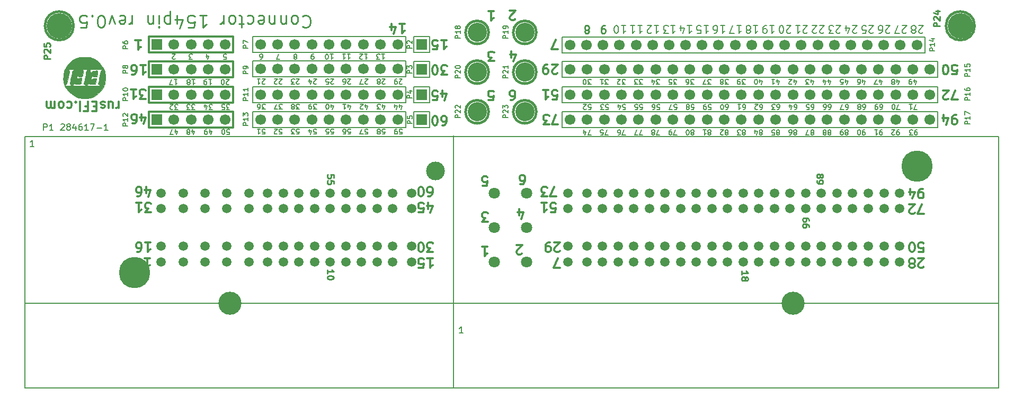
<source format=gto>
G04 #@! TF.GenerationSoftware,KiCad,Pcbnew,7.0.7-7.0.7~ubuntu22.04.1*
G04 #@! TF.CreationDate,2023-08-17T20:28:49+00:00*
G04 #@! TF.ProjectId,284617-1,32383436-3137-42d3-912e-6b696361645f,R0.4*
G04 #@! TF.SameCoordinates,PX47868c0PY8bfd670*
G04 #@! TF.FileFunction,Legend,Top*
G04 #@! TF.FilePolarity,Positive*
%FSLAX46Y46*%
G04 Gerber Fmt 4.6, Leading zero omitted, Abs format (unit mm)*
G04 Created by KiCad (PCBNEW 7.0.7-7.0.7~ubuntu22.04.1) date 2023-08-17 20:28:49*
%MOMM*%
%LPD*%
G01*
G04 APERTURE LIST*
%ADD10C,0.150000*%
%ADD11C,0.300000*%
%ADD12C,0.200000*%
%ADD13C,0.250000*%
%ADD14C,0.152400*%
%ADD15C,0.254000*%
%ADD16C,0.304800*%
%ADD17C,0.381000*%
%ADD18C,0.002540*%
%ADD19C,1.700000*%
%ADD20R,1.700000X1.700000*%
%ADD21C,3.064000*%
%ADD22C,4.064000*%
%ADD23C,5.000000*%
%ADD24C,3.700000*%
%ADD25C,3.000000*%
%ADD26C,1.500000*%
%ADD27C,1.800000*%
G04 APERTURE END LIST*
D10*
X106987143Y31695153D02*
X107063333Y31657058D01*
X107063333Y31657058D02*
X107101428Y31618962D01*
X107101428Y31618962D02*
X107139524Y31542772D01*
X107139524Y31542772D02*
X107139524Y31504677D01*
X107139524Y31504677D02*
X107101428Y31428486D01*
X107101428Y31428486D02*
X107063333Y31390391D01*
X107063333Y31390391D02*
X106987143Y31352296D01*
X106987143Y31352296D02*
X106834762Y31352296D01*
X106834762Y31352296D02*
X106758571Y31390391D01*
X106758571Y31390391D02*
X106720476Y31428486D01*
X106720476Y31428486D02*
X106682381Y31504677D01*
X106682381Y31504677D02*
X106682381Y31542772D01*
X106682381Y31542772D02*
X106720476Y31618962D01*
X106720476Y31618962D02*
X106758571Y31657058D01*
X106758571Y31657058D02*
X106834762Y31695153D01*
X106834762Y31695153D02*
X106987143Y31695153D01*
X106987143Y31695153D02*
X107063333Y31733248D01*
X107063333Y31733248D02*
X107101428Y31771343D01*
X107101428Y31771343D02*
X107139524Y31847534D01*
X107139524Y31847534D02*
X107139524Y31999915D01*
X107139524Y31999915D02*
X107101428Y32076105D01*
X107101428Y32076105D02*
X107063333Y32114200D01*
X107063333Y32114200D02*
X106987143Y32152296D01*
X106987143Y32152296D02*
X106834762Y32152296D01*
X106834762Y32152296D02*
X106758571Y32114200D01*
X106758571Y32114200D02*
X106720476Y32076105D01*
X106720476Y32076105D02*
X106682381Y31999915D01*
X106682381Y31999915D02*
X106682381Y31847534D01*
X106682381Y31847534D02*
X106720476Y31771343D01*
X106720476Y31771343D02*
X106758571Y31733248D01*
X106758571Y31733248D02*
X106834762Y31695153D01*
X105920476Y32152296D02*
X106377619Y32152296D01*
X106149047Y32152296D02*
X106149047Y31352296D01*
X106149047Y31352296D02*
X106225238Y31466581D01*
X106225238Y31466581D02*
X106301428Y31542772D01*
X106301428Y31542772D02*
X106377619Y31580867D01*
X21528571Y43518486D02*
X21490475Y43480391D01*
X21490475Y43480391D02*
X21414285Y43442296D01*
X21414285Y43442296D02*
X21223809Y43442296D01*
X21223809Y43442296D02*
X21147618Y43480391D01*
X21147618Y43480391D02*
X21109523Y43518486D01*
X21109523Y43518486D02*
X21071428Y43594677D01*
X21071428Y43594677D02*
X21071428Y43670867D01*
X21071428Y43670867D02*
X21109523Y43785153D01*
X21109523Y43785153D02*
X21566666Y44242296D01*
X21566666Y44242296D02*
X21071428Y44242296D01*
X123188571Y39688962D02*
X123188571Y40222296D01*
X123379047Y39384200D02*
X123569524Y39955629D01*
X123569524Y39955629D02*
X123074285Y39955629D01*
X122845714Y39422296D02*
X122350476Y39422296D01*
X122350476Y39422296D02*
X122617142Y39727058D01*
X122617142Y39727058D02*
X122502857Y39727058D01*
X122502857Y39727058D02*
X122426666Y39765153D01*
X122426666Y39765153D02*
X122388571Y39803248D01*
X122388571Y39803248D02*
X122350476Y39879439D01*
X122350476Y39879439D02*
X122350476Y40069915D01*
X122350476Y40069915D02*
X122388571Y40146105D01*
X122388571Y40146105D02*
X122426666Y40184200D01*
X122426666Y40184200D02*
X122502857Y40222296D01*
X122502857Y40222296D02*
X122731428Y40222296D01*
X122731428Y40222296D02*
X122807619Y40184200D01*
X122807619Y40184200D02*
X122845714Y40146105D01*
D11*
X82602856Y41221186D02*
X82531428Y41149758D01*
X82531428Y41149758D02*
X82388571Y41078329D01*
X82388571Y41078329D02*
X82031428Y41078329D01*
X82031428Y41078329D02*
X81888571Y41149758D01*
X81888571Y41149758D02*
X81817142Y41221186D01*
X81817142Y41221186D02*
X81745713Y41364043D01*
X81745713Y41364043D02*
X81745713Y41506900D01*
X81745713Y41506900D02*
X81817142Y41721186D01*
X81817142Y41721186D02*
X82674285Y42578329D01*
X82674285Y42578329D02*
X81745713Y42578329D01*
X81031428Y42578329D02*
X80745714Y42578329D01*
X80745714Y42578329D02*
X80602857Y42506900D01*
X80602857Y42506900D02*
X80531428Y42435472D01*
X80531428Y42435472D02*
X80388571Y42221186D01*
X80388571Y42221186D02*
X80317142Y41935472D01*
X80317142Y41935472D02*
X80317142Y41364043D01*
X80317142Y41364043D02*
X80388571Y41221186D01*
X80388571Y41221186D02*
X80460000Y41149758D01*
X80460000Y41149758D02*
X80602857Y41078329D01*
X80602857Y41078329D02*
X80888571Y41078329D01*
X80888571Y41078329D02*
X81031428Y41149758D01*
X81031428Y41149758D02*
X81102857Y41221186D01*
X81102857Y41221186D02*
X81174285Y41364043D01*
X81174285Y41364043D02*
X81174285Y41721186D01*
X81174285Y41721186D02*
X81102857Y41864043D01*
X81102857Y41864043D02*
X81031428Y41935472D01*
X81031428Y41935472D02*
X80888571Y42006900D01*
X80888571Y42006900D02*
X80602857Y42006900D01*
X80602857Y42006900D02*
X80460000Y41935472D01*
X80460000Y41935472D02*
X80388571Y41864043D01*
X80388571Y41864043D02*
X80317142Y41721186D01*
D12*
X106018571Y48814743D02*
X106704285Y48814743D01*
X106361428Y48814743D02*
X106361428Y47614743D01*
X106361428Y47614743D02*
X106475714Y47786172D01*
X106475714Y47786172D02*
X106589999Y47900458D01*
X106589999Y47900458D02*
X106704285Y47957600D01*
X104932857Y47614743D02*
X105504285Y47614743D01*
X105504285Y47614743D02*
X105561428Y48186172D01*
X105561428Y48186172D02*
X105504285Y48129029D01*
X105504285Y48129029D02*
X105390000Y48071886D01*
X105390000Y48071886D02*
X105104285Y48071886D01*
X105104285Y48071886D02*
X104990000Y48129029D01*
X104990000Y48129029D02*
X104932857Y48186172D01*
X104932857Y48186172D02*
X104875714Y48300458D01*
X104875714Y48300458D02*
X104875714Y48586172D01*
X104875714Y48586172D02*
X104932857Y48700458D01*
X104932857Y48700458D02*
X104990000Y48757600D01*
X104990000Y48757600D02*
X105104285Y48814743D01*
X105104285Y48814743D02*
X105390000Y48814743D01*
X105390000Y48814743D02*
X105504285Y48757600D01*
X105504285Y48757600D02*
X105561428Y48700458D01*
D10*
X46448571Y35728962D02*
X46448571Y36262296D01*
X46639047Y35424200D02*
X46829524Y35995629D01*
X46829524Y35995629D02*
X46334285Y35995629D01*
X45877142Y35462296D02*
X45800952Y35462296D01*
X45800952Y35462296D02*
X45724761Y35500391D01*
X45724761Y35500391D02*
X45686666Y35538486D01*
X45686666Y35538486D02*
X45648571Y35614677D01*
X45648571Y35614677D02*
X45610476Y35767058D01*
X45610476Y35767058D02*
X45610476Y35957534D01*
X45610476Y35957534D02*
X45648571Y36109915D01*
X45648571Y36109915D02*
X45686666Y36186105D01*
X45686666Y36186105D02*
X45724761Y36224200D01*
X45724761Y36224200D02*
X45800952Y36262296D01*
X45800952Y36262296D02*
X45877142Y36262296D01*
X45877142Y36262296D02*
X45953333Y36224200D01*
X45953333Y36224200D02*
X45991428Y36186105D01*
X45991428Y36186105D02*
X46029523Y36109915D01*
X46029523Y36109915D02*
X46067619Y35957534D01*
X46067619Y35957534D02*
X46067619Y35767058D01*
X46067619Y35767058D02*
X46029523Y35614677D01*
X46029523Y35614677D02*
X45991428Y35538486D01*
X45991428Y35538486D02*
X45953333Y35500391D01*
X45953333Y35500391D02*
X45877142Y35462296D01*
D12*
X95458571Y48814743D02*
X96144285Y48814743D01*
X95801428Y48814743D02*
X95801428Y47614743D01*
X95801428Y47614743D02*
X95915714Y47786172D01*
X95915714Y47786172D02*
X96029999Y47900458D01*
X96029999Y47900458D02*
X96144285Y47957600D01*
X94315714Y48814743D02*
X95001428Y48814743D01*
X94658571Y48814743D02*
X94658571Y47614743D01*
X94658571Y47614743D02*
X94772857Y47786172D01*
X94772857Y47786172D02*
X94887142Y47900458D01*
X94887142Y47900458D02*
X95001428Y47957600D01*
D10*
X125978571Y35432296D02*
X126130952Y35432296D01*
X126130952Y35432296D02*
X126207143Y35470391D01*
X126207143Y35470391D02*
X126245238Y35508486D01*
X126245238Y35508486D02*
X126321428Y35622772D01*
X126321428Y35622772D02*
X126359524Y35775153D01*
X126359524Y35775153D02*
X126359524Y36079915D01*
X126359524Y36079915D02*
X126321428Y36156105D01*
X126321428Y36156105D02*
X126283333Y36194200D01*
X126283333Y36194200D02*
X126207143Y36232296D01*
X126207143Y36232296D02*
X126054762Y36232296D01*
X126054762Y36232296D02*
X125978571Y36194200D01*
X125978571Y36194200D02*
X125940476Y36156105D01*
X125940476Y36156105D02*
X125902381Y36079915D01*
X125902381Y36079915D02*
X125902381Y35889439D01*
X125902381Y35889439D02*
X125940476Y35813248D01*
X125940476Y35813248D02*
X125978571Y35775153D01*
X125978571Y35775153D02*
X126054762Y35737058D01*
X126054762Y35737058D02*
X126207143Y35737058D01*
X126207143Y35737058D02*
X126283333Y35775153D01*
X126283333Y35775153D02*
X126321428Y35813248D01*
X126321428Y35813248D02*
X126359524Y35889439D01*
X125216666Y35432296D02*
X125369047Y35432296D01*
X125369047Y35432296D02*
X125445238Y35470391D01*
X125445238Y35470391D02*
X125483333Y35508486D01*
X125483333Y35508486D02*
X125559523Y35622772D01*
X125559523Y35622772D02*
X125597619Y35775153D01*
X125597619Y35775153D02*
X125597619Y36079915D01*
X125597619Y36079915D02*
X125559523Y36156105D01*
X125559523Y36156105D02*
X125521428Y36194200D01*
X125521428Y36194200D02*
X125445238Y36232296D01*
X125445238Y36232296D02*
X125292857Y36232296D01*
X125292857Y36232296D02*
X125216666Y36194200D01*
X125216666Y36194200D02*
X125178571Y36156105D01*
X125178571Y36156105D02*
X125140476Y36079915D01*
X125140476Y36079915D02*
X125140476Y35889439D01*
X125140476Y35889439D02*
X125178571Y35813248D01*
X125178571Y35813248D02*
X125216666Y35775153D01*
X125216666Y35775153D02*
X125292857Y35737058D01*
X125292857Y35737058D02*
X125445238Y35737058D01*
X125445238Y35737058D02*
X125521428Y35775153D01*
X125521428Y35775153D02*
X125559523Y35813248D01*
X125559523Y35813248D02*
X125597619Y35889439D01*
D12*
X103378571Y48814743D02*
X104064285Y48814743D01*
X103721428Y48814743D02*
X103721428Y47614743D01*
X103721428Y47614743D02*
X103835714Y47786172D01*
X103835714Y47786172D02*
X103949999Y47900458D01*
X103949999Y47900458D02*
X104064285Y47957600D01*
X102350000Y48014743D02*
X102350000Y48814743D01*
X102635714Y47557600D02*
X102921428Y48414743D01*
X102921428Y48414743D02*
X102178571Y48414743D01*
D11*
X64188571Y32868329D02*
X64474285Y32868329D01*
X64474285Y32868329D02*
X64617142Y32939758D01*
X64617142Y32939758D02*
X64688571Y33011186D01*
X64688571Y33011186D02*
X64831428Y33225472D01*
X64831428Y33225472D02*
X64902856Y33511186D01*
X64902856Y33511186D02*
X64902856Y34082615D01*
X64902856Y34082615D02*
X64831428Y34225472D01*
X64831428Y34225472D02*
X64759999Y34296900D01*
X64759999Y34296900D02*
X64617142Y34368329D01*
X64617142Y34368329D02*
X64331428Y34368329D01*
X64331428Y34368329D02*
X64188571Y34296900D01*
X64188571Y34296900D02*
X64117142Y34225472D01*
X64117142Y34225472D02*
X64045713Y34082615D01*
X64045713Y34082615D02*
X64045713Y33725472D01*
X64045713Y33725472D02*
X64117142Y33582615D01*
X64117142Y33582615D02*
X64188571Y33511186D01*
X64188571Y33511186D02*
X64331428Y33439758D01*
X64331428Y33439758D02*
X64617142Y33439758D01*
X64617142Y33439758D02*
X64759999Y33511186D01*
X64759999Y33511186D02*
X64831428Y33582615D01*
X64831428Y33582615D02*
X64902856Y33725472D01*
X63117142Y32868329D02*
X62974285Y32868329D01*
X62974285Y32868329D02*
X62831428Y32939758D01*
X62831428Y32939758D02*
X62760000Y33011186D01*
X62760000Y33011186D02*
X62688571Y33154043D01*
X62688571Y33154043D02*
X62617142Y33439758D01*
X62617142Y33439758D02*
X62617142Y33796900D01*
X62617142Y33796900D02*
X62688571Y34082615D01*
X62688571Y34082615D02*
X62760000Y34225472D01*
X62760000Y34225472D02*
X62831428Y34296900D01*
X62831428Y34296900D02*
X62974285Y34368329D01*
X62974285Y34368329D02*
X63117142Y34368329D01*
X63117142Y34368329D02*
X63260000Y34296900D01*
X63260000Y34296900D02*
X63331428Y34225472D01*
X63331428Y34225472D02*
X63402857Y34082615D01*
X63402857Y34082615D02*
X63474285Y33796900D01*
X63474285Y33796900D02*
X63474285Y33439758D01*
X63474285Y33439758D02*
X63402857Y33154043D01*
X63402857Y33154043D02*
X63331428Y33011186D01*
X63331428Y33011186D02*
X63260000Y32939758D01*
X63260000Y32939758D02*
X63117142Y32868329D01*
D10*
X49569524Y39538486D02*
X49531428Y39500391D01*
X49531428Y39500391D02*
X49455238Y39462296D01*
X49455238Y39462296D02*
X49264762Y39462296D01*
X49264762Y39462296D02*
X49188571Y39500391D01*
X49188571Y39500391D02*
X49150476Y39538486D01*
X49150476Y39538486D02*
X49112381Y39614677D01*
X49112381Y39614677D02*
X49112381Y39690867D01*
X49112381Y39690867D02*
X49150476Y39805153D01*
X49150476Y39805153D02*
X49607619Y40262296D01*
X49607619Y40262296D02*
X49112381Y40262296D01*
X48426666Y39462296D02*
X48579047Y39462296D01*
X48579047Y39462296D02*
X48655238Y39500391D01*
X48655238Y39500391D02*
X48693333Y39538486D01*
X48693333Y39538486D02*
X48769523Y39652772D01*
X48769523Y39652772D02*
X48807619Y39805153D01*
X48807619Y39805153D02*
X48807619Y40109915D01*
X48807619Y40109915D02*
X48769523Y40186105D01*
X48769523Y40186105D02*
X48731428Y40224200D01*
X48731428Y40224200D02*
X48655238Y40262296D01*
X48655238Y40262296D02*
X48502857Y40262296D01*
X48502857Y40262296D02*
X48426666Y40224200D01*
X48426666Y40224200D02*
X48388571Y40186105D01*
X48388571Y40186105D02*
X48350476Y40109915D01*
X48350476Y40109915D02*
X48350476Y39919439D01*
X48350476Y39919439D02*
X48388571Y39843248D01*
X48388571Y39843248D02*
X48426666Y39805153D01*
X48426666Y39805153D02*
X48502857Y39767058D01*
X48502857Y39767058D02*
X48655238Y39767058D01*
X48655238Y39767058D02*
X48731428Y39805153D01*
X48731428Y39805153D02*
X48769523Y39843248D01*
X48769523Y39843248D02*
X48807619Y39919439D01*
X126167143Y31695153D02*
X126243333Y31657058D01*
X126243333Y31657058D02*
X126281428Y31618962D01*
X126281428Y31618962D02*
X126319524Y31542772D01*
X126319524Y31542772D02*
X126319524Y31504677D01*
X126319524Y31504677D02*
X126281428Y31428486D01*
X126281428Y31428486D02*
X126243333Y31390391D01*
X126243333Y31390391D02*
X126167143Y31352296D01*
X126167143Y31352296D02*
X126014762Y31352296D01*
X126014762Y31352296D02*
X125938571Y31390391D01*
X125938571Y31390391D02*
X125900476Y31428486D01*
X125900476Y31428486D02*
X125862381Y31504677D01*
X125862381Y31504677D02*
X125862381Y31542772D01*
X125862381Y31542772D02*
X125900476Y31618962D01*
X125900476Y31618962D02*
X125938571Y31657058D01*
X125938571Y31657058D02*
X126014762Y31695153D01*
X126014762Y31695153D02*
X126167143Y31695153D01*
X126167143Y31695153D02*
X126243333Y31733248D01*
X126243333Y31733248D02*
X126281428Y31771343D01*
X126281428Y31771343D02*
X126319524Y31847534D01*
X126319524Y31847534D02*
X126319524Y31999915D01*
X126319524Y31999915D02*
X126281428Y32076105D01*
X126281428Y32076105D02*
X126243333Y32114200D01*
X126243333Y32114200D02*
X126167143Y32152296D01*
X126167143Y32152296D02*
X126014762Y32152296D01*
X126014762Y32152296D02*
X125938571Y32114200D01*
X125938571Y32114200D02*
X125900476Y32076105D01*
X125900476Y32076105D02*
X125862381Y31999915D01*
X125862381Y31999915D02*
X125862381Y31847534D01*
X125862381Y31847534D02*
X125900476Y31771343D01*
X125900476Y31771343D02*
X125938571Y31733248D01*
X125938571Y31733248D02*
X126014762Y31695153D01*
X125405238Y31695153D02*
X125481428Y31657058D01*
X125481428Y31657058D02*
X125519523Y31618962D01*
X125519523Y31618962D02*
X125557619Y31542772D01*
X125557619Y31542772D02*
X125557619Y31504677D01*
X125557619Y31504677D02*
X125519523Y31428486D01*
X125519523Y31428486D02*
X125481428Y31390391D01*
X125481428Y31390391D02*
X125405238Y31352296D01*
X125405238Y31352296D02*
X125252857Y31352296D01*
X125252857Y31352296D02*
X125176666Y31390391D01*
X125176666Y31390391D02*
X125138571Y31428486D01*
X125138571Y31428486D02*
X125100476Y31504677D01*
X125100476Y31504677D02*
X125100476Y31542772D01*
X125100476Y31542772D02*
X125138571Y31618962D01*
X125138571Y31618962D02*
X125176666Y31657058D01*
X125176666Y31657058D02*
X125252857Y31695153D01*
X125252857Y31695153D02*
X125405238Y31695153D01*
X125405238Y31695153D02*
X125481428Y31733248D01*
X125481428Y31733248D02*
X125519523Y31771343D01*
X125519523Y31771343D02*
X125557619Y31847534D01*
X125557619Y31847534D02*
X125557619Y31999915D01*
X125557619Y31999915D02*
X125519523Y32076105D01*
X125519523Y32076105D02*
X125481428Y32114200D01*
X125481428Y32114200D02*
X125405238Y32152296D01*
X125405238Y32152296D02*
X125252857Y32152296D01*
X125252857Y32152296D02*
X125176666Y32114200D01*
X125176666Y32114200D02*
X125138571Y32076105D01*
X125138571Y32076105D02*
X125100476Y31999915D01*
X125100476Y31999915D02*
X125100476Y31847534D01*
X125100476Y31847534D02*
X125138571Y31771343D01*
X125138571Y31771343D02*
X125176666Y31733248D01*
X125176666Y31733248D02*
X125252857Y31695153D01*
D11*
X16118571Y33648329D02*
X16118571Y34648329D01*
X16475713Y33076900D02*
X16832856Y34148329D01*
X16832856Y34148329D02*
X15904285Y34148329D01*
X14690000Y33148329D02*
X14975714Y33148329D01*
X14975714Y33148329D02*
X15118571Y33219758D01*
X15118571Y33219758D02*
X15190000Y33291186D01*
X15190000Y33291186D02*
X15332857Y33505472D01*
X15332857Y33505472D02*
X15404285Y33791186D01*
X15404285Y33791186D02*
X15404285Y34362615D01*
X15404285Y34362615D02*
X15332857Y34505472D01*
X15332857Y34505472D02*
X15261428Y34576900D01*
X15261428Y34576900D02*
X15118571Y34648329D01*
X15118571Y34648329D02*
X14832857Y34648329D01*
X14832857Y34648329D02*
X14690000Y34576900D01*
X14690000Y34576900D02*
X14618571Y34505472D01*
X14618571Y34505472D02*
X14547142Y34362615D01*
X14547142Y34362615D02*
X14547142Y34005472D01*
X14547142Y34005472D02*
X14618571Y33862615D01*
X14618571Y33862615D02*
X14690000Y33791186D01*
X14690000Y33791186D02*
X14832857Y33719758D01*
X14832857Y33719758D02*
X15118571Y33719758D01*
X15118571Y33719758D02*
X15261428Y33791186D01*
X15261428Y33791186D02*
X15332857Y33862615D01*
X15332857Y33862615D02*
X15404285Y34005472D01*
D10*
X120687143Y31695153D02*
X120763333Y31657058D01*
X120763333Y31657058D02*
X120801428Y31618962D01*
X120801428Y31618962D02*
X120839524Y31542772D01*
X120839524Y31542772D02*
X120839524Y31504677D01*
X120839524Y31504677D02*
X120801428Y31428486D01*
X120801428Y31428486D02*
X120763333Y31390391D01*
X120763333Y31390391D02*
X120687143Y31352296D01*
X120687143Y31352296D02*
X120534762Y31352296D01*
X120534762Y31352296D02*
X120458571Y31390391D01*
X120458571Y31390391D02*
X120420476Y31428486D01*
X120420476Y31428486D02*
X120382381Y31504677D01*
X120382381Y31504677D02*
X120382381Y31542772D01*
X120382381Y31542772D02*
X120420476Y31618962D01*
X120420476Y31618962D02*
X120458571Y31657058D01*
X120458571Y31657058D02*
X120534762Y31695153D01*
X120534762Y31695153D02*
X120687143Y31695153D01*
X120687143Y31695153D02*
X120763333Y31733248D01*
X120763333Y31733248D02*
X120801428Y31771343D01*
X120801428Y31771343D02*
X120839524Y31847534D01*
X120839524Y31847534D02*
X120839524Y31999915D01*
X120839524Y31999915D02*
X120801428Y32076105D01*
X120801428Y32076105D02*
X120763333Y32114200D01*
X120763333Y32114200D02*
X120687143Y32152296D01*
X120687143Y32152296D02*
X120534762Y32152296D01*
X120534762Y32152296D02*
X120458571Y32114200D01*
X120458571Y32114200D02*
X120420476Y32076105D01*
X120420476Y32076105D02*
X120382381Y31999915D01*
X120382381Y31999915D02*
X120382381Y31847534D01*
X120382381Y31847534D02*
X120420476Y31771343D01*
X120420476Y31771343D02*
X120458571Y31733248D01*
X120458571Y31733248D02*
X120534762Y31695153D01*
X119696666Y31352296D02*
X119849047Y31352296D01*
X119849047Y31352296D02*
X119925238Y31390391D01*
X119925238Y31390391D02*
X119963333Y31428486D01*
X119963333Y31428486D02*
X120039523Y31542772D01*
X120039523Y31542772D02*
X120077619Y31695153D01*
X120077619Y31695153D02*
X120077619Y31999915D01*
X120077619Y31999915D02*
X120039523Y32076105D01*
X120039523Y32076105D02*
X120001428Y32114200D01*
X120001428Y32114200D02*
X119925238Y32152296D01*
X119925238Y32152296D02*
X119772857Y32152296D01*
X119772857Y32152296D02*
X119696666Y32114200D01*
X119696666Y32114200D02*
X119658571Y32076105D01*
X119658571Y32076105D02*
X119620476Y31999915D01*
X119620476Y31999915D02*
X119620476Y31809439D01*
X119620476Y31809439D02*
X119658571Y31733248D01*
X119658571Y31733248D02*
X119696666Y31695153D01*
X119696666Y31695153D02*
X119772857Y31657058D01*
X119772857Y31657058D02*
X119925238Y31657058D01*
X119925238Y31657058D02*
X120001428Y31695153D01*
X120001428Y31695153D02*
X120039523Y31733248D01*
X120039523Y31733248D02*
X120077619Y31809439D01*
D11*
X141214285Y18718329D02*
X140214285Y18718329D01*
X140214285Y18718329D02*
X140857142Y20218329D01*
X139714285Y18861186D02*
X139642857Y18789758D01*
X139642857Y18789758D02*
X139500000Y18718329D01*
X139500000Y18718329D02*
X139142857Y18718329D01*
X139142857Y18718329D02*
X139000000Y18789758D01*
X139000000Y18789758D02*
X138928571Y18861186D01*
X138928571Y18861186D02*
X138857142Y19004043D01*
X138857142Y19004043D02*
X138857142Y19146900D01*
X138857142Y19146900D02*
X138928571Y19361186D01*
X138928571Y19361186D02*
X139785714Y20218329D01*
X139785714Y20218329D02*
X138857142Y20218329D01*
D10*
X51772381Y44262296D02*
X52229524Y44262296D01*
X52000952Y44262296D02*
X52000952Y43462296D01*
X52000952Y43462296D02*
X52077143Y43576581D01*
X52077143Y43576581D02*
X52153333Y43652772D01*
X52153333Y43652772D02*
X52229524Y43690867D01*
X51467619Y43538486D02*
X51429523Y43500391D01*
X51429523Y43500391D02*
X51353333Y43462296D01*
X51353333Y43462296D02*
X51162857Y43462296D01*
X51162857Y43462296D02*
X51086666Y43500391D01*
X51086666Y43500391D02*
X51048571Y43538486D01*
X51048571Y43538486D02*
X51010476Y43614677D01*
X51010476Y43614677D02*
X51010476Y43690867D01*
X51010476Y43690867D02*
X51048571Y43805153D01*
X51048571Y43805153D02*
X51505714Y44262296D01*
X51505714Y44262296D02*
X51010476Y44262296D01*
X54512381Y44262296D02*
X54969524Y44262296D01*
X54740952Y44262296D02*
X54740952Y43462296D01*
X54740952Y43462296D02*
X54817143Y43576581D01*
X54817143Y43576581D02*
X54893333Y43652772D01*
X54893333Y43652772D02*
X54969524Y43690867D01*
X54245714Y43462296D02*
X53750476Y43462296D01*
X53750476Y43462296D02*
X54017142Y43767058D01*
X54017142Y43767058D02*
X53902857Y43767058D01*
X53902857Y43767058D02*
X53826666Y43805153D01*
X53826666Y43805153D02*
X53788571Y43843248D01*
X53788571Y43843248D02*
X53750476Y43919439D01*
X53750476Y43919439D02*
X53750476Y44109915D01*
X53750476Y44109915D02*
X53788571Y44186105D01*
X53788571Y44186105D02*
X53826666Y44224200D01*
X53826666Y44224200D02*
X53902857Y44262296D01*
X53902857Y44262296D02*
X54131428Y44262296D01*
X54131428Y44262296D02*
X54207619Y44224200D01*
X54207619Y44224200D02*
X54245714Y44186105D01*
X107167619Y39422296D02*
X106672381Y39422296D01*
X106672381Y39422296D02*
X106939047Y39727058D01*
X106939047Y39727058D02*
X106824762Y39727058D01*
X106824762Y39727058D02*
X106748571Y39765153D01*
X106748571Y39765153D02*
X106710476Y39803248D01*
X106710476Y39803248D02*
X106672381Y39879439D01*
X106672381Y39879439D02*
X106672381Y40069915D01*
X106672381Y40069915D02*
X106710476Y40146105D01*
X106710476Y40146105D02*
X106748571Y40184200D01*
X106748571Y40184200D02*
X106824762Y40222296D01*
X106824762Y40222296D02*
X107053333Y40222296D01*
X107053333Y40222296D02*
X107129524Y40184200D01*
X107129524Y40184200D02*
X107167619Y40146105D01*
X106405714Y39422296D02*
X105872380Y39422296D01*
X105872380Y39422296D02*
X106215238Y40222296D01*
X117708571Y39688962D02*
X117708571Y40222296D01*
X117899047Y39384200D02*
X118089524Y39955629D01*
X118089524Y39955629D02*
X117594285Y39955629D01*
X116870476Y40222296D02*
X117327619Y40222296D01*
X117099047Y40222296D02*
X117099047Y39422296D01*
X117099047Y39422296D02*
X117175238Y39536581D01*
X117175238Y39536581D02*
X117251428Y39612772D01*
X117251428Y39612772D02*
X117327619Y39650867D01*
D11*
X71591427Y51138329D02*
X72448570Y51138329D01*
X72019999Y51138329D02*
X72019999Y49638329D01*
X72019999Y49638329D02*
X72162856Y49852615D01*
X72162856Y49852615D02*
X72305713Y49995472D01*
X72305713Y49995472D02*
X72448570Y50066900D01*
X15935713Y42498329D02*
X16792856Y42498329D01*
X16364285Y42498329D02*
X16364285Y40998329D01*
X16364285Y40998329D02*
X16507142Y41212615D01*
X16507142Y41212615D02*
X16649999Y41355472D01*
X16649999Y41355472D02*
X16792856Y41426900D01*
X14650000Y40998329D02*
X14935714Y40998329D01*
X14935714Y40998329D02*
X15078571Y41069758D01*
X15078571Y41069758D02*
X15150000Y41141186D01*
X15150000Y41141186D02*
X15292857Y41355472D01*
X15292857Y41355472D02*
X15364285Y41641186D01*
X15364285Y41641186D02*
X15364285Y42212615D01*
X15364285Y42212615D02*
X15292857Y42355472D01*
X15292857Y42355472D02*
X15221428Y42426900D01*
X15221428Y42426900D02*
X15078571Y42498329D01*
X15078571Y42498329D02*
X14792857Y42498329D01*
X14792857Y42498329D02*
X14650000Y42426900D01*
X14650000Y42426900D02*
X14578571Y42355472D01*
X14578571Y42355472D02*
X14507142Y42212615D01*
X14507142Y42212615D02*
X14507142Y41855472D01*
X14507142Y41855472D02*
X14578571Y41712615D01*
X14578571Y41712615D02*
X14650000Y41641186D01*
X14650000Y41641186D02*
X14792857Y41569758D01*
X14792857Y41569758D02*
X15078571Y41569758D01*
X15078571Y41569758D02*
X15221428Y41641186D01*
X15221428Y41641186D02*
X15292857Y41712615D01*
X15292857Y41712615D02*
X15364285Y41855472D01*
D10*
X57408571Y35728962D02*
X57408571Y36262296D01*
X57599047Y35424200D02*
X57789524Y35995629D01*
X57789524Y35995629D02*
X57294285Y35995629D01*
X56646666Y35728962D02*
X56646666Y36262296D01*
X56837142Y35424200D02*
X57027619Y35995629D01*
X57027619Y35995629D02*
X56532380Y35995629D01*
X21947619Y35432296D02*
X21452381Y35432296D01*
X21452381Y35432296D02*
X21719047Y35737058D01*
X21719047Y35737058D02*
X21604762Y35737058D01*
X21604762Y35737058D02*
X21528571Y35775153D01*
X21528571Y35775153D02*
X21490476Y35813248D01*
X21490476Y35813248D02*
X21452381Y35889439D01*
X21452381Y35889439D02*
X21452381Y36079915D01*
X21452381Y36079915D02*
X21490476Y36156105D01*
X21490476Y36156105D02*
X21528571Y36194200D01*
X21528571Y36194200D02*
X21604762Y36232296D01*
X21604762Y36232296D02*
X21833333Y36232296D01*
X21833333Y36232296D02*
X21909524Y36194200D01*
X21909524Y36194200D02*
X21947619Y36156105D01*
X21147619Y35508486D02*
X21109523Y35470391D01*
X21109523Y35470391D02*
X21033333Y35432296D01*
X21033333Y35432296D02*
X20842857Y35432296D01*
X20842857Y35432296D02*
X20766666Y35470391D01*
X20766666Y35470391D02*
X20728571Y35508486D01*
X20728571Y35508486D02*
X20690476Y35584677D01*
X20690476Y35584677D02*
X20690476Y35660867D01*
X20690476Y35660867D02*
X20728571Y35775153D01*
X20728571Y35775153D02*
X21185714Y36232296D01*
X21185714Y36232296D02*
X20690476Y36232296D01*
D11*
X76464285Y18468329D02*
X76464285Y19468329D01*
X76821427Y17896900D02*
X77178570Y18968329D01*
X77178570Y18968329D02*
X76249999Y18968329D01*
D13*
X122800380Y17575715D02*
X122800380Y17766191D01*
X122800380Y17766191D02*
X122752761Y17861429D01*
X122752761Y17861429D02*
X122705142Y17909048D01*
X122705142Y17909048D02*
X122562285Y18004286D01*
X122562285Y18004286D02*
X122371809Y18051905D01*
X122371809Y18051905D02*
X121990857Y18051905D01*
X121990857Y18051905D02*
X121895619Y18004286D01*
X121895619Y18004286D02*
X121848000Y17956667D01*
X121848000Y17956667D02*
X121800380Y17861429D01*
X121800380Y17861429D02*
X121800380Y17670953D01*
X121800380Y17670953D02*
X121848000Y17575715D01*
X121848000Y17575715D02*
X121895619Y17528096D01*
X121895619Y17528096D02*
X121990857Y17480477D01*
X121990857Y17480477D02*
X122228952Y17480477D01*
X122228952Y17480477D02*
X122324190Y17528096D01*
X122324190Y17528096D02*
X122371809Y17575715D01*
X122371809Y17575715D02*
X122419428Y17670953D01*
X122419428Y17670953D02*
X122419428Y17861429D01*
X122419428Y17861429D02*
X122371809Y17956667D01*
X122371809Y17956667D02*
X122324190Y18004286D01*
X122324190Y18004286D02*
X122228952Y18051905D01*
X122800380Y16623334D02*
X122800380Y16813810D01*
X122800380Y16813810D02*
X122752761Y16909048D01*
X122752761Y16909048D02*
X122705142Y16956667D01*
X122705142Y16956667D02*
X122562285Y17051905D01*
X122562285Y17051905D02*
X122371809Y17099524D01*
X122371809Y17099524D02*
X121990857Y17099524D01*
X121990857Y17099524D02*
X121895619Y17051905D01*
X121895619Y17051905D02*
X121848000Y17004286D01*
X121848000Y17004286D02*
X121800380Y16909048D01*
X121800380Y16909048D02*
X121800380Y16718572D01*
X121800380Y16718572D02*
X121848000Y16623334D01*
X121848000Y16623334D02*
X121895619Y16575715D01*
X121895619Y16575715D02*
X121990857Y16528096D01*
X121990857Y16528096D02*
X122228952Y16528096D01*
X122228952Y16528096D02*
X122324190Y16575715D01*
X122324190Y16575715D02*
X122371809Y16623334D01*
X122371809Y16623334D02*
X122419428Y16718572D01*
X122419428Y16718572D02*
X122419428Y16909048D01*
X122419428Y16909048D02*
X122371809Y17004286D01*
X122371809Y17004286D02*
X122324190Y17051905D01*
X122324190Y17051905D02*
X122228952Y17099524D01*
D12*
X133104285Y47729029D02*
X133047142Y47671886D01*
X133047142Y47671886D02*
X132932857Y47614743D01*
X132932857Y47614743D02*
X132647142Y47614743D01*
X132647142Y47614743D02*
X132532857Y47671886D01*
X132532857Y47671886D02*
X132475714Y47729029D01*
X132475714Y47729029D02*
X132418571Y47843315D01*
X132418571Y47843315D02*
X132418571Y47957600D01*
X132418571Y47957600D02*
X132475714Y48129029D01*
X132475714Y48129029D02*
X133161428Y48814743D01*
X133161428Y48814743D02*
X132418571Y48814743D01*
X131332857Y47614743D02*
X131904285Y47614743D01*
X131904285Y47614743D02*
X131961428Y48186172D01*
X131961428Y48186172D02*
X131904285Y48129029D01*
X131904285Y48129029D02*
X131790000Y48071886D01*
X131790000Y48071886D02*
X131504285Y48071886D01*
X131504285Y48071886D02*
X131390000Y48129029D01*
X131390000Y48129029D02*
X131332857Y48186172D01*
X131332857Y48186172D02*
X131275714Y48300458D01*
X131275714Y48300458D02*
X131275714Y48586172D01*
X131275714Y48586172D02*
X131332857Y48700458D01*
X131332857Y48700458D02*
X131390000Y48757600D01*
X131390000Y48757600D02*
X131504285Y48814743D01*
X131504285Y48814743D02*
X131790000Y48814743D01*
X131790000Y48814743D02*
X131904285Y48757600D01*
X131904285Y48757600D02*
X131961428Y48700458D01*
D11*
X141142856Y10221186D02*
X141071428Y10149758D01*
X141071428Y10149758D02*
X140928571Y10078329D01*
X140928571Y10078329D02*
X140571428Y10078329D01*
X140571428Y10078329D02*
X140428571Y10149758D01*
X140428571Y10149758D02*
X140357142Y10221186D01*
X140357142Y10221186D02*
X140285713Y10364043D01*
X140285713Y10364043D02*
X140285713Y10506900D01*
X140285713Y10506900D02*
X140357142Y10721186D01*
X140357142Y10721186D02*
X141214285Y11578329D01*
X141214285Y11578329D02*
X140285713Y11578329D01*
X139428571Y10721186D02*
X139571428Y10649758D01*
X139571428Y10649758D02*
X139642857Y10578329D01*
X139642857Y10578329D02*
X139714285Y10435472D01*
X139714285Y10435472D02*
X139714285Y10364043D01*
X139714285Y10364043D02*
X139642857Y10221186D01*
X139642857Y10221186D02*
X139571428Y10149758D01*
X139571428Y10149758D02*
X139428571Y10078329D01*
X139428571Y10078329D02*
X139142857Y10078329D01*
X139142857Y10078329D02*
X139000000Y10149758D01*
X139000000Y10149758D02*
X138928571Y10221186D01*
X138928571Y10221186D02*
X138857142Y10364043D01*
X138857142Y10364043D02*
X138857142Y10435472D01*
X138857142Y10435472D02*
X138928571Y10578329D01*
X138928571Y10578329D02*
X139000000Y10649758D01*
X139000000Y10649758D02*
X139142857Y10721186D01*
X139142857Y10721186D02*
X139428571Y10721186D01*
X139428571Y10721186D02*
X139571428Y10792615D01*
X139571428Y10792615D02*
X139642857Y10864043D01*
X139642857Y10864043D02*
X139714285Y11006900D01*
X139714285Y11006900D02*
X139714285Y11292615D01*
X139714285Y11292615D02*
X139642857Y11435472D01*
X139642857Y11435472D02*
X139571428Y11506900D01*
X139571428Y11506900D02*
X139428571Y11578329D01*
X139428571Y11578329D02*
X139142857Y11578329D01*
X139142857Y11578329D02*
X139000000Y11506900D01*
X139000000Y11506900D02*
X138928571Y11435472D01*
X138928571Y11435472D02*
X138857142Y11292615D01*
X138857142Y11292615D02*
X138857142Y11006900D01*
X138857142Y11006900D02*
X138928571Y10864043D01*
X138928571Y10864043D02*
X139000000Y10792615D01*
X139000000Y10792615D02*
X139142857Y10721186D01*
D10*
X27447619Y35432296D02*
X26952381Y35432296D01*
X26952381Y35432296D02*
X27219047Y35737058D01*
X27219047Y35737058D02*
X27104762Y35737058D01*
X27104762Y35737058D02*
X27028571Y35775153D01*
X27028571Y35775153D02*
X26990476Y35813248D01*
X26990476Y35813248D02*
X26952381Y35889439D01*
X26952381Y35889439D02*
X26952381Y36079915D01*
X26952381Y36079915D02*
X26990476Y36156105D01*
X26990476Y36156105D02*
X27028571Y36194200D01*
X27028571Y36194200D02*
X27104762Y36232296D01*
X27104762Y36232296D02*
X27333333Y36232296D01*
X27333333Y36232296D02*
X27409524Y36194200D01*
X27409524Y36194200D02*
X27447619Y36156105D01*
X26266666Y35698962D02*
X26266666Y36232296D01*
X26457142Y35394200D02*
X26647619Y35965629D01*
X26647619Y35965629D02*
X26152380Y35965629D01*
X131408571Y39688962D02*
X131408571Y40222296D01*
X131599047Y39384200D02*
X131789524Y39955629D01*
X131789524Y39955629D02*
X131294285Y39955629D01*
X130646666Y39422296D02*
X130799047Y39422296D01*
X130799047Y39422296D02*
X130875238Y39460391D01*
X130875238Y39460391D02*
X130913333Y39498486D01*
X130913333Y39498486D02*
X130989523Y39612772D01*
X130989523Y39612772D02*
X131027619Y39765153D01*
X131027619Y39765153D02*
X131027619Y40069915D01*
X131027619Y40069915D02*
X130989523Y40146105D01*
X130989523Y40146105D02*
X130951428Y40184200D01*
X130951428Y40184200D02*
X130875238Y40222296D01*
X130875238Y40222296D02*
X130722857Y40222296D01*
X130722857Y40222296D02*
X130646666Y40184200D01*
X130646666Y40184200D02*
X130608571Y40146105D01*
X130608571Y40146105D02*
X130570476Y40069915D01*
X130570476Y40069915D02*
X130570476Y39879439D01*
X130570476Y39879439D02*
X130608571Y39803248D01*
X130608571Y39803248D02*
X130646666Y39765153D01*
X130646666Y39765153D02*
X130722857Y39727058D01*
X130722857Y39727058D02*
X130875238Y39727058D01*
X130875238Y39727058D02*
X130951428Y39765153D01*
X130951428Y39765153D02*
X130989523Y39803248D01*
X130989523Y39803248D02*
X131027619Y39879439D01*
X30227619Y35432296D02*
X29732381Y35432296D01*
X29732381Y35432296D02*
X29999047Y35737058D01*
X29999047Y35737058D02*
X29884762Y35737058D01*
X29884762Y35737058D02*
X29808571Y35775153D01*
X29808571Y35775153D02*
X29770476Y35813248D01*
X29770476Y35813248D02*
X29732381Y35889439D01*
X29732381Y35889439D02*
X29732381Y36079915D01*
X29732381Y36079915D02*
X29770476Y36156105D01*
X29770476Y36156105D02*
X29808571Y36194200D01*
X29808571Y36194200D02*
X29884762Y36232296D01*
X29884762Y36232296D02*
X30113333Y36232296D01*
X30113333Y36232296D02*
X30189524Y36194200D01*
X30189524Y36194200D02*
X30227619Y36156105D01*
X29008571Y35432296D02*
X29389523Y35432296D01*
X29389523Y35432296D02*
X29427619Y35813248D01*
X29427619Y35813248D02*
X29389523Y35775153D01*
X29389523Y35775153D02*
X29313333Y35737058D01*
X29313333Y35737058D02*
X29122857Y35737058D01*
X29122857Y35737058D02*
X29046666Y35775153D01*
X29046666Y35775153D02*
X29008571Y35813248D01*
X29008571Y35813248D02*
X28970476Y35889439D01*
X28970476Y35889439D02*
X28970476Y36079915D01*
X28970476Y36079915D02*
X29008571Y36156105D01*
X29008571Y36156105D02*
X29046666Y36194200D01*
X29046666Y36194200D02*
X29122857Y36232296D01*
X29122857Y36232296D02*
X29313333Y36232296D01*
X29313333Y36232296D02*
X29389523Y36194200D01*
X29389523Y36194200D02*
X29427619Y36156105D01*
X40930476Y31462296D02*
X41311428Y31462296D01*
X41311428Y31462296D02*
X41349524Y31843248D01*
X41349524Y31843248D02*
X41311428Y31805153D01*
X41311428Y31805153D02*
X41235238Y31767058D01*
X41235238Y31767058D02*
X41044762Y31767058D01*
X41044762Y31767058D02*
X40968571Y31805153D01*
X40968571Y31805153D02*
X40930476Y31843248D01*
X40930476Y31843248D02*
X40892381Y31919439D01*
X40892381Y31919439D02*
X40892381Y32109915D01*
X40892381Y32109915D02*
X40930476Y32186105D01*
X40930476Y32186105D02*
X40968571Y32224200D01*
X40968571Y32224200D02*
X41044762Y32262296D01*
X41044762Y32262296D02*
X41235238Y32262296D01*
X41235238Y32262296D02*
X41311428Y32224200D01*
X41311428Y32224200D02*
X41349524Y32186105D01*
X40625714Y31462296D02*
X40130476Y31462296D01*
X40130476Y31462296D02*
X40397142Y31767058D01*
X40397142Y31767058D02*
X40282857Y31767058D01*
X40282857Y31767058D02*
X40206666Y31805153D01*
X40206666Y31805153D02*
X40168571Y31843248D01*
X40168571Y31843248D02*
X40130476Y31919439D01*
X40130476Y31919439D02*
X40130476Y32109915D01*
X40130476Y32109915D02*
X40168571Y32186105D01*
X40168571Y32186105D02*
X40206666Y32224200D01*
X40206666Y32224200D02*
X40282857Y32262296D01*
X40282857Y32262296D02*
X40511428Y32262296D01*
X40511428Y32262296D02*
X40587619Y32224200D01*
X40587619Y32224200D02*
X40625714Y32186105D01*
X41387619Y35462296D02*
X40892381Y35462296D01*
X40892381Y35462296D02*
X41159047Y35767058D01*
X41159047Y35767058D02*
X41044762Y35767058D01*
X41044762Y35767058D02*
X40968571Y35805153D01*
X40968571Y35805153D02*
X40930476Y35843248D01*
X40930476Y35843248D02*
X40892381Y35919439D01*
X40892381Y35919439D02*
X40892381Y36109915D01*
X40892381Y36109915D02*
X40930476Y36186105D01*
X40930476Y36186105D02*
X40968571Y36224200D01*
X40968571Y36224200D02*
X41044762Y36262296D01*
X41044762Y36262296D02*
X41273333Y36262296D01*
X41273333Y36262296D02*
X41349524Y36224200D01*
X41349524Y36224200D02*
X41387619Y36186105D01*
X40435238Y35805153D02*
X40511428Y35767058D01*
X40511428Y35767058D02*
X40549523Y35728962D01*
X40549523Y35728962D02*
X40587619Y35652772D01*
X40587619Y35652772D02*
X40587619Y35614677D01*
X40587619Y35614677D02*
X40549523Y35538486D01*
X40549523Y35538486D02*
X40511428Y35500391D01*
X40511428Y35500391D02*
X40435238Y35462296D01*
X40435238Y35462296D02*
X40282857Y35462296D01*
X40282857Y35462296D02*
X40206666Y35500391D01*
X40206666Y35500391D02*
X40168571Y35538486D01*
X40168571Y35538486D02*
X40130476Y35614677D01*
X40130476Y35614677D02*
X40130476Y35652772D01*
X40130476Y35652772D02*
X40168571Y35728962D01*
X40168571Y35728962D02*
X40206666Y35767058D01*
X40206666Y35767058D02*
X40282857Y35805153D01*
X40282857Y35805153D02*
X40435238Y35805153D01*
X40435238Y35805153D02*
X40511428Y35843248D01*
X40511428Y35843248D02*
X40549523Y35881343D01*
X40549523Y35881343D02*
X40587619Y35957534D01*
X40587619Y35957534D02*
X40587619Y36109915D01*
X40587619Y36109915D02*
X40549523Y36186105D01*
X40549523Y36186105D02*
X40511428Y36224200D01*
X40511428Y36224200D02*
X40435238Y36262296D01*
X40435238Y36262296D02*
X40282857Y36262296D01*
X40282857Y36262296D02*
X40206666Y36224200D01*
X40206666Y36224200D02*
X40168571Y36186105D01*
X40168571Y36186105D02*
X40130476Y36109915D01*
X40130476Y36109915D02*
X40130476Y35957534D01*
X40130476Y35957534D02*
X40168571Y35881343D01*
X40168571Y35881343D02*
X40206666Y35843248D01*
X40206666Y35843248D02*
X40282857Y35805153D01*
D11*
X16868571Y22008329D02*
X16868571Y23008329D01*
X17225713Y21436900D02*
X17582856Y22508329D01*
X17582856Y22508329D02*
X16654285Y22508329D01*
X15440000Y21508329D02*
X15725714Y21508329D01*
X15725714Y21508329D02*
X15868571Y21579758D01*
X15868571Y21579758D02*
X15940000Y21651186D01*
X15940000Y21651186D02*
X16082857Y21865472D01*
X16082857Y21865472D02*
X16154285Y22151186D01*
X16154285Y22151186D02*
X16154285Y22722615D01*
X16154285Y22722615D02*
X16082857Y22865472D01*
X16082857Y22865472D02*
X16011428Y22936900D01*
X16011428Y22936900D02*
X15868571Y23008329D01*
X15868571Y23008329D02*
X15582857Y23008329D01*
X15582857Y23008329D02*
X15440000Y22936900D01*
X15440000Y22936900D02*
X15368571Y22865472D01*
X15368571Y22865472D02*
X15297142Y22722615D01*
X15297142Y22722615D02*
X15297142Y22365472D01*
X15297142Y22365472D02*
X15368571Y22222615D01*
X15368571Y22222615D02*
X15440000Y22151186D01*
X15440000Y22151186D02*
X15582857Y22079758D01*
X15582857Y22079758D02*
X15868571Y22079758D01*
X15868571Y22079758D02*
X16011428Y22151186D01*
X16011428Y22151186D02*
X16082857Y22222615D01*
X16082857Y22222615D02*
X16154285Y22365472D01*
D10*
X96227619Y31342296D02*
X95694285Y31342296D01*
X95694285Y31342296D02*
X96037143Y32142296D01*
X95465714Y31342296D02*
X94932380Y31342296D01*
X94932380Y31342296D02*
X95275238Y32142296D01*
X26892381Y40202296D02*
X27349524Y40202296D01*
X27120952Y40202296D02*
X27120952Y39402296D01*
X27120952Y39402296D02*
X27197143Y39516581D01*
X27197143Y39516581D02*
X27273333Y39592772D01*
X27273333Y39592772D02*
X27349524Y39630867D01*
X26511428Y40202296D02*
X26359047Y40202296D01*
X26359047Y40202296D02*
X26282857Y40164200D01*
X26282857Y40164200D02*
X26244761Y40126105D01*
X26244761Y40126105D02*
X26168571Y40011820D01*
X26168571Y40011820D02*
X26130476Y39859439D01*
X26130476Y39859439D02*
X26130476Y39554677D01*
X26130476Y39554677D02*
X26168571Y39478486D01*
X26168571Y39478486D02*
X26206666Y39440391D01*
X26206666Y39440391D02*
X26282857Y39402296D01*
X26282857Y39402296D02*
X26435238Y39402296D01*
X26435238Y39402296D02*
X26511428Y39440391D01*
X26511428Y39440391D02*
X26549523Y39478486D01*
X26549523Y39478486D02*
X26587619Y39554677D01*
X26587619Y39554677D02*
X26587619Y39745153D01*
X26587619Y39745153D02*
X26549523Y39821343D01*
X26549523Y39821343D02*
X26511428Y39859439D01*
X26511428Y39859439D02*
X26435238Y39897534D01*
X26435238Y39897534D02*
X26282857Y39897534D01*
X26282857Y39897534D02*
X26206666Y39859439D01*
X26206666Y39859439D02*
X26168571Y39821343D01*
X26168571Y39821343D02*
X26130476Y39745153D01*
D11*
X146574285Y36978329D02*
X145574285Y36978329D01*
X145574285Y36978329D02*
X146217142Y38478329D01*
X145074285Y37121186D02*
X145002857Y37049758D01*
X145002857Y37049758D02*
X144860000Y36978329D01*
X144860000Y36978329D02*
X144502857Y36978329D01*
X144502857Y36978329D02*
X144360000Y37049758D01*
X144360000Y37049758D02*
X144288571Y37121186D01*
X144288571Y37121186D02*
X144217142Y37264043D01*
X144217142Y37264043D02*
X144217142Y37406900D01*
X144217142Y37406900D02*
X144288571Y37621186D01*
X144288571Y37621186D02*
X145145714Y38478329D01*
X145145714Y38478329D02*
X144217142Y38478329D01*
D12*
X119904285Y47729029D02*
X119847142Y47671886D01*
X119847142Y47671886D02*
X119732857Y47614743D01*
X119732857Y47614743D02*
X119447142Y47614743D01*
X119447142Y47614743D02*
X119332857Y47671886D01*
X119332857Y47671886D02*
X119275714Y47729029D01*
X119275714Y47729029D02*
X119218571Y47843315D01*
X119218571Y47843315D02*
X119218571Y47957600D01*
X119218571Y47957600D02*
X119275714Y48129029D01*
X119275714Y48129029D02*
X119961428Y48814743D01*
X119961428Y48814743D02*
X119218571Y48814743D01*
X118475714Y47614743D02*
X118361428Y47614743D01*
X118361428Y47614743D02*
X118247142Y47671886D01*
X118247142Y47671886D02*
X118190000Y47729029D01*
X118190000Y47729029D02*
X118132857Y47843315D01*
X118132857Y47843315D02*
X118075714Y48071886D01*
X118075714Y48071886D02*
X118075714Y48357600D01*
X118075714Y48357600D02*
X118132857Y48586172D01*
X118132857Y48586172D02*
X118190000Y48700458D01*
X118190000Y48700458D02*
X118247142Y48757600D01*
X118247142Y48757600D02*
X118361428Y48814743D01*
X118361428Y48814743D02*
X118475714Y48814743D01*
X118475714Y48814743D02*
X118590000Y48757600D01*
X118590000Y48757600D02*
X118647142Y48700458D01*
X118647142Y48700458D02*
X118704285Y48586172D01*
X118704285Y48586172D02*
X118761428Y48357600D01*
X118761428Y48357600D02*
X118761428Y48071886D01*
X118761428Y48071886D02*
X118704285Y47843315D01*
X118704285Y47843315D02*
X118647142Y47729029D01*
X118647142Y47729029D02*
X118590000Y47671886D01*
X118590000Y47671886D02*
X118475714Y47614743D01*
D10*
X21548571Y31688962D02*
X21548571Y32222296D01*
X21739047Y31384200D02*
X21929524Y31955629D01*
X21929524Y31955629D02*
X21434285Y31955629D01*
X21205714Y31422296D02*
X20672380Y31422296D01*
X20672380Y31422296D02*
X21015238Y32222296D01*
D11*
X70571427Y13468329D02*
X71428570Y13468329D01*
X70999999Y13468329D02*
X70999999Y11968329D01*
X70999999Y11968329D02*
X71142856Y12182615D01*
X71142856Y12182615D02*
X71285713Y12325472D01*
X71285713Y12325472D02*
X71428570Y12396900D01*
D10*
X52309524Y39538486D02*
X52271428Y39500391D01*
X52271428Y39500391D02*
X52195238Y39462296D01*
X52195238Y39462296D02*
X52004762Y39462296D01*
X52004762Y39462296D02*
X51928571Y39500391D01*
X51928571Y39500391D02*
X51890476Y39538486D01*
X51890476Y39538486D02*
X51852381Y39614677D01*
X51852381Y39614677D02*
X51852381Y39690867D01*
X51852381Y39690867D02*
X51890476Y39805153D01*
X51890476Y39805153D02*
X52347619Y40262296D01*
X52347619Y40262296D02*
X51852381Y40262296D01*
X51585714Y39462296D02*
X51052380Y39462296D01*
X51052380Y39462296D02*
X51395238Y40262296D01*
X109727143Y31695153D02*
X109803333Y31657058D01*
X109803333Y31657058D02*
X109841428Y31618962D01*
X109841428Y31618962D02*
X109879524Y31542772D01*
X109879524Y31542772D02*
X109879524Y31504677D01*
X109879524Y31504677D02*
X109841428Y31428486D01*
X109841428Y31428486D02*
X109803333Y31390391D01*
X109803333Y31390391D02*
X109727143Y31352296D01*
X109727143Y31352296D02*
X109574762Y31352296D01*
X109574762Y31352296D02*
X109498571Y31390391D01*
X109498571Y31390391D02*
X109460476Y31428486D01*
X109460476Y31428486D02*
X109422381Y31504677D01*
X109422381Y31504677D02*
X109422381Y31542772D01*
X109422381Y31542772D02*
X109460476Y31618962D01*
X109460476Y31618962D02*
X109498571Y31657058D01*
X109498571Y31657058D02*
X109574762Y31695153D01*
X109574762Y31695153D02*
X109727143Y31695153D01*
X109727143Y31695153D02*
X109803333Y31733248D01*
X109803333Y31733248D02*
X109841428Y31771343D01*
X109841428Y31771343D02*
X109879524Y31847534D01*
X109879524Y31847534D02*
X109879524Y31999915D01*
X109879524Y31999915D02*
X109841428Y32076105D01*
X109841428Y32076105D02*
X109803333Y32114200D01*
X109803333Y32114200D02*
X109727143Y32152296D01*
X109727143Y32152296D02*
X109574762Y32152296D01*
X109574762Y32152296D02*
X109498571Y32114200D01*
X109498571Y32114200D02*
X109460476Y32076105D01*
X109460476Y32076105D02*
X109422381Y31999915D01*
X109422381Y31999915D02*
X109422381Y31847534D01*
X109422381Y31847534D02*
X109460476Y31771343D01*
X109460476Y31771343D02*
X109498571Y31733248D01*
X109498571Y31733248D02*
X109574762Y31695153D01*
X109117619Y31428486D02*
X109079523Y31390391D01*
X109079523Y31390391D02*
X109003333Y31352296D01*
X109003333Y31352296D02*
X108812857Y31352296D01*
X108812857Y31352296D02*
X108736666Y31390391D01*
X108736666Y31390391D02*
X108698571Y31428486D01*
X108698571Y31428486D02*
X108660476Y31504677D01*
X108660476Y31504677D02*
X108660476Y31580867D01*
X108660476Y31580867D02*
X108698571Y31695153D01*
X108698571Y31695153D02*
X109155714Y32152296D01*
X109155714Y32152296D02*
X108660476Y32152296D01*
D11*
X16774285Y37098329D02*
X15845713Y37098329D01*
X15845713Y37098329D02*
X16345713Y37669758D01*
X16345713Y37669758D02*
X16131428Y37669758D01*
X16131428Y37669758D02*
X15988571Y37741186D01*
X15988571Y37741186D02*
X15917142Y37812615D01*
X15917142Y37812615D02*
X15845713Y37955472D01*
X15845713Y37955472D02*
X15845713Y38312615D01*
X15845713Y38312615D02*
X15917142Y38455472D01*
X15917142Y38455472D02*
X15988571Y38526900D01*
X15988571Y38526900D02*
X16131428Y38598329D01*
X16131428Y38598329D02*
X16559999Y38598329D01*
X16559999Y38598329D02*
X16702856Y38526900D01*
X16702856Y38526900D02*
X16774285Y38455472D01*
X14417142Y38598329D02*
X15274285Y38598329D01*
X14845714Y38598329D02*
X14845714Y37098329D01*
X14845714Y37098329D02*
X14988571Y37312615D01*
X14988571Y37312615D02*
X15131428Y37455472D01*
X15131428Y37455472D02*
X15274285Y37526900D01*
X82699999Y45078329D02*
X81699999Y45078329D01*
X81699999Y45078329D02*
X82342856Y46578329D01*
D10*
X120498571Y35432296D02*
X120650952Y35432296D01*
X120650952Y35432296D02*
X120727143Y35470391D01*
X120727143Y35470391D02*
X120765238Y35508486D01*
X120765238Y35508486D02*
X120841428Y35622772D01*
X120841428Y35622772D02*
X120879524Y35775153D01*
X120879524Y35775153D02*
X120879524Y36079915D01*
X120879524Y36079915D02*
X120841428Y36156105D01*
X120841428Y36156105D02*
X120803333Y36194200D01*
X120803333Y36194200D02*
X120727143Y36232296D01*
X120727143Y36232296D02*
X120574762Y36232296D01*
X120574762Y36232296D02*
X120498571Y36194200D01*
X120498571Y36194200D02*
X120460476Y36156105D01*
X120460476Y36156105D02*
X120422381Y36079915D01*
X120422381Y36079915D02*
X120422381Y35889439D01*
X120422381Y35889439D02*
X120460476Y35813248D01*
X120460476Y35813248D02*
X120498571Y35775153D01*
X120498571Y35775153D02*
X120574762Y35737058D01*
X120574762Y35737058D02*
X120727143Y35737058D01*
X120727143Y35737058D02*
X120803333Y35775153D01*
X120803333Y35775153D02*
X120841428Y35813248D01*
X120841428Y35813248D02*
X120879524Y35889439D01*
X119736666Y35698962D02*
X119736666Y36232296D01*
X119927142Y35394200D02*
X120117619Y35965629D01*
X120117619Y35965629D02*
X119622380Y35965629D01*
D13*
X112050380Y8980477D02*
X112050380Y9551905D01*
X112050380Y9266191D02*
X113050380Y9266191D01*
X113050380Y9266191D02*
X112907523Y9361429D01*
X112907523Y9361429D02*
X112812285Y9456667D01*
X112812285Y9456667D02*
X112764666Y9551905D01*
X112621809Y8409048D02*
X112669428Y8504286D01*
X112669428Y8504286D02*
X112717047Y8551905D01*
X112717047Y8551905D02*
X112812285Y8599524D01*
X112812285Y8599524D02*
X112859904Y8599524D01*
X112859904Y8599524D02*
X112955142Y8551905D01*
X112955142Y8551905D02*
X113002761Y8504286D01*
X113002761Y8504286D02*
X113050380Y8409048D01*
X113050380Y8409048D02*
X113050380Y8218572D01*
X113050380Y8218572D02*
X113002761Y8123334D01*
X113002761Y8123334D02*
X112955142Y8075715D01*
X112955142Y8075715D02*
X112859904Y8028096D01*
X112859904Y8028096D02*
X112812285Y8028096D01*
X112812285Y8028096D02*
X112717047Y8075715D01*
X112717047Y8075715D02*
X112669428Y8123334D01*
X112669428Y8123334D02*
X112621809Y8218572D01*
X112621809Y8218572D02*
X112621809Y8409048D01*
X112621809Y8409048D02*
X112574190Y8504286D01*
X112574190Y8504286D02*
X112526571Y8551905D01*
X112526571Y8551905D02*
X112431333Y8599524D01*
X112431333Y8599524D02*
X112240857Y8599524D01*
X112240857Y8599524D02*
X112145619Y8551905D01*
X112145619Y8551905D02*
X112098000Y8504286D01*
X112098000Y8504286D02*
X112050380Y8409048D01*
X112050380Y8409048D02*
X112050380Y8218572D01*
X112050380Y8218572D02*
X112098000Y8123334D01*
X112098000Y8123334D02*
X112145619Y8075715D01*
X112145619Y8075715D02*
X112240857Y8028096D01*
X112240857Y8028096D02*
X112431333Y8028096D01*
X112431333Y8028096D02*
X112526571Y8075715D01*
X112526571Y8075715D02*
X112574190Y8123334D01*
X112574190Y8123334D02*
X112621809Y8218572D01*
D10*
X35107618Y43462296D02*
X35259999Y43462296D01*
X35259999Y43462296D02*
X35336190Y43500391D01*
X35336190Y43500391D02*
X35374285Y43538486D01*
X35374285Y43538486D02*
X35450475Y43652772D01*
X35450475Y43652772D02*
X35488571Y43805153D01*
X35488571Y43805153D02*
X35488571Y44109915D01*
X35488571Y44109915D02*
X35450475Y44186105D01*
X35450475Y44186105D02*
X35412380Y44224200D01*
X35412380Y44224200D02*
X35336190Y44262296D01*
X35336190Y44262296D02*
X35183809Y44262296D01*
X35183809Y44262296D02*
X35107618Y44224200D01*
X35107618Y44224200D02*
X35069523Y44186105D01*
X35069523Y44186105D02*
X35031428Y44109915D01*
X35031428Y44109915D02*
X35031428Y43919439D01*
X35031428Y43919439D02*
X35069523Y43843248D01*
X35069523Y43843248D02*
X35107618Y43805153D01*
X35107618Y43805153D02*
X35183809Y43767058D01*
X35183809Y43767058D02*
X35336190Y43767058D01*
X35336190Y43767058D02*
X35412380Y43805153D01*
X35412380Y43805153D02*
X35450475Y43843248D01*
X35450475Y43843248D02*
X35488571Y43919439D01*
D11*
X82987856Y12761186D02*
X82916428Y12689758D01*
X82916428Y12689758D02*
X82773571Y12618329D01*
X82773571Y12618329D02*
X82416428Y12618329D01*
X82416428Y12618329D02*
X82273571Y12689758D01*
X82273571Y12689758D02*
X82202142Y12761186D01*
X82202142Y12761186D02*
X82130713Y12904043D01*
X82130713Y12904043D02*
X82130713Y13046900D01*
X82130713Y13046900D02*
X82202142Y13261186D01*
X82202142Y13261186D02*
X83059285Y14118329D01*
X83059285Y14118329D02*
X82130713Y14118329D01*
X81416428Y14118329D02*
X81130714Y14118329D01*
X81130714Y14118329D02*
X80987857Y14046900D01*
X80987857Y14046900D02*
X80916428Y13975472D01*
X80916428Y13975472D02*
X80773571Y13761186D01*
X80773571Y13761186D02*
X80702142Y13475472D01*
X80702142Y13475472D02*
X80702142Y12904043D01*
X80702142Y12904043D02*
X80773571Y12761186D01*
X80773571Y12761186D02*
X80845000Y12689758D01*
X80845000Y12689758D02*
X80987857Y12618329D01*
X80987857Y12618329D02*
X81273571Y12618329D01*
X81273571Y12618329D02*
X81416428Y12689758D01*
X81416428Y12689758D02*
X81487857Y12761186D01*
X81487857Y12761186D02*
X81559285Y12904043D01*
X81559285Y12904043D02*
X81559285Y13261186D01*
X81559285Y13261186D02*
X81487857Y13404043D01*
X81487857Y13404043D02*
X81416428Y13475472D01*
X81416428Y13475472D02*
X81273571Y13546900D01*
X81273571Y13546900D02*
X80987857Y13546900D01*
X80987857Y13546900D02*
X80845000Y13475472D01*
X80845000Y13475472D02*
X80773571Y13404043D01*
X80773571Y13404043D02*
X80702142Y13261186D01*
D10*
X101687619Y39422296D02*
X101192381Y39422296D01*
X101192381Y39422296D02*
X101459047Y39727058D01*
X101459047Y39727058D02*
X101344762Y39727058D01*
X101344762Y39727058D02*
X101268571Y39765153D01*
X101268571Y39765153D02*
X101230476Y39803248D01*
X101230476Y39803248D02*
X101192381Y39879439D01*
X101192381Y39879439D02*
X101192381Y40069915D01*
X101192381Y40069915D02*
X101230476Y40146105D01*
X101230476Y40146105D02*
X101268571Y40184200D01*
X101268571Y40184200D02*
X101344762Y40222296D01*
X101344762Y40222296D02*
X101573333Y40222296D01*
X101573333Y40222296D02*
X101649524Y40184200D01*
X101649524Y40184200D02*
X101687619Y40146105D01*
X100468571Y39422296D02*
X100849523Y39422296D01*
X100849523Y39422296D02*
X100887619Y39803248D01*
X100887619Y39803248D02*
X100849523Y39765153D01*
X100849523Y39765153D02*
X100773333Y39727058D01*
X100773333Y39727058D02*
X100582857Y39727058D01*
X100582857Y39727058D02*
X100506666Y39765153D01*
X100506666Y39765153D02*
X100468571Y39803248D01*
X100468571Y39803248D02*
X100430476Y39879439D01*
X100430476Y39879439D02*
X100430476Y40069915D01*
X100430476Y40069915D02*
X100468571Y40146105D01*
X100468571Y40146105D02*
X100506666Y40184200D01*
X100506666Y40184200D02*
X100582857Y40222296D01*
X100582857Y40222296D02*
X100773333Y40222296D01*
X100773333Y40222296D02*
X100849523Y40184200D01*
X100849523Y40184200D02*
X100887619Y40146105D01*
D12*
X92818571Y48814743D02*
X93504285Y48814743D01*
X93161428Y48814743D02*
X93161428Y47614743D01*
X93161428Y47614743D02*
X93275714Y47786172D01*
X93275714Y47786172D02*
X93389999Y47900458D01*
X93389999Y47900458D02*
X93504285Y47957600D01*
X92075714Y47614743D02*
X91961428Y47614743D01*
X91961428Y47614743D02*
X91847142Y47671886D01*
X91847142Y47671886D02*
X91790000Y47729029D01*
X91790000Y47729029D02*
X91732857Y47843315D01*
X91732857Y47843315D02*
X91675714Y48071886D01*
X91675714Y48071886D02*
X91675714Y48357600D01*
X91675714Y48357600D02*
X91732857Y48586172D01*
X91732857Y48586172D02*
X91790000Y48700458D01*
X91790000Y48700458D02*
X91847142Y48757600D01*
X91847142Y48757600D02*
X91961428Y48814743D01*
X91961428Y48814743D02*
X92075714Y48814743D01*
X92075714Y48814743D02*
X92190000Y48757600D01*
X92190000Y48757600D02*
X92247142Y48700458D01*
X92247142Y48700458D02*
X92304285Y48586172D01*
X92304285Y48586172D02*
X92361428Y48357600D01*
X92361428Y48357600D02*
X92361428Y48071886D01*
X92361428Y48071886D02*
X92304285Y47843315D01*
X92304285Y47843315D02*
X92247142Y47729029D01*
X92247142Y47729029D02*
X92190000Y47671886D01*
X92190000Y47671886D02*
X92075714Y47614743D01*
D10*
X112647619Y39422296D02*
X112152381Y39422296D01*
X112152381Y39422296D02*
X112419047Y39727058D01*
X112419047Y39727058D02*
X112304762Y39727058D01*
X112304762Y39727058D02*
X112228571Y39765153D01*
X112228571Y39765153D02*
X112190476Y39803248D01*
X112190476Y39803248D02*
X112152381Y39879439D01*
X112152381Y39879439D02*
X112152381Y40069915D01*
X112152381Y40069915D02*
X112190476Y40146105D01*
X112190476Y40146105D02*
X112228571Y40184200D01*
X112228571Y40184200D02*
X112304762Y40222296D01*
X112304762Y40222296D02*
X112533333Y40222296D01*
X112533333Y40222296D02*
X112609524Y40184200D01*
X112609524Y40184200D02*
X112647619Y40146105D01*
X111771428Y40222296D02*
X111619047Y40222296D01*
X111619047Y40222296D02*
X111542857Y40184200D01*
X111542857Y40184200D02*
X111504761Y40146105D01*
X111504761Y40146105D02*
X111428571Y40031820D01*
X111428571Y40031820D02*
X111390476Y39879439D01*
X111390476Y39879439D02*
X111390476Y39574677D01*
X111390476Y39574677D02*
X111428571Y39498486D01*
X111428571Y39498486D02*
X111466666Y39460391D01*
X111466666Y39460391D02*
X111542857Y39422296D01*
X111542857Y39422296D02*
X111695238Y39422296D01*
X111695238Y39422296D02*
X111771428Y39460391D01*
X111771428Y39460391D02*
X111809523Y39498486D01*
X111809523Y39498486D02*
X111847619Y39574677D01*
X111847619Y39574677D02*
X111847619Y39765153D01*
X111847619Y39765153D02*
X111809523Y39841343D01*
X111809523Y39841343D02*
X111771428Y39879439D01*
X111771428Y39879439D02*
X111695238Y39917534D01*
X111695238Y39917534D02*
X111542857Y39917534D01*
X111542857Y39917534D02*
X111466666Y39879439D01*
X111466666Y39879439D02*
X111428571Y39841343D01*
X111428571Y39841343D02*
X111390476Y39765153D01*
X120448571Y39688962D02*
X120448571Y40222296D01*
X120639047Y39384200D02*
X120829524Y39955629D01*
X120829524Y39955629D02*
X120334285Y39955629D01*
X120067619Y39498486D02*
X120029523Y39460391D01*
X120029523Y39460391D02*
X119953333Y39422296D01*
X119953333Y39422296D02*
X119762857Y39422296D01*
X119762857Y39422296D02*
X119686666Y39460391D01*
X119686666Y39460391D02*
X119648571Y39498486D01*
X119648571Y39498486D02*
X119610476Y39574677D01*
X119610476Y39574677D02*
X119610476Y39650867D01*
X119610476Y39650867D02*
X119648571Y39765153D01*
X119648571Y39765153D02*
X120105714Y40222296D01*
X120105714Y40222296D02*
X119610476Y40222296D01*
D12*
X122544285Y47729029D02*
X122487142Y47671886D01*
X122487142Y47671886D02*
X122372857Y47614743D01*
X122372857Y47614743D02*
X122087142Y47614743D01*
X122087142Y47614743D02*
X121972857Y47671886D01*
X121972857Y47671886D02*
X121915714Y47729029D01*
X121915714Y47729029D02*
X121858571Y47843315D01*
X121858571Y47843315D02*
X121858571Y47957600D01*
X121858571Y47957600D02*
X121915714Y48129029D01*
X121915714Y48129029D02*
X122601428Y48814743D01*
X122601428Y48814743D02*
X121858571Y48814743D01*
X120715714Y48814743D02*
X121401428Y48814743D01*
X121058571Y48814743D02*
X121058571Y47614743D01*
X121058571Y47614743D02*
X121172857Y47786172D01*
X121172857Y47786172D02*
X121287142Y47900458D01*
X121287142Y47900458D02*
X121401428Y47957600D01*
D10*
X128718571Y35432296D02*
X128870952Y35432296D01*
X128870952Y35432296D02*
X128947143Y35470391D01*
X128947143Y35470391D02*
X128985238Y35508486D01*
X128985238Y35508486D02*
X129061428Y35622772D01*
X129061428Y35622772D02*
X129099524Y35775153D01*
X129099524Y35775153D02*
X129099524Y36079915D01*
X129099524Y36079915D02*
X129061428Y36156105D01*
X129061428Y36156105D02*
X129023333Y36194200D01*
X129023333Y36194200D02*
X128947143Y36232296D01*
X128947143Y36232296D02*
X128794762Y36232296D01*
X128794762Y36232296D02*
X128718571Y36194200D01*
X128718571Y36194200D02*
X128680476Y36156105D01*
X128680476Y36156105D02*
X128642381Y36079915D01*
X128642381Y36079915D02*
X128642381Y35889439D01*
X128642381Y35889439D02*
X128680476Y35813248D01*
X128680476Y35813248D02*
X128718571Y35775153D01*
X128718571Y35775153D02*
X128794762Y35737058D01*
X128794762Y35737058D02*
X128947143Y35737058D01*
X128947143Y35737058D02*
X129023333Y35775153D01*
X129023333Y35775153D02*
X129061428Y35813248D01*
X129061428Y35813248D02*
X129099524Y35889439D01*
X128375714Y35432296D02*
X127842380Y35432296D01*
X127842380Y35432296D02*
X128185238Y36232296D01*
D11*
X61953571Y21508329D02*
X62239285Y21508329D01*
X62239285Y21508329D02*
X62382142Y21579758D01*
X62382142Y21579758D02*
X62453571Y21651186D01*
X62453571Y21651186D02*
X62596428Y21865472D01*
X62596428Y21865472D02*
X62667856Y22151186D01*
X62667856Y22151186D02*
X62667856Y22722615D01*
X62667856Y22722615D02*
X62596428Y22865472D01*
X62596428Y22865472D02*
X62524999Y22936900D01*
X62524999Y22936900D02*
X62382142Y23008329D01*
X62382142Y23008329D02*
X62096428Y23008329D01*
X62096428Y23008329D02*
X61953571Y22936900D01*
X61953571Y22936900D02*
X61882142Y22865472D01*
X61882142Y22865472D02*
X61810713Y22722615D01*
X61810713Y22722615D02*
X61810713Y22365472D01*
X61810713Y22365472D02*
X61882142Y22222615D01*
X61882142Y22222615D02*
X61953571Y22151186D01*
X61953571Y22151186D02*
X62096428Y22079758D01*
X62096428Y22079758D02*
X62382142Y22079758D01*
X62382142Y22079758D02*
X62524999Y22151186D01*
X62524999Y22151186D02*
X62596428Y22222615D01*
X62596428Y22222615D02*
X62667856Y22365472D01*
X60882142Y21508329D02*
X60739285Y21508329D01*
X60739285Y21508329D02*
X60596428Y21579758D01*
X60596428Y21579758D02*
X60525000Y21651186D01*
X60525000Y21651186D02*
X60453571Y21794043D01*
X60453571Y21794043D02*
X60382142Y22079758D01*
X60382142Y22079758D02*
X60382142Y22436900D01*
X60382142Y22436900D02*
X60453571Y22722615D01*
X60453571Y22722615D02*
X60525000Y22865472D01*
X60525000Y22865472D02*
X60596428Y22936900D01*
X60596428Y22936900D02*
X60739285Y23008329D01*
X60739285Y23008329D02*
X60882142Y23008329D01*
X60882142Y23008329D02*
X61025000Y22936900D01*
X61025000Y22936900D02*
X61096428Y22865472D01*
X61096428Y22865472D02*
X61167857Y22722615D01*
X61167857Y22722615D02*
X61239285Y22436900D01*
X61239285Y22436900D02*
X61239285Y22079758D01*
X61239285Y22079758D02*
X61167857Y21794043D01*
X61167857Y21794043D02*
X61096428Y21651186D01*
X61096428Y21651186D02*
X61025000Y21579758D01*
X61025000Y21579758D02*
X60882142Y21508329D01*
D10*
X24266666Y43442296D02*
X23771428Y43442296D01*
X23771428Y43442296D02*
X24038094Y43747058D01*
X24038094Y43747058D02*
X23923809Y43747058D01*
X23923809Y43747058D02*
X23847618Y43785153D01*
X23847618Y43785153D02*
X23809523Y43823248D01*
X23809523Y43823248D02*
X23771428Y43899439D01*
X23771428Y43899439D02*
X23771428Y44089915D01*
X23771428Y44089915D02*
X23809523Y44166105D01*
X23809523Y44166105D02*
X23847618Y44204200D01*
X23847618Y44204200D02*
X23923809Y44242296D01*
X23923809Y44242296D02*
X24152380Y44242296D01*
X24152380Y44242296D02*
X24228571Y44204200D01*
X24228571Y44204200D02*
X24266666Y44166105D01*
D11*
X17654285Y18968329D02*
X16725713Y18968329D01*
X16725713Y18968329D02*
X17225713Y19539758D01*
X17225713Y19539758D02*
X17011428Y19539758D01*
X17011428Y19539758D02*
X16868571Y19611186D01*
X16868571Y19611186D02*
X16797142Y19682615D01*
X16797142Y19682615D02*
X16725713Y19825472D01*
X16725713Y19825472D02*
X16725713Y20182615D01*
X16725713Y20182615D02*
X16797142Y20325472D01*
X16797142Y20325472D02*
X16868571Y20396900D01*
X16868571Y20396900D02*
X17011428Y20468329D01*
X17011428Y20468329D02*
X17439999Y20468329D01*
X17439999Y20468329D02*
X17582856Y20396900D01*
X17582856Y20396900D02*
X17654285Y20325472D01*
X15297142Y20468329D02*
X16154285Y20468329D01*
X15725714Y20468329D02*
X15725714Y18968329D01*
X15725714Y18968329D02*
X15868571Y19182615D01*
X15868571Y19182615D02*
X16011428Y19325472D01*
X16011428Y19325472D02*
X16154285Y19396900D01*
D10*
X35869524Y39538486D02*
X35831428Y39500391D01*
X35831428Y39500391D02*
X35755238Y39462296D01*
X35755238Y39462296D02*
X35564762Y39462296D01*
X35564762Y39462296D02*
X35488571Y39500391D01*
X35488571Y39500391D02*
X35450476Y39538486D01*
X35450476Y39538486D02*
X35412381Y39614677D01*
X35412381Y39614677D02*
X35412381Y39690867D01*
X35412381Y39690867D02*
X35450476Y39805153D01*
X35450476Y39805153D02*
X35907619Y40262296D01*
X35907619Y40262296D02*
X35412381Y40262296D01*
X34650476Y40262296D02*
X35107619Y40262296D01*
X34879047Y40262296D02*
X34879047Y39462296D01*
X34879047Y39462296D02*
X34955238Y39576581D01*
X34955238Y39576581D02*
X35031428Y39652772D01*
X35031428Y39652772D02*
X35107619Y39690867D01*
X90320476Y35432296D02*
X90701428Y35432296D01*
X90701428Y35432296D02*
X90739524Y35813248D01*
X90739524Y35813248D02*
X90701428Y35775153D01*
X90701428Y35775153D02*
X90625238Y35737058D01*
X90625238Y35737058D02*
X90434762Y35737058D01*
X90434762Y35737058D02*
X90358571Y35775153D01*
X90358571Y35775153D02*
X90320476Y35813248D01*
X90320476Y35813248D02*
X90282381Y35889439D01*
X90282381Y35889439D02*
X90282381Y36079915D01*
X90282381Y36079915D02*
X90320476Y36156105D01*
X90320476Y36156105D02*
X90358571Y36194200D01*
X90358571Y36194200D02*
X90434762Y36232296D01*
X90434762Y36232296D02*
X90625238Y36232296D01*
X90625238Y36232296D02*
X90701428Y36194200D01*
X90701428Y36194200D02*
X90739524Y36156105D01*
X90015714Y35432296D02*
X89520476Y35432296D01*
X89520476Y35432296D02*
X89787142Y35737058D01*
X89787142Y35737058D02*
X89672857Y35737058D01*
X89672857Y35737058D02*
X89596666Y35775153D01*
X89596666Y35775153D02*
X89558571Y35813248D01*
X89558571Y35813248D02*
X89520476Y35889439D01*
X89520476Y35889439D02*
X89520476Y36079915D01*
X89520476Y36079915D02*
X89558571Y36156105D01*
X89558571Y36156105D02*
X89596666Y36194200D01*
X89596666Y36194200D02*
X89672857Y36232296D01*
X89672857Y36232296D02*
X89901428Y36232296D01*
X89901428Y36232296D02*
X89977619Y36194200D01*
X89977619Y36194200D02*
X90015714Y36156105D01*
D12*
X130464285Y47729029D02*
X130407142Y47671886D01*
X130407142Y47671886D02*
X130292857Y47614743D01*
X130292857Y47614743D02*
X130007142Y47614743D01*
X130007142Y47614743D02*
X129892857Y47671886D01*
X129892857Y47671886D02*
X129835714Y47729029D01*
X129835714Y47729029D02*
X129778571Y47843315D01*
X129778571Y47843315D02*
X129778571Y47957600D01*
X129778571Y47957600D02*
X129835714Y48129029D01*
X129835714Y48129029D02*
X130521428Y48814743D01*
X130521428Y48814743D02*
X129778571Y48814743D01*
X128750000Y48014743D02*
X128750000Y48814743D01*
X129035714Y47557600D02*
X129321428Y48414743D01*
X129321428Y48414743D02*
X128578571Y48414743D01*
D11*
X140999999Y22718329D02*
X140714285Y22718329D01*
X140714285Y22718329D02*
X140571428Y22646900D01*
X140571428Y22646900D02*
X140499999Y22575472D01*
X140499999Y22575472D02*
X140357142Y22361186D01*
X140357142Y22361186D02*
X140285713Y22075472D01*
X140285713Y22075472D02*
X140285713Y21504043D01*
X140285713Y21504043D02*
X140357142Y21361186D01*
X140357142Y21361186D02*
X140428571Y21289758D01*
X140428571Y21289758D02*
X140571428Y21218329D01*
X140571428Y21218329D02*
X140857142Y21218329D01*
X140857142Y21218329D02*
X140999999Y21289758D01*
X140999999Y21289758D02*
X141071428Y21361186D01*
X141071428Y21361186D02*
X141142856Y21504043D01*
X141142856Y21504043D02*
X141142856Y21861186D01*
X141142856Y21861186D02*
X141071428Y22004043D01*
X141071428Y22004043D02*
X140999999Y22075472D01*
X140999999Y22075472D02*
X140857142Y22146900D01*
X140857142Y22146900D02*
X140571428Y22146900D01*
X140571428Y22146900D02*
X140428571Y22075472D01*
X140428571Y22075472D02*
X140357142Y22004043D01*
X140357142Y22004043D02*
X140285713Y21861186D01*
X139000000Y21718329D02*
X139000000Y22718329D01*
X139357142Y21146900D02*
X139714285Y22218329D01*
X139714285Y22218329D02*
X138785714Y22218329D01*
D10*
X54668571Y35728962D02*
X54668571Y36262296D01*
X54859047Y35424200D02*
X55049524Y35995629D01*
X55049524Y35995629D02*
X54554285Y35995629D01*
X54325714Y35462296D02*
X53830476Y35462296D01*
X53830476Y35462296D02*
X54097142Y35767058D01*
X54097142Y35767058D02*
X53982857Y35767058D01*
X53982857Y35767058D02*
X53906666Y35805153D01*
X53906666Y35805153D02*
X53868571Y35843248D01*
X53868571Y35843248D02*
X53830476Y35919439D01*
X53830476Y35919439D02*
X53830476Y36109915D01*
X53830476Y36109915D02*
X53868571Y36186105D01*
X53868571Y36186105D02*
X53906666Y36224200D01*
X53906666Y36224200D02*
X53982857Y36262296D01*
X53982857Y36262296D02*
X54211428Y36262296D01*
X54211428Y36262296D02*
X54287619Y36224200D01*
X54287619Y36224200D02*
X54325714Y36186105D01*
D12*
X135744285Y47729029D02*
X135687142Y47671886D01*
X135687142Y47671886D02*
X135572857Y47614743D01*
X135572857Y47614743D02*
X135287142Y47614743D01*
X135287142Y47614743D02*
X135172857Y47671886D01*
X135172857Y47671886D02*
X135115714Y47729029D01*
X135115714Y47729029D02*
X135058571Y47843315D01*
X135058571Y47843315D02*
X135058571Y47957600D01*
X135058571Y47957600D02*
X135115714Y48129029D01*
X135115714Y48129029D02*
X135801428Y48814743D01*
X135801428Y48814743D02*
X135058571Y48814743D01*
X134030000Y47614743D02*
X134258571Y47614743D01*
X134258571Y47614743D02*
X134372857Y47671886D01*
X134372857Y47671886D02*
X134430000Y47729029D01*
X134430000Y47729029D02*
X134544285Y47900458D01*
X134544285Y47900458D02*
X134601428Y48129029D01*
X134601428Y48129029D02*
X134601428Y48586172D01*
X134601428Y48586172D02*
X134544285Y48700458D01*
X134544285Y48700458D02*
X134487142Y48757600D01*
X134487142Y48757600D02*
X134372857Y48814743D01*
X134372857Y48814743D02*
X134144285Y48814743D01*
X134144285Y48814743D02*
X134030000Y48757600D01*
X134030000Y48757600D02*
X133972857Y48700458D01*
X133972857Y48700458D02*
X133915714Y48586172D01*
X133915714Y48586172D02*
X133915714Y48300458D01*
X133915714Y48300458D02*
X133972857Y48186172D01*
X133972857Y48186172D02*
X134030000Y48129029D01*
X134030000Y48129029D02*
X134144285Y48071886D01*
X134144285Y48071886D02*
X134372857Y48071886D01*
X134372857Y48071886D02*
X134487142Y48129029D01*
X134487142Y48129029D02*
X134544285Y48186172D01*
X134544285Y48186172D02*
X134601428Y48300458D01*
D10*
X24647619Y35432296D02*
X24152381Y35432296D01*
X24152381Y35432296D02*
X24419047Y35737058D01*
X24419047Y35737058D02*
X24304762Y35737058D01*
X24304762Y35737058D02*
X24228571Y35775153D01*
X24228571Y35775153D02*
X24190476Y35813248D01*
X24190476Y35813248D02*
X24152381Y35889439D01*
X24152381Y35889439D02*
X24152381Y36079915D01*
X24152381Y36079915D02*
X24190476Y36156105D01*
X24190476Y36156105D02*
X24228571Y36194200D01*
X24228571Y36194200D02*
X24304762Y36232296D01*
X24304762Y36232296D02*
X24533333Y36232296D01*
X24533333Y36232296D02*
X24609524Y36194200D01*
X24609524Y36194200D02*
X24647619Y36156105D01*
X23885714Y35432296D02*
X23390476Y35432296D01*
X23390476Y35432296D02*
X23657142Y35737058D01*
X23657142Y35737058D02*
X23542857Y35737058D01*
X23542857Y35737058D02*
X23466666Y35775153D01*
X23466666Y35775153D02*
X23428571Y35813248D01*
X23428571Y35813248D02*
X23390476Y35889439D01*
X23390476Y35889439D02*
X23390476Y36079915D01*
X23390476Y36079915D02*
X23428571Y36156105D01*
X23428571Y36156105D02*
X23466666Y36194200D01*
X23466666Y36194200D02*
X23542857Y36232296D01*
X23542857Y36232296D02*
X23771428Y36232296D01*
X23771428Y36232296D02*
X23847619Y36194200D01*
X23847619Y36194200D02*
X23885714Y36156105D01*
X38266666Y43462296D02*
X37733332Y43462296D01*
X37733332Y43462296D02*
X38076190Y44262296D01*
X140053333Y32132296D02*
X139900952Y32132296D01*
X139900952Y32132296D02*
X139824762Y32094200D01*
X139824762Y32094200D02*
X139786666Y32056105D01*
X139786666Y32056105D02*
X139710476Y31941820D01*
X139710476Y31941820D02*
X139672381Y31789439D01*
X139672381Y31789439D02*
X139672381Y31484677D01*
X139672381Y31484677D02*
X139710476Y31408486D01*
X139710476Y31408486D02*
X139748571Y31370391D01*
X139748571Y31370391D02*
X139824762Y31332296D01*
X139824762Y31332296D02*
X139977143Y31332296D01*
X139977143Y31332296D02*
X140053333Y31370391D01*
X140053333Y31370391D02*
X140091428Y31408486D01*
X140091428Y31408486D02*
X140129524Y31484677D01*
X140129524Y31484677D02*
X140129524Y31675153D01*
X140129524Y31675153D02*
X140091428Y31751343D01*
X140091428Y31751343D02*
X140053333Y31789439D01*
X140053333Y31789439D02*
X139977143Y31827534D01*
X139977143Y31827534D02*
X139824762Y31827534D01*
X139824762Y31827534D02*
X139748571Y31789439D01*
X139748571Y31789439D02*
X139710476Y31751343D01*
X139710476Y31751343D02*
X139672381Y31675153D01*
X139405714Y31332296D02*
X138910476Y31332296D01*
X138910476Y31332296D02*
X139177142Y31637058D01*
X139177142Y31637058D02*
X139062857Y31637058D01*
X139062857Y31637058D02*
X138986666Y31675153D01*
X138986666Y31675153D02*
X138948571Y31713248D01*
X138948571Y31713248D02*
X138910476Y31789439D01*
X138910476Y31789439D02*
X138910476Y31979915D01*
X138910476Y31979915D02*
X138948571Y32056105D01*
X138948571Y32056105D02*
X138986666Y32094200D01*
X138986666Y32094200D02*
X139062857Y32132296D01*
X139062857Y32132296D02*
X139291428Y32132296D01*
X139291428Y32132296D02*
X139367619Y32094200D01*
X139367619Y32094200D02*
X139405714Y32056105D01*
X137203333Y32132296D02*
X137050952Y32132296D01*
X137050952Y32132296D02*
X136974762Y32094200D01*
X136974762Y32094200D02*
X136936666Y32056105D01*
X136936666Y32056105D02*
X136860476Y31941820D01*
X136860476Y31941820D02*
X136822381Y31789439D01*
X136822381Y31789439D02*
X136822381Y31484677D01*
X136822381Y31484677D02*
X136860476Y31408486D01*
X136860476Y31408486D02*
X136898571Y31370391D01*
X136898571Y31370391D02*
X136974762Y31332296D01*
X136974762Y31332296D02*
X137127143Y31332296D01*
X137127143Y31332296D02*
X137203333Y31370391D01*
X137203333Y31370391D02*
X137241428Y31408486D01*
X137241428Y31408486D02*
X137279524Y31484677D01*
X137279524Y31484677D02*
X137279524Y31675153D01*
X137279524Y31675153D02*
X137241428Y31751343D01*
X137241428Y31751343D02*
X137203333Y31789439D01*
X137203333Y31789439D02*
X137127143Y31827534D01*
X137127143Y31827534D02*
X136974762Y31827534D01*
X136974762Y31827534D02*
X136898571Y31789439D01*
X136898571Y31789439D02*
X136860476Y31751343D01*
X136860476Y31751343D02*
X136822381Y31675153D01*
X136517619Y31408486D02*
X136479523Y31370391D01*
X136479523Y31370391D02*
X136403333Y31332296D01*
X136403333Y31332296D02*
X136212857Y31332296D01*
X136212857Y31332296D02*
X136136666Y31370391D01*
X136136666Y31370391D02*
X136098571Y31408486D01*
X136098571Y31408486D02*
X136060476Y31484677D01*
X136060476Y31484677D02*
X136060476Y31560867D01*
X136060476Y31560867D02*
X136098571Y31675153D01*
X136098571Y31675153D02*
X136555714Y32132296D01*
X136555714Y32132296D02*
X136060476Y32132296D01*
X115018571Y35432296D02*
X115170952Y35432296D01*
X115170952Y35432296D02*
X115247143Y35470391D01*
X115247143Y35470391D02*
X115285238Y35508486D01*
X115285238Y35508486D02*
X115361428Y35622772D01*
X115361428Y35622772D02*
X115399524Y35775153D01*
X115399524Y35775153D02*
X115399524Y36079915D01*
X115399524Y36079915D02*
X115361428Y36156105D01*
X115361428Y36156105D02*
X115323333Y36194200D01*
X115323333Y36194200D02*
X115247143Y36232296D01*
X115247143Y36232296D02*
X115094762Y36232296D01*
X115094762Y36232296D02*
X115018571Y36194200D01*
X115018571Y36194200D02*
X114980476Y36156105D01*
X114980476Y36156105D02*
X114942381Y36079915D01*
X114942381Y36079915D02*
X114942381Y35889439D01*
X114942381Y35889439D02*
X114980476Y35813248D01*
X114980476Y35813248D02*
X115018571Y35775153D01*
X115018571Y35775153D02*
X115094762Y35737058D01*
X115094762Y35737058D02*
X115247143Y35737058D01*
X115247143Y35737058D02*
X115323333Y35775153D01*
X115323333Y35775153D02*
X115361428Y35813248D01*
X115361428Y35813248D02*
X115399524Y35889439D01*
X114637619Y35508486D02*
X114599523Y35470391D01*
X114599523Y35470391D02*
X114523333Y35432296D01*
X114523333Y35432296D02*
X114332857Y35432296D01*
X114332857Y35432296D02*
X114256666Y35470391D01*
X114256666Y35470391D02*
X114218571Y35508486D01*
X114218571Y35508486D02*
X114180476Y35584677D01*
X114180476Y35584677D02*
X114180476Y35660867D01*
X114180476Y35660867D02*
X114218571Y35775153D01*
X114218571Y35775153D02*
X114675714Y36232296D01*
X114675714Y36232296D02*
X114180476Y36232296D01*
D11*
X61953571Y19468329D02*
X61953571Y20468329D01*
X62310713Y18896900D02*
X62667856Y19968329D01*
X62667856Y19968329D02*
X61739285Y19968329D01*
X60453571Y18968329D02*
X61167857Y18968329D01*
X61167857Y18968329D02*
X61239285Y19682615D01*
X61239285Y19682615D02*
X61167857Y19611186D01*
X61167857Y19611186D02*
X61025000Y19539758D01*
X61025000Y19539758D02*
X60667857Y19539758D01*
X60667857Y19539758D02*
X60525000Y19611186D01*
X60525000Y19611186D02*
X60453571Y19682615D01*
X60453571Y19682615D02*
X60382142Y19825472D01*
X60382142Y19825472D02*
X60382142Y20182615D01*
X60382142Y20182615D02*
X60453571Y20325472D01*
X60453571Y20325472D02*
X60525000Y20396900D01*
X60525000Y20396900D02*
X60667857Y20468329D01*
X60667857Y20468329D02*
X61025000Y20468329D01*
X61025000Y20468329D02*
X61167857Y20396900D01*
X61167857Y20396900D02*
X61239285Y20325472D01*
D10*
X134148571Y39688962D02*
X134148571Y40222296D01*
X134339047Y39384200D02*
X134529524Y39955629D01*
X134529524Y39955629D02*
X134034285Y39955629D01*
X133805714Y39422296D02*
X133272380Y39422296D01*
X133272380Y39422296D02*
X133615238Y40222296D01*
D11*
X82999999Y10078329D02*
X81999999Y10078329D01*
X81999999Y10078329D02*
X82642856Y11578329D01*
D10*
X21392381Y40202296D02*
X21849524Y40202296D01*
X21620952Y40202296D02*
X21620952Y39402296D01*
X21620952Y39402296D02*
X21697143Y39516581D01*
X21697143Y39516581D02*
X21773333Y39592772D01*
X21773333Y39592772D02*
X21849524Y39630867D01*
X21125714Y39402296D02*
X20592380Y39402296D01*
X20592380Y39402296D02*
X20935238Y40202296D01*
X136888571Y39688962D02*
X136888571Y40222296D01*
X137079047Y39384200D02*
X137269524Y39955629D01*
X137269524Y39955629D02*
X136774285Y39955629D01*
X136355238Y39765153D02*
X136431428Y39727058D01*
X136431428Y39727058D02*
X136469523Y39688962D01*
X136469523Y39688962D02*
X136507619Y39612772D01*
X136507619Y39612772D02*
X136507619Y39574677D01*
X136507619Y39574677D02*
X136469523Y39498486D01*
X136469523Y39498486D02*
X136431428Y39460391D01*
X136431428Y39460391D02*
X136355238Y39422296D01*
X136355238Y39422296D02*
X136202857Y39422296D01*
X136202857Y39422296D02*
X136126666Y39460391D01*
X136126666Y39460391D02*
X136088571Y39498486D01*
X136088571Y39498486D02*
X136050476Y39574677D01*
X136050476Y39574677D02*
X136050476Y39612772D01*
X136050476Y39612772D02*
X136088571Y39688962D01*
X136088571Y39688962D02*
X136126666Y39727058D01*
X136126666Y39727058D02*
X136202857Y39765153D01*
X136202857Y39765153D02*
X136355238Y39765153D01*
X136355238Y39765153D02*
X136431428Y39803248D01*
X136431428Y39803248D02*
X136469523Y39841343D01*
X136469523Y39841343D02*
X136507619Y39917534D01*
X136507619Y39917534D02*
X136507619Y40069915D01*
X136507619Y40069915D02*
X136469523Y40146105D01*
X136469523Y40146105D02*
X136431428Y40184200D01*
X136431428Y40184200D02*
X136355238Y40222296D01*
X136355238Y40222296D02*
X136202857Y40222296D01*
X136202857Y40222296D02*
X136126666Y40184200D01*
X136126666Y40184200D02*
X136088571Y40146105D01*
X136088571Y40146105D02*
X136050476Y40069915D01*
X136050476Y40069915D02*
X136050476Y39917534D01*
X136050476Y39917534D02*
X136088571Y39841343D01*
X136088571Y39841343D02*
X136126666Y39803248D01*
X136126666Y39803248D02*
X136202857Y39765153D01*
X24248571Y31688962D02*
X24248571Y32222296D01*
X24439047Y31384200D02*
X24629524Y31955629D01*
X24629524Y31955629D02*
X24134285Y31955629D01*
X23715238Y31765153D02*
X23791428Y31727058D01*
X23791428Y31727058D02*
X23829523Y31688962D01*
X23829523Y31688962D02*
X23867619Y31612772D01*
X23867619Y31612772D02*
X23867619Y31574677D01*
X23867619Y31574677D02*
X23829523Y31498486D01*
X23829523Y31498486D02*
X23791428Y31460391D01*
X23791428Y31460391D02*
X23715238Y31422296D01*
X23715238Y31422296D02*
X23562857Y31422296D01*
X23562857Y31422296D02*
X23486666Y31460391D01*
X23486666Y31460391D02*
X23448571Y31498486D01*
X23448571Y31498486D02*
X23410476Y31574677D01*
X23410476Y31574677D02*
X23410476Y31612772D01*
X23410476Y31612772D02*
X23448571Y31688962D01*
X23448571Y31688962D02*
X23486666Y31727058D01*
X23486666Y31727058D02*
X23562857Y31765153D01*
X23562857Y31765153D02*
X23715238Y31765153D01*
X23715238Y31765153D02*
X23791428Y31803248D01*
X23791428Y31803248D02*
X23829523Y31841343D01*
X23829523Y31841343D02*
X23867619Y31917534D01*
X23867619Y31917534D02*
X23867619Y32069915D01*
X23867619Y32069915D02*
X23829523Y32146105D01*
X23829523Y32146105D02*
X23791428Y32184200D01*
X23791428Y32184200D02*
X23715238Y32222296D01*
X23715238Y32222296D02*
X23562857Y32222296D01*
X23562857Y32222296D02*
X23486666Y32184200D01*
X23486666Y32184200D02*
X23448571Y32146105D01*
X23448571Y32146105D02*
X23410476Y32069915D01*
X23410476Y32069915D02*
X23410476Y31917534D01*
X23410476Y31917534D02*
X23448571Y31841343D01*
X23448571Y31841343D02*
X23486666Y31803248D01*
X23486666Y31803248D02*
X23562857Y31765153D01*
X26547618Y43708962D02*
X26547618Y44242296D01*
X26738094Y43404200D02*
X26928571Y43975629D01*
X26928571Y43975629D02*
X26433332Y43975629D01*
X35450476Y31462296D02*
X35831428Y31462296D01*
X35831428Y31462296D02*
X35869524Y31843248D01*
X35869524Y31843248D02*
X35831428Y31805153D01*
X35831428Y31805153D02*
X35755238Y31767058D01*
X35755238Y31767058D02*
X35564762Y31767058D01*
X35564762Y31767058D02*
X35488571Y31805153D01*
X35488571Y31805153D02*
X35450476Y31843248D01*
X35450476Y31843248D02*
X35412381Y31919439D01*
X35412381Y31919439D02*
X35412381Y32109915D01*
X35412381Y32109915D02*
X35450476Y32186105D01*
X35450476Y32186105D02*
X35488571Y32224200D01*
X35488571Y32224200D02*
X35564762Y32262296D01*
X35564762Y32262296D02*
X35755238Y32262296D01*
X35755238Y32262296D02*
X35831428Y32224200D01*
X35831428Y32224200D02*
X35869524Y32186105D01*
X34650476Y32262296D02*
X35107619Y32262296D01*
X34879047Y32262296D02*
X34879047Y31462296D01*
X34879047Y31462296D02*
X34955238Y31576581D01*
X34955238Y31576581D02*
X35031428Y31652772D01*
X35031428Y31652772D02*
X35107619Y31690867D01*
D11*
X16646427Y11578329D02*
X17503570Y11578329D01*
X17074999Y11578329D02*
X17074999Y10078329D01*
X17074999Y10078329D02*
X17217856Y10292615D01*
X17217856Y10292615D02*
X17360713Y10435472D01*
X17360713Y10435472D02*
X17503570Y10506900D01*
D10*
X115207143Y31695153D02*
X115283333Y31657058D01*
X115283333Y31657058D02*
X115321428Y31618962D01*
X115321428Y31618962D02*
X115359524Y31542772D01*
X115359524Y31542772D02*
X115359524Y31504677D01*
X115359524Y31504677D02*
X115321428Y31428486D01*
X115321428Y31428486D02*
X115283333Y31390391D01*
X115283333Y31390391D02*
X115207143Y31352296D01*
X115207143Y31352296D02*
X115054762Y31352296D01*
X115054762Y31352296D02*
X114978571Y31390391D01*
X114978571Y31390391D02*
X114940476Y31428486D01*
X114940476Y31428486D02*
X114902381Y31504677D01*
X114902381Y31504677D02*
X114902381Y31542772D01*
X114902381Y31542772D02*
X114940476Y31618962D01*
X114940476Y31618962D02*
X114978571Y31657058D01*
X114978571Y31657058D02*
X115054762Y31695153D01*
X115054762Y31695153D02*
X115207143Y31695153D01*
X115207143Y31695153D02*
X115283333Y31733248D01*
X115283333Y31733248D02*
X115321428Y31771343D01*
X115321428Y31771343D02*
X115359524Y31847534D01*
X115359524Y31847534D02*
X115359524Y31999915D01*
X115359524Y31999915D02*
X115321428Y32076105D01*
X115321428Y32076105D02*
X115283333Y32114200D01*
X115283333Y32114200D02*
X115207143Y32152296D01*
X115207143Y32152296D02*
X115054762Y32152296D01*
X115054762Y32152296D02*
X114978571Y32114200D01*
X114978571Y32114200D02*
X114940476Y32076105D01*
X114940476Y32076105D02*
X114902381Y31999915D01*
X114902381Y31999915D02*
X114902381Y31847534D01*
X114902381Y31847534D02*
X114940476Y31771343D01*
X114940476Y31771343D02*
X114978571Y31733248D01*
X114978571Y31733248D02*
X115054762Y31695153D01*
X114216666Y31618962D02*
X114216666Y32152296D01*
X114407142Y31314200D02*
X114597619Y31885629D01*
X114597619Y31885629D02*
X114102380Y31885629D01*
X137357619Y35432296D02*
X136824285Y35432296D01*
X136824285Y35432296D02*
X137167143Y36232296D01*
X136367142Y35432296D02*
X136290952Y35432296D01*
X136290952Y35432296D02*
X136214761Y35470391D01*
X136214761Y35470391D02*
X136176666Y35508486D01*
X136176666Y35508486D02*
X136138571Y35584677D01*
X136138571Y35584677D02*
X136100476Y35737058D01*
X136100476Y35737058D02*
X136100476Y35927534D01*
X136100476Y35927534D02*
X136138571Y36079915D01*
X136138571Y36079915D02*
X136176666Y36156105D01*
X136176666Y36156105D02*
X136214761Y36194200D01*
X136214761Y36194200D02*
X136290952Y36232296D01*
X136290952Y36232296D02*
X136367142Y36232296D01*
X136367142Y36232296D02*
X136443333Y36194200D01*
X136443333Y36194200D02*
X136481428Y36156105D01*
X136481428Y36156105D02*
X136519523Y36079915D01*
X136519523Y36079915D02*
X136557619Y35927534D01*
X136557619Y35927534D02*
X136557619Y35737058D01*
X136557619Y35737058D02*
X136519523Y35584677D01*
X136519523Y35584677D02*
X136481428Y35508486D01*
X136481428Y35508486D02*
X136443333Y35470391D01*
X136443333Y35470391D02*
X136367142Y35432296D01*
D11*
X75154285Y36938329D02*
X75439999Y36938329D01*
X75439999Y36938329D02*
X75582856Y37009758D01*
X75582856Y37009758D02*
X75654285Y37081186D01*
X75654285Y37081186D02*
X75797142Y37295472D01*
X75797142Y37295472D02*
X75868570Y37581186D01*
X75868570Y37581186D02*
X75868570Y38152615D01*
X75868570Y38152615D02*
X75797142Y38295472D01*
X75797142Y38295472D02*
X75725713Y38366900D01*
X75725713Y38366900D02*
X75582856Y38438329D01*
X75582856Y38438329D02*
X75297142Y38438329D01*
X75297142Y38438329D02*
X75154285Y38366900D01*
X75154285Y38366900D02*
X75082856Y38295472D01*
X75082856Y38295472D02*
X75011427Y38152615D01*
X75011427Y38152615D02*
X75011427Y37795472D01*
X75011427Y37795472D02*
X75082856Y37652615D01*
X75082856Y37652615D02*
X75154285Y37581186D01*
X75154285Y37581186D02*
X75297142Y37509758D01*
X75297142Y37509758D02*
X75582856Y37509758D01*
X75582856Y37509758D02*
X75725713Y37581186D01*
X75725713Y37581186D02*
X75797142Y37652615D01*
X75797142Y37652615D02*
X75868570Y37795472D01*
X64188571Y37414997D02*
X64188571Y38414997D01*
X64545713Y36843568D02*
X64902856Y37914997D01*
X64902856Y37914997D02*
X63974285Y37914997D01*
X62688571Y36914997D02*
X63402857Y36914997D01*
X63402857Y36914997D02*
X63474285Y37629283D01*
X63474285Y37629283D02*
X63402857Y37557854D01*
X63402857Y37557854D02*
X63260000Y37486426D01*
X63260000Y37486426D02*
X62902857Y37486426D01*
X62902857Y37486426D02*
X62760000Y37557854D01*
X62760000Y37557854D02*
X62688571Y37629283D01*
X62688571Y37629283D02*
X62617142Y37772140D01*
X62617142Y37772140D02*
X62617142Y38129283D01*
X62617142Y38129283D02*
X62688571Y38272140D01*
X62688571Y38272140D02*
X62760000Y38343568D01*
X62760000Y38343568D02*
X62902857Y38414997D01*
X62902857Y38414997D02*
X63260000Y38414997D01*
X63260000Y38414997D02*
X63402857Y38343568D01*
X63402857Y38343568D02*
X63474285Y38272140D01*
D10*
X46410476Y31462296D02*
X46791428Y31462296D01*
X46791428Y31462296D02*
X46829524Y31843248D01*
X46829524Y31843248D02*
X46791428Y31805153D01*
X46791428Y31805153D02*
X46715238Y31767058D01*
X46715238Y31767058D02*
X46524762Y31767058D01*
X46524762Y31767058D02*
X46448571Y31805153D01*
X46448571Y31805153D02*
X46410476Y31843248D01*
X46410476Y31843248D02*
X46372381Y31919439D01*
X46372381Y31919439D02*
X46372381Y32109915D01*
X46372381Y32109915D02*
X46410476Y32186105D01*
X46410476Y32186105D02*
X46448571Y32224200D01*
X46448571Y32224200D02*
X46524762Y32262296D01*
X46524762Y32262296D02*
X46715238Y32262296D01*
X46715238Y32262296D02*
X46791428Y32224200D01*
X46791428Y32224200D02*
X46829524Y32186105D01*
X45648571Y31462296D02*
X46029523Y31462296D01*
X46029523Y31462296D02*
X46067619Y31843248D01*
X46067619Y31843248D02*
X46029523Y31805153D01*
X46029523Y31805153D02*
X45953333Y31767058D01*
X45953333Y31767058D02*
X45762857Y31767058D01*
X45762857Y31767058D02*
X45686666Y31805153D01*
X45686666Y31805153D02*
X45648571Y31843248D01*
X45648571Y31843248D02*
X45610476Y31919439D01*
X45610476Y31919439D02*
X45610476Y32109915D01*
X45610476Y32109915D02*
X45648571Y32186105D01*
X45648571Y32186105D02*
X45686666Y32224200D01*
X45686666Y32224200D02*
X45762857Y32262296D01*
X45762857Y32262296D02*
X45953333Y32262296D01*
X45953333Y32262296D02*
X46029523Y32224200D01*
X46029523Y32224200D02*
X46067619Y32186105D01*
X49150476Y31462296D02*
X49531428Y31462296D01*
X49531428Y31462296D02*
X49569524Y31843248D01*
X49569524Y31843248D02*
X49531428Y31805153D01*
X49531428Y31805153D02*
X49455238Y31767058D01*
X49455238Y31767058D02*
X49264762Y31767058D01*
X49264762Y31767058D02*
X49188571Y31805153D01*
X49188571Y31805153D02*
X49150476Y31843248D01*
X49150476Y31843248D02*
X49112381Y31919439D01*
X49112381Y31919439D02*
X49112381Y32109915D01*
X49112381Y32109915D02*
X49150476Y32186105D01*
X49150476Y32186105D02*
X49188571Y32224200D01*
X49188571Y32224200D02*
X49264762Y32262296D01*
X49264762Y32262296D02*
X49455238Y32262296D01*
X49455238Y32262296D02*
X49531428Y32224200D01*
X49531428Y32224200D02*
X49569524Y32186105D01*
X48426666Y31462296D02*
X48579047Y31462296D01*
X48579047Y31462296D02*
X48655238Y31500391D01*
X48655238Y31500391D02*
X48693333Y31538486D01*
X48693333Y31538486D02*
X48769523Y31652772D01*
X48769523Y31652772D02*
X48807619Y31805153D01*
X48807619Y31805153D02*
X48807619Y32109915D01*
X48807619Y32109915D02*
X48769523Y32186105D01*
X48769523Y32186105D02*
X48731428Y32224200D01*
X48731428Y32224200D02*
X48655238Y32262296D01*
X48655238Y32262296D02*
X48502857Y32262296D01*
X48502857Y32262296D02*
X48426666Y32224200D01*
X48426666Y32224200D02*
X48388571Y32186105D01*
X48388571Y32186105D02*
X48350476Y32109915D01*
X48350476Y32109915D02*
X48350476Y31919439D01*
X48350476Y31919439D02*
X48388571Y31843248D01*
X48388571Y31843248D02*
X48426666Y31805153D01*
X48426666Y31805153D02*
X48502857Y31767058D01*
X48502857Y31767058D02*
X48655238Y31767058D01*
X48655238Y31767058D02*
X48731428Y31805153D01*
X48731428Y31805153D02*
X48769523Y31843248D01*
X48769523Y31843248D02*
X48807619Y31919439D01*
X101280476Y35432296D02*
X101661428Y35432296D01*
X101661428Y35432296D02*
X101699524Y35813248D01*
X101699524Y35813248D02*
X101661428Y35775153D01*
X101661428Y35775153D02*
X101585238Y35737058D01*
X101585238Y35737058D02*
X101394762Y35737058D01*
X101394762Y35737058D02*
X101318571Y35775153D01*
X101318571Y35775153D02*
X101280476Y35813248D01*
X101280476Y35813248D02*
X101242381Y35889439D01*
X101242381Y35889439D02*
X101242381Y36079915D01*
X101242381Y36079915D02*
X101280476Y36156105D01*
X101280476Y36156105D02*
X101318571Y36194200D01*
X101318571Y36194200D02*
X101394762Y36232296D01*
X101394762Y36232296D02*
X101585238Y36232296D01*
X101585238Y36232296D02*
X101661428Y36194200D01*
X101661428Y36194200D02*
X101699524Y36156105D01*
X100975714Y35432296D02*
X100442380Y35432296D01*
X100442380Y35432296D02*
X100785238Y36232296D01*
D11*
X16725713Y14118329D02*
X17582856Y14118329D01*
X17154285Y14118329D02*
X17154285Y12618329D01*
X17154285Y12618329D02*
X17297142Y12832615D01*
X17297142Y12832615D02*
X17439999Y12975472D01*
X17439999Y12975472D02*
X17582856Y13046900D01*
X15440000Y12618329D02*
X15725714Y12618329D01*
X15725714Y12618329D02*
X15868571Y12689758D01*
X15868571Y12689758D02*
X15940000Y12761186D01*
X15940000Y12761186D02*
X16082857Y12975472D01*
X16082857Y12975472D02*
X16154285Y13261186D01*
X16154285Y13261186D02*
X16154285Y13832615D01*
X16154285Y13832615D02*
X16082857Y13975472D01*
X16082857Y13975472D02*
X16011428Y14046900D01*
X16011428Y14046900D02*
X15868571Y14118329D01*
X15868571Y14118329D02*
X15582857Y14118329D01*
X15582857Y14118329D02*
X15440000Y14046900D01*
X15440000Y14046900D02*
X15368571Y13975472D01*
X15368571Y13975472D02*
X15297142Y13832615D01*
X15297142Y13832615D02*
X15297142Y13475472D01*
X15297142Y13475472D02*
X15368571Y13332615D01*
X15368571Y13332615D02*
X15440000Y13261186D01*
X15440000Y13261186D02*
X15582857Y13189758D01*
X15582857Y13189758D02*
X15868571Y13189758D01*
X15868571Y13189758D02*
X16011428Y13261186D01*
X16011428Y13261186D02*
X16082857Y13332615D01*
X16082857Y13332615D02*
X16154285Y13475472D01*
D13*
X41890477Y50291762D02*
X41985715Y50387000D01*
X41985715Y50387000D02*
X42271429Y50482239D01*
X42271429Y50482239D02*
X42461905Y50482239D01*
X42461905Y50482239D02*
X42747620Y50387000D01*
X42747620Y50387000D02*
X42938096Y50196524D01*
X42938096Y50196524D02*
X43033334Y50006048D01*
X43033334Y50006048D02*
X43128572Y49625096D01*
X43128572Y49625096D02*
X43128572Y49339381D01*
X43128572Y49339381D02*
X43033334Y48958429D01*
X43033334Y48958429D02*
X42938096Y48767953D01*
X42938096Y48767953D02*
X42747620Y48577477D01*
X42747620Y48577477D02*
X42461905Y48482239D01*
X42461905Y48482239D02*
X42271429Y48482239D01*
X42271429Y48482239D02*
X41985715Y48577477D01*
X41985715Y48577477D02*
X41890477Y48672715D01*
X40747620Y50482239D02*
X40938096Y50387000D01*
X40938096Y50387000D02*
X41033334Y50291762D01*
X41033334Y50291762D02*
X41128572Y50101286D01*
X41128572Y50101286D02*
X41128572Y49529858D01*
X41128572Y49529858D02*
X41033334Y49339381D01*
X41033334Y49339381D02*
X40938096Y49244143D01*
X40938096Y49244143D02*
X40747620Y49148905D01*
X40747620Y49148905D02*
X40461905Y49148905D01*
X40461905Y49148905D02*
X40271429Y49244143D01*
X40271429Y49244143D02*
X40176191Y49339381D01*
X40176191Y49339381D02*
X40080953Y49529858D01*
X40080953Y49529858D02*
X40080953Y50101286D01*
X40080953Y50101286D02*
X40176191Y50291762D01*
X40176191Y50291762D02*
X40271429Y50387000D01*
X40271429Y50387000D02*
X40461905Y50482239D01*
X40461905Y50482239D02*
X40747620Y50482239D01*
X39223810Y49148905D02*
X39223810Y50482239D01*
X39223810Y49339381D02*
X39128572Y49244143D01*
X39128572Y49244143D02*
X38938096Y49148905D01*
X38938096Y49148905D02*
X38652381Y49148905D01*
X38652381Y49148905D02*
X38461905Y49244143D01*
X38461905Y49244143D02*
X38366667Y49434620D01*
X38366667Y49434620D02*
X38366667Y50482239D01*
X37414286Y49148905D02*
X37414286Y50482239D01*
X37414286Y49339381D02*
X37319048Y49244143D01*
X37319048Y49244143D02*
X37128572Y49148905D01*
X37128572Y49148905D02*
X36842857Y49148905D01*
X36842857Y49148905D02*
X36652381Y49244143D01*
X36652381Y49244143D02*
X36557143Y49434620D01*
X36557143Y49434620D02*
X36557143Y50482239D01*
X34842857Y50387000D02*
X35033333Y50482239D01*
X35033333Y50482239D02*
X35414286Y50482239D01*
X35414286Y50482239D02*
X35604762Y50387000D01*
X35604762Y50387000D02*
X35700000Y50196524D01*
X35700000Y50196524D02*
X35700000Y49434620D01*
X35700000Y49434620D02*
X35604762Y49244143D01*
X35604762Y49244143D02*
X35414286Y49148905D01*
X35414286Y49148905D02*
X35033333Y49148905D01*
X35033333Y49148905D02*
X34842857Y49244143D01*
X34842857Y49244143D02*
X34747619Y49434620D01*
X34747619Y49434620D02*
X34747619Y49625096D01*
X34747619Y49625096D02*
X35700000Y49815572D01*
X33033333Y50387000D02*
X33223809Y50482239D01*
X33223809Y50482239D02*
X33604762Y50482239D01*
X33604762Y50482239D02*
X33795238Y50387000D01*
X33795238Y50387000D02*
X33890476Y50291762D01*
X33890476Y50291762D02*
X33985714Y50101286D01*
X33985714Y50101286D02*
X33985714Y49529858D01*
X33985714Y49529858D02*
X33890476Y49339381D01*
X33890476Y49339381D02*
X33795238Y49244143D01*
X33795238Y49244143D02*
X33604762Y49148905D01*
X33604762Y49148905D02*
X33223809Y49148905D01*
X33223809Y49148905D02*
X33033333Y49244143D01*
X32461904Y49148905D02*
X31700000Y49148905D01*
X32176190Y48482239D02*
X32176190Y50196524D01*
X32176190Y50196524D02*
X32080952Y50387000D01*
X32080952Y50387000D02*
X31890476Y50482239D01*
X31890476Y50482239D02*
X31700000Y50482239D01*
X30747619Y50482239D02*
X30938095Y50387000D01*
X30938095Y50387000D02*
X31033333Y50291762D01*
X31033333Y50291762D02*
X31128571Y50101286D01*
X31128571Y50101286D02*
X31128571Y49529858D01*
X31128571Y49529858D02*
X31033333Y49339381D01*
X31033333Y49339381D02*
X30938095Y49244143D01*
X30938095Y49244143D02*
X30747619Y49148905D01*
X30747619Y49148905D02*
X30461904Y49148905D01*
X30461904Y49148905D02*
X30271428Y49244143D01*
X30271428Y49244143D02*
X30176190Y49339381D01*
X30176190Y49339381D02*
X30080952Y49529858D01*
X30080952Y49529858D02*
X30080952Y50101286D01*
X30080952Y50101286D02*
X30176190Y50291762D01*
X30176190Y50291762D02*
X30271428Y50387000D01*
X30271428Y50387000D02*
X30461904Y50482239D01*
X30461904Y50482239D02*
X30747619Y50482239D01*
X29223809Y50482239D02*
X29223809Y49148905D01*
X29223809Y49529858D02*
X29128571Y49339381D01*
X29128571Y49339381D02*
X29033333Y49244143D01*
X29033333Y49244143D02*
X28842857Y49148905D01*
X28842857Y49148905D02*
X28652380Y49148905D01*
X25414285Y50482239D02*
X26557142Y50482239D01*
X25985714Y50482239D02*
X25985714Y48482239D01*
X25985714Y48482239D02*
X26176190Y48767953D01*
X26176190Y48767953D02*
X26366666Y48958429D01*
X26366666Y48958429D02*
X26557142Y49053667D01*
X23604761Y48482239D02*
X24557142Y48482239D01*
X24557142Y48482239D02*
X24652380Y49434620D01*
X24652380Y49434620D02*
X24557142Y49339381D01*
X24557142Y49339381D02*
X24366666Y49244143D01*
X24366666Y49244143D02*
X23890475Y49244143D01*
X23890475Y49244143D02*
X23699999Y49339381D01*
X23699999Y49339381D02*
X23604761Y49434620D01*
X23604761Y49434620D02*
X23509523Y49625096D01*
X23509523Y49625096D02*
X23509523Y50101286D01*
X23509523Y50101286D02*
X23604761Y50291762D01*
X23604761Y50291762D02*
X23699999Y50387000D01*
X23699999Y50387000D02*
X23890475Y50482239D01*
X23890475Y50482239D02*
X24366666Y50482239D01*
X24366666Y50482239D02*
X24557142Y50387000D01*
X24557142Y50387000D02*
X24652380Y50291762D01*
X21795237Y49148905D02*
X21795237Y50482239D01*
X22271428Y48387000D02*
X22747618Y49815572D01*
X22747618Y49815572D02*
X21509523Y49815572D01*
X20747618Y49148905D02*
X20747618Y51148905D01*
X20747618Y49244143D02*
X20557142Y49148905D01*
X20557142Y49148905D02*
X20176189Y49148905D01*
X20176189Y49148905D02*
X19985713Y49244143D01*
X19985713Y49244143D02*
X19890475Y49339381D01*
X19890475Y49339381D02*
X19795237Y49529858D01*
X19795237Y49529858D02*
X19795237Y50101286D01*
X19795237Y50101286D02*
X19890475Y50291762D01*
X19890475Y50291762D02*
X19985713Y50387000D01*
X19985713Y50387000D02*
X20176189Y50482239D01*
X20176189Y50482239D02*
X20557142Y50482239D01*
X20557142Y50482239D02*
X20747618Y50387000D01*
X18938094Y50482239D02*
X18938094Y49148905D01*
X18938094Y48482239D02*
X19033332Y48577477D01*
X19033332Y48577477D02*
X18938094Y48672715D01*
X18938094Y48672715D02*
X18842856Y48577477D01*
X18842856Y48577477D02*
X18938094Y48482239D01*
X18938094Y48482239D02*
X18938094Y48672715D01*
X17985713Y49148905D02*
X17985713Y50482239D01*
X17985713Y49339381D02*
X17890475Y49244143D01*
X17890475Y49244143D02*
X17699999Y49148905D01*
X17699999Y49148905D02*
X17414284Y49148905D01*
X17414284Y49148905D02*
X17223808Y49244143D01*
X17223808Y49244143D02*
X17128570Y49434620D01*
X17128570Y49434620D02*
X17128570Y50482239D01*
X14652379Y50482239D02*
X14652379Y49148905D01*
X14652379Y49529858D02*
X14557141Y49339381D01*
X14557141Y49339381D02*
X14461903Y49244143D01*
X14461903Y49244143D02*
X14271427Y49148905D01*
X14271427Y49148905D02*
X14080950Y49148905D01*
X12652379Y50387000D02*
X12842855Y50482239D01*
X12842855Y50482239D02*
X13223808Y50482239D01*
X13223808Y50482239D02*
X13414284Y50387000D01*
X13414284Y50387000D02*
X13509522Y50196524D01*
X13509522Y50196524D02*
X13509522Y49434620D01*
X13509522Y49434620D02*
X13414284Y49244143D01*
X13414284Y49244143D02*
X13223808Y49148905D01*
X13223808Y49148905D02*
X12842855Y49148905D01*
X12842855Y49148905D02*
X12652379Y49244143D01*
X12652379Y49244143D02*
X12557141Y49434620D01*
X12557141Y49434620D02*
X12557141Y49625096D01*
X12557141Y49625096D02*
X13509522Y49815572D01*
X11890474Y49148905D02*
X11414284Y50482239D01*
X11414284Y50482239D02*
X10938093Y49148905D01*
X9795236Y48482239D02*
X9604759Y48482239D01*
X9604759Y48482239D02*
X9414283Y48577477D01*
X9414283Y48577477D02*
X9319045Y48672715D01*
X9319045Y48672715D02*
X9223807Y48863191D01*
X9223807Y48863191D02*
X9128569Y49244143D01*
X9128569Y49244143D02*
X9128569Y49720334D01*
X9128569Y49720334D02*
X9223807Y50101286D01*
X9223807Y50101286D02*
X9319045Y50291762D01*
X9319045Y50291762D02*
X9414283Y50387000D01*
X9414283Y50387000D02*
X9604759Y50482239D01*
X9604759Y50482239D02*
X9795236Y50482239D01*
X9795236Y50482239D02*
X9985712Y50387000D01*
X9985712Y50387000D02*
X10080950Y50291762D01*
X10080950Y50291762D02*
X10176188Y50101286D01*
X10176188Y50101286D02*
X10271426Y49720334D01*
X10271426Y49720334D02*
X10271426Y49244143D01*
X10271426Y49244143D02*
X10176188Y48863191D01*
X10176188Y48863191D02*
X10080950Y48672715D01*
X10080950Y48672715D02*
X9985712Y48577477D01*
X9985712Y48577477D02*
X9795236Y48482239D01*
X8271426Y50291762D02*
X8176188Y50387000D01*
X8176188Y50387000D02*
X8271426Y50482239D01*
X8271426Y50482239D02*
X8366664Y50387000D01*
X8366664Y50387000D02*
X8271426Y50291762D01*
X8271426Y50291762D02*
X8271426Y50482239D01*
X6366664Y48482239D02*
X7319045Y48482239D01*
X7319045Y48482239D02*
X7414283Y49434620D01*
X7414283Y49434620D02*
X7319045Y49339381D01*
X7319045Y49339381D02*
X7128569Y49244143D01*
X7128569Y49244143D02*
X6652378Y49244143D01*
X6652378Y49244143D02*
X6461902Y49339381D01*
X6461902Y49339381D02*
X6366664Y49434620D01*
X6366664Y49434620D02*
X6271426Y49625096D01*
X6271426Y49625096D02*
X6271426Y50101286D01*
X6271426Y50101286D02*
X6366664Y50291762D01*
X6366664Y50291762D02*
X6461902Y50387000D01*
X6461902Y50387000D02*
X6652378Y50482239D01*
X6652378Y50482239D02*
X7128569Y50482239D01*
X7128569Y50482239D02*
X7319045Y50387000D01*
X7319045Y50387000D02*
X7414283Y50291762D01*
D11*
X70642856Y23218329D02*
X71357142Y23218329D01*
X71357142Y23218329D02*
X71428570Y23932615D01*
X71428570Y23932615D02*
X71357142Y23861186D01*
X71357142Y23861186D02*
X71214285Y23789758D01*
X71214285Y23789758D02*
X70857142Y23789758D01*
X70857142Y23789758D02*
X70714285Y23861186D01*
X70714285Y23861186D02*
X70642856Y23932615D01*
X70642856Y23932615D02*
X70571427Y24075472D01*
X70571427Y24075472D02*
X70571427Y24432615D01*
X70571427Y24432615D02*
X70642856Y24575472D01*
X70642856Y24575472D02*
X70714285Y24646900D01*
X70714285Y24646900D02*
X70857142Y24718329D01*
X70857142Y24718329D02*
X71214285Y24718329D01*
X71214285Y24718329D02*
X71357142Y24646900D01*
X71357142Y24646900D02*
X71428570Y24575472D01*
X71632856Y36888329D02*
X72347142Y36888329D01*
X72347142Y36888329D02*
X72418570Y37602615D01*
X72418570Y37602615D02*
X72347142Y37531186D01*
X72347142Y37531186D02*
X72204285Y37459758D01*
X72204285Y37459758D02*
X71847142Y37459758D01*
X71847142Y37459758D02*
X71704285Y37531186D01*
X71704285Y37531186D02*
X71632856Y37602615D01*
X71632856Y37602615D02*
X71561427Y37745472D01*
X71561427Y37745472D02*
X71561427Y38102615D01*
X71561427Y38102615D02*
X71632856Y38245472D01*
X71632856Y38245472D02*
X71704285Y38316900D01*
X71704285Y38316900D02*
X71847142Y38388329D01*
X71847142Y38388329D02*
X72204285Y38388329D01*
X72204285Y38388329D02*
X72347142Y38316900D01*
X72347142Y38316900D02*
X72418570Y38245472D01*
D10*
X87580476Y35432296D02*
X87961428Y35432296D01*
X87961428Y35432296D02*
X87999524Y35813248D01*
X87999524Y35813248D02*
X87961428Y35775153D01*
X87961428Y35775153D02*
X87885238Y35737058D01*
X87885238Y35737058D02*
X87694762Y35737058D01*
X87694762Y35737058D02*
X87618571Y35775153D01*
X87618571Y35775153D02*
X87580476Y35813248D01*
X87580476Y35813248D02*
X87542381Y35889439D01*
X87542381Y35889439D02*
X87542381Y36079915D01*
X87542381Y36079915D02*
X87580476Y36156105D01*
X87580476Y36156105D02*
X87618571Y36194200D01*
X87618571Y36194200D02*
X87694762Y36232296D01*
X87694762Y36232296D02*
X87885238Y36232296D01*
X87885238Y36232296D02*
X87961428Y36194200D01*
X87961428Y36194200D02*
X87999524Y36156105D01*
X87237619Y35508486D02*
X87199523Y35470391D01*
X87199523Y35470391D02*
X87123333Y35432296D01*
X87123333Y35432296D02*
X86932857Y35432296D01*
X86932857Y35432296D02*
X86856666Y35470391D01*
X86856666Y35470391D02*
X86818571Y35508486D01*
X86818571Y35508486D02*
X86780476Y35584677D01*
X86780476Y35584677D02*
X86780476Y35660867D01*
X86780476Y35660867D02*
X86818571Y35775153D01*
X86818571Y35775153D02*
X87275714Y36232296D01*
X87275714Y36232296D02*
X86780476Y36232296D01*
D13*
X46835380Y24473096D02*
X46835380Y24949286D01*
X46835380Y24949286D02*
X46359190Y24996905D01*
X46359190Y24996905D02*
X46406809Y24949286D01*
X46406809Y24949286D02*
X46454428Y24854048D01*
X46454428Y24854048D02*
X46454428Y24615953D01*
X46454428Y24615953D02*
X46406809Y24520715D01*
X46406809Y24520715D02*
X46359190Y24473096D01*
X46359190Y24473096D02*
X46263952Y24425477D01*
X46263952Y24425477D02*
X46025857Y24425477D01*
X46025857Y24425477D02*
X45930619Y24473096D01*
X45930619Y24473096D02*
X45883000Y24520715D01*
X45883000Y24520715D02*
X45835380Y24615953D01*
X45835380Y24615953D02*
X45835380Y24854048D01*
X45835380Y24854048D02*
X45883000Y24949286D01*
X45883000Y24949286D02*
X45930619Y24996905D01*
X46835380Y23520715D02*
X46835380Y23996905D01*
X46835380Y23996905D02*
X46359190Y24044524D01*
X46359190Y24044524D02*
X46406809Y23996905D01*
X46406809Y23996905D02*
X46454428Y23901667D01*
X46454428Y23901667D02*
X46454428Y23663572D01*
X46454428Y23663572D02*
X46406809Y23568334D01*
X46406809Y23568334D02*
X46359190Y23520715D01*
X46359190Y23520715D02*
X46263952Y23473096D01*
X46263952Y23473096D02*
X46025857Y23473096D01*
X46025857Y23473096D02*
X45930619Y23520715D01*
X45930619Y23520715D02*
X45883000Y23568334D01*
X45883000Y23568334D02*
X45835380Y23663572D01*
X45835380Y23663572D02*
X45835380Y23901667D01*
X45835380Y23901667D02*
X45883000Y23996905D01*
X45883000Y23996905D02*
X45930619Y24044524D01*
D10*
X55049524Y39538486D02*
X55011428Y39500391D01*
X55011428Y39500391D02*
X54935238Y39462296D01*
X54935238Y39462296D02*
X54744762Y39462296D01*
X54744762Y39462296D02*
X54668571Y39500391D01*
X54668571Y39500391D02*
X54630476Y39538486D01*
X54630476Y39538486D02*
X54592381Y39614677D01*
X54592381Y39614677D02*
X54592381Y39690867D01*
X54592381Y39690867D02*
X54630476Y39805153D01*
X54630476Y39805153D02*
X55087619Y40262296D01*
X55087619Y40262296D02*
X54592381Y40262296D01*
X54135238Y39805153D02*
X54211428Y39767058D01*
X54211428Y39767058D02*
X54249523Y39728962D01*
X54249523Y39728962D02*
X54287619Y39652772D01*
X54287619Y39652772D02*
X54287619Y39614677D01*
X54287619Y39614677D02*
X54249523Y39538486D01*
X54249523Y39538486D02*
X54211428Y39500391D01*
X54211428Y39500391D02*
X54135238Y39462296D01*
X54135238Y39462296D02*
X53982857Y39462296D01*
X53982857Y39462296D02*
X53906666Y39500391D01*
X53906666Y39500391D02*
X53868571Y39538486D01*
X53868571Y39538486D02*
X53830476Y39614677D01*
X53830476Y39614677D02*
X53830476Y39652772D01*
X53830476Y39652772D02*
X53868571Y39728962D01*
X53868571Y39728962D02*
X53906666Y39767058D01*
X53906666Y39767058D02*
X53982857Y39805153D01*
X53982857Y39805153D02*
X54135238Y39805153D01*
X54135238Y39805153D02*
X54211428Y39843248D01*
X54211428Y39843248D02*
X54249523Y39881343D01*
X54249523Y39881343D02*
X54287619Y39957534D01*
X54287619Y39957534D02*
X54287619Y40109915D01*
X54287619Y40109915D02*
X54249523Y40186105D01*
X54249523Y40186105D02*
X54211428Y40224200D01*
X54211428Y40224200D02*
X54135238Y40262296D01*
X54135238Y40262296D02*
X53982857Y40262296D01*
X53982857Y40262296D02*
X53906666Y40224200D01*
X53906666Y40224200D02*
X53868571Y40186105D01*
X53868571Y40186105D02*
X53830476Y40109915D01*
X53830476Y40109915D02*
X53830476Y39957534D01*
X53830476Y39957534D02*
X53868571Y39881343D01*
X53868571Y39881343D02*
X53906666Y39843248D01*
X53906666Y39843248D02*
X53982857Y39805153D01*
X38190476Y31462296D02*
X38571428Y31462296D01*
X38571428Y31462296D02*
X38609524Y31843248D01*
X38609524Y31843248D02*
X38571428Y31805153D01*
X38571428Y31805153D02*
X38495238Y31767058D01*
X38495238Y31767058D02*
X38304762Y31767058D01*
X38304762Y31767058D02*
X38228571Y31805153D01*
X38228571Y31805153D02*
X38190476Y31843248D01*
X38190476Y31843248D02*
X38152381Y31919439D01*
X38152381Y31919439D02*
X38152381Y32109915D01*
X38152381Y32109915D02*
X38190476Y32186105D01*
X38190476Y32186105D02*
X38228571Y32224200D01*
X38228571Y32224200D02*
X38304762Y32262296D01*
X38304762Y32262296D02*
X38495238Y32262296D01*
X38495238Y32262296D02*
X38571428Y32224200D01*
X38571428Y32224200D02*
X38609524Y32186105D01*
X37847619Y31538486D02*
X37809523Y31500391D01*
X37809523Y31500391D02*
X37733333Y31462296D01*
X37733333Y31462296D02*
X37542857Y31462296D01*
X37542857Y31462296D02*
X37466666Y31500391D01*
X37466666Y31500391D02*
X37428571Y31538486D01*
X37428571Y31538486D02*
X37390476Y31614677D01*
X37390476Y31614677D02*
X37390476Y31690867D01*
X37390476Y31690867D02*
X37428571Y31805153D01*
X37428571Y31805153D02*
X37885714Y32262296D01*
X37885714Y32262296D02*
X37390476Y32262296D01*
X139628571Y39688962D02*
X139628571Y40222296D01*
X139819047Y39384200D02*
X140009524Y39955629D01*
X140009524Y39955629D02*
X139514285Y39955629D01*
X139171428Y40222296D02*
X139019047Y40222296D01*
X139019047Y40222296D02*
X138942857Y40184200D01*
X138942857Y40184200D02*
X138904761Y40146105D01*
X138904761Y40146105D02*
X138828571Y40031820D01*
X138828571Y40031820D02*
X138790476Y39879439D01*
X138790476Y39879439D02*
X138790476Y39574677D01*
X138790476Y39574677D02*
X138828571Y39498486D01*
X138828571Y39498486D02*
X138866666Y39460391D01*
X138866666Y39460391D02*
X138942857Y39422296D01*
X138942857Y39422296D02*
X139095238Y39422296D01*
X139095238Y39422296D02*
X139171428Y39460391D01*
X139171428Y39460391D02*
X139209523Y39498486D01*
X139209523Y39498486D02*
X139247619Y39574677D01*
X139247619Y39574677D02*
X139247619Y39765153D01*
X139247619Y39765153D02*
X139209523Y39841343D01*
X139209523Y39841343D02*
X139171428Y39879439D01*
X139171428Y39879439D02*
X139095238Y39917534D01*
X139095238Y39917534D02*
X138942857Y39917534D01*
X138942857Y39917534D02*
X138866666Y39879439D01*
X138866666Y39879439D02*
X138828571Y39841343D01*
X138828571Y39841343D02*
X138790476Y39765153D01*
D13*
X45835380Y9185477D02*
X45835380Y9756905D01*
X45835380Y9471191D02*
X46835380Y9471191D01*
X46835380Y9471191D02*
X46692523Y9566429D01*
X46692523Y9566429D02*
X46597285Y9661667D01*
X46597285Y9661667D02*
X46549666Y9756905D01*
X46835380Y8566429D02*
X46835380Y8471191D01*
X46835380Y8471191D02*
X46787761Y8375953D01*
X46787761Y8375953D02*
X46740142Y8328334D01*
X46740142Y8328334D02*
X46644904Y8280715D01*
X46644904Y8280715D02*
X46454428Y8233096D01*
X46454428Y8233096D02*
X46216333Y8233096D01*
X46216333Y8233096D02*
X46025857Y8280715D01*
X46025857Y8280715D02*
X45930619Y8328334D01*
X45930619Y8328334D02*
X45883000Y8375953D01*
X45883000Y8375953D02*
X45835380Y8471191D01*
X45835380Y8471191D02*
X45835380Y8566429D01*
X45835380Y8566429D02*
X45883000Y8661667D01*
X45883000Y8661667D02*
X45930619Y8709286D01*
X45930619Y8709286D02*
X46025857Y8756905D01*
X46025857Y8756905D02*
X46216333Y8804524D01*
X46216333Y8804524D02*
X46454428Y8804524D01*
X46454428Y8804524D02*
X46644904Y8756905D01*
X46644904Y8756905D02*
X46740142Y8709286D01*
X46740142Y8709286D02*
X46787761Y8661667D01*
X46787761Y8661667D02*
X46835380Y8566429D01*
D10*
X46292381Y44262296D02*
X46749524Y44262296D01*
X46520952Y44262296D02*
X46520952Y43462296D01*
X46520952Y43462296D02*
X46597143Y43576581D01*
X46597143Y43576581D02*
X46673333Y43652772D01*
X46673333Y43652772D02*
X46749524Y43690867D01*
X45797142Y43462296D02*
X45720952Y43462296D01*
X45720952Y43462296D02*
X45644761Y43500391D01*
X45644761Y43500391D02*
X45606666Y43538486D01*
X45606666Y43538486D02*
X45568571Y43614677D01*
X45568571Y43614677D02*
X45530476Y43767058D01*
X45530476Y43767058D02*
X45530476Y43957534D01*
X45530476Y43957534D02*
X45568571Y44109915D01*
X45568571Y44109915D02*
X45606666Y44186105D01*
X45606666Y44186105D02*
X45644761Y44224200D01*
X45644761Y44224200D02*
X45720952Y44262296D01*
X45720952Y44262296D02*
X45797142Y44262296D01*
X45797142Y44262296D02*
X45873333Y44224200D01*
X45873333Y44224200D02*
X45911428Y44186105D01*
X45911428Y44186105D02*
X45949523Y44109915D01*
X45949523Y44109915D02*
X45987619Y43957534D01*
X45987619Y43957534D02*
X45987619Y43767058D01*
X45987619Y43767058D02*
X45949523Y43614677D01*
X45949523Y43614677D02*
X45911428Y43538486D01*
X45911428Y43538486D02*
X45873333Y43500391D01*
X45873333Y43500391D02*
X45797142Y43462296D01*
D13*
X87424285Y48126429D02*
X87538570Y48069286D01*
X87538570Y48069286D02*
X87595713Y48012143D01*
X87595713Y48012143D02*
X87652856Y47897858D01*
X87652856Y47897858D02*
X87652856Y47840715D01*
X87652856Y47840715D02*
X87595713Y47726429D01*
X87595713Y47726429D02*
X87538570Y47669286D01*
X87538570Y47669286D02*
X87424285Y47612143D01*
X87424285Y47612143D02*
X87195713Y47612143D01*
X87195713Y47612143D02*
X87081428Y47669286D01*
X87081428Y47669286D02*
X87024285Y47726429D01*
X87024285Y47726429D02*
X86967142Y47840715D01*
X86967142Y47840715D02*
X86967142Y47897858D01*
X86967142Y47897858D02*
X87024285Y48012143D01*
X87024285Y48012143D02*
X87081428Y48069286D01*
X87081428Y48069286D02*
X87195713Y48126429D01*
X87195713Y48126429D02*
X87424285Y48126429D01*
X87424285Y48126429D02*
X87538570Y48183572D01*
X87538570Y48183572D02*
X87595713Y48240715D01*
X87595713Y48240715D02*
X87652856Y48355000D01*
X87652856Y48355000D02*
X87652856Y48583572D01*
X87652856Y48583572D02*
X87595713Y48697858D01*
X87595713Y48697858D02*
X87538570Y48755000D01*
X87538570Y48755000D02*
X87424285Y48812143D01*
X87424285Y48812143D02*
X87195713Y48812143D01*
X87195713Y48812143D02*
X87081428Y48755000D01*
X87081428Y48755000D02*
X87024285Y48697858D01*
X87024285Y48697858D02*
X86967142Y48583572D01*
X86967142Y48583572D02*
X86967142Y48355000D01*
X86967142Y48355000D02*
X87024285Y48240715D01*
X87024285Y48240715D02*
X87081428Y48183572D01*
X87081428Y48183572D02*
X87195713Y48126429D01*
D10*
X128668571Y39688962D02*
X128668571Y40222296D01*
X128859047Y39384200D02*
X129049524Y39955629D01*
X129049524Y39955629D02*
X128554285Y39955629D01*
X127868571Y39422296D02*
X128249523Y39422296D01*
X128249523Y39422296D02*
X128287619Y39803248D01*
X128287619Y39803248D02*
X128249523Y39765153D01*
X128249523Y39765153D02*
X128173333Y39727058D01*
X128173333Y39727058D02*
X127982857Y39727058D01*
X127982857Y39727058D02*
X127906666Y39765153D01*
X127906666Y39765153D02*
X127868571Y39803248D01*
X127868571Y39803248D02*
X127830476Y39879439D01*
X127830476Y39879439D02*
X127830476Y40069915D01*
X127830476Y40069915D02*
X127868571Y40146105D01*
X127868571Y40146105D02*
X127906666Y40184200D01*
X127906666Y40184200D02*
X127982857Y40222296D01*
X127982857Y40222296D02*
X128173333Y40222296D01*
X128173333Y40222296D02*
X128249523Y40184200D01*
X128249523Y40184200D02*
X128287619Y40146105D01*
X57789524Y39538486D02*
X57751428Y39500391D01*
X57751428Y39500391D02*
X57675238Y39462296D01*
X57675238Y39462296D02*
X57484762Y39462296D01*
X57484762Y39462296D02*
X57408571Y39500391D01*
X57408571Y39500391D02*
X57370476Y39538486D01*
X57370476Y39538486D02*
X57332381Y39614677D01*
X57332381Y39614677D02*
X57332381Y39690867D01*
X57332381Y39690867D02*
X57370476Y39805153D01*
X57370476Y39805153D02*
X57827619Y40262296D01*
X57827619Y40262296D02*
X57332381Y40262296D01*
X56951428Y40262296D02*
X56799047Y40262296D01*
X56799047Y40262296D02*
X56722857Y40224200D01*
X56722857Y40224200D02*
X56684761Y40186105D01*
X56684761Y40186105D02*
X56608571Y40071820D01*
X56608571Y40071820D02*
X56570476Y39919439D01*
X56570476Y39919439D02*
X56570476Y39614677D01*
X56570476Y39614677D02*
X56608571Y39538486D01*
X56608571Y39538486D02*
X56646666Y39500391D01*
X56646666Y39500391D02*
X56722857Y39462296D01*
X56722857Y39462296D02*
X56875238Y39462296D01*
X56875238Y39462296D02*
X56951428Y39500391D01*
X56951428Y39500391D02*
X56989523Y39538486D01*
X56989523Y39538486D02*
X57027619Y39614677D01*
X57027619Y39614677D02*
X57027619Y39805153D01*
X57027619Y39805153D02*
X56989523Y39881343D01*
X56989523Y39881343D02*
X56951428Y39919439D01*
X56951428Y39919439D02*
X56875238Y39957534D01*
X56875238Y39957534D02*
X56722857Y39957534D01*
X56722857Y39957534D02*
X56646666Y39919439D01*
X56646666Y39919439D02*
X56608571Y39881343D01*
X56608571Y39881343D02*
X56570476Y39805153D01*
D11*
X72489999Y43138329D02*
X71561427Y43138329D01*
X71561427Y43138329D02*
X72061427Y43709758D01*
X72061427Y43709758D02*
X71847142Y43709758D01*
X71847142Y43709758D02*
X71704285Y43781186D01*
X71704285Y43781186D02*
X71632856Y43852615D01*
X71632856Y43852615D02*
X71561427Y43995472D01*
X71561427Y43995472D02*
X71561427Y44352615D01*
X71561427Y44352615D02*
X71632856Y44495472D01*
X71632856Y44495472D02*
X71704285Y44566900D01*
X71704285Y44566900D02*
X71847142Y44638329D01*
X71847142Y44638329D02*
X72275713Y44638329D01*
X72275713Y44638329D02*
X72418570Y44566900D01*
X72418570Y44566900D02*
X72489999Y44495472D01*
D10*
X49032381Y44262296D02*
X49489524Y44262296D01*
X49260952Y44262296D02*
X49260952Y43462296D01*
X49260952Y43462296D02*
X49337143Y43576581D01*
X49337143Y43576581D02*
X49413333Y43652772D01*
X49413333Y43652772D02*
X49489524Y43690867D01*
X48270476Y44262296D02*
X48727619Y44262296D01*
X48499047Y44262296D02*
X48499047Y43462296D01*
X48499047Y43462296D02*
X48575238Y43576581D01*
X48575238Y43576581D02*
X48651428Y43652772D01*
X48651428Y43652772D02*
X48727619Y43690867D01*
X134463333Y32132296D02*
X134310952Y32132296D01*
X134310952Y32132296D02*
X134234762Y32094200D01*
X134234762Y32094200D02*
X134196666Y32056105D01*
X134196666Y32056105D02*
X134120476Y31941820D01*
X134120476Y31941820D02*
X134082381Y31789439D01*
X134082381Y31789439D02*
X134082381Y31484677D01*
X134082381Y31484677D02*
X134120476Y31408486D01*
X134120476Y31408486D02*
X134158571Y31370391D01*
X134158571Y31370391D02*
X134234762Y31332296D01*
X134234762Y31332296D02*
X134387143Y31332296D01*
X134387143Y31332296D02*
X134463333Y31370391D01*
X134463333Y31370391D02*
X134501428Y31408486D01*
X134501428Y31408486D02*
X134539524Y31484677D01*
X134539524Y31484677D02*
X134539524Y31675153D01*
X134539524Y31675153D02*
X134501428Y31751343D01*
X134501428Y31751343D02*
X134463333Y31789439D01*
X134463333Y31789439D02*
X134387143Y31827534D01*
X134387143Y31827534D02*
X134234762Y31827534D01*
X134234762Y31827534D02*
X134158571Y31789439D01*
X134158571Y31789439D02*
X134120476Y31751343D01*
X134120476Y31751343D02*
X134082381Y31675153D01*
X133320476Y32132296D02*
X133777619Y32132296D01*
X133549047Y32132296D02*
X133549047Y31332296D01*
X133549047Y31332296D02*
X133625238Y31446581D01*
X133625238Y31446581D02*
X133701428Y31522772D01*
X133701428Y31522772D02*
X133777619Y31560867D01*
X98967619Y31342296D02*
X98434285Y31342296D01*
X98434285Y31342296D02*
X98777143Y32142296D01*
X98015238Y31685153D02*
X98091428Y31647058D01*
X98091428Y31647058D02*
X98129523Y31608962D01*
X98129523Y31608962D02*
X98167619Y31532772D01*
X98167619Y31532772D02*
X98167619Y31494677D01*
X98167619Y31494677D02*
X98129523Y31418486D01*
X98129523Y31418486D02*
X98091428Y31380391D01*
X98091428Y31380391D02*
X98015238Y31342296D01*
X98015238Y31342296D02*
X97862857Y31342296D01*
X97862857Y31342296D02*
X97786666Y31380391D01*
X97786666Y31380391D02*
X97748571Y31418486D01*
X97748571Y31418486D02*
X97710476Y31494677D01*
X97710476Y31494677D02*
X97710476Y31532772D01*
X97710476Y31532772D02*
X97748571Y31608962D01*
X97748571Y31608962D02*
X97786666Y31647058D01*
X97786666Y31647058D02*
X97862857Y31685153D01*
X97862857Y31685153D02*
X98015238Y31685153D01*
X98015238Y31685153D02*
X98091428Y31723248D01*
X98091428Y31723248D02*
X98129523Y31761343D01*
X98129523Y31761343D02*
X98167619Y31837534D01*
X98167619Y31837534D02*
X98167619Y31989915D01*
X98167619Y31989915D02*
X98129523Y32066105D01*
X98129523Y32066105D02*
X98091428Y32104200D01*
X98091428Y32104200D02*
X98015238Y32142296D01*
X98015238Y32142296D02*
X97862857Y32142296D01*
X97862857Y32142296D02*
X97786666Y32104200D01*
X97786666Y32104200D02*
X97748571Y32066105D01*
X97748571Y32066105D02*
X97710476Y31989915D01*
X97710476Y31989915D02*
X97710476Y31837534D01*
X97710476Y31837534D02*
X97748571Y31761343D01*
X97748571Y31761343D02*
X97786666Y31723248D01*
X97786666Y31723248D02*
X97862857Y31685153D01*
X93467619Y39422296D02*
X92972381Y39422296D01*
X92972381Y39422296D02*
X93239047Y39727058D01*
X93239047Y39727058D02*
X93124762Y39727058D01*
X93124762Y39727058D02*
X93048571Y39765153D01*
X93048571Y39765153D02*
X93010476Y39803248D01*
X93010476Y39803248D02*
X92972381Y39879439D01*
X92972381Y39879439D02*
X92972381Y40069915D01*
X92972381Y40069915D02*
X93010476Y40146105D01*
X93010476Y40146105D02*
X93048571Y40184200D01*
X93048571Y40184200D02*
X93124762Y40222296D01*
X93124762Y40222296D02*
X93353333Y40222296D01*
X93353333Y40222296D02*
X93429524Y40184200D01*
X93429524Y40184200D02*
X93467619Y40146105D01*
X92667619Y39498486D02*
X92629523Y39460391D01*
X92629523Y39460391D02*
X92553333Y39422296D01*
X92553333Y39422296D02*
X92362857Y39422296D01*
X92362857Y39422296D02*
X92286666Y39460391D01*
X92286666Y39460391D02*
X92248571Y39498486D01*
X92248571Y39498486D02*
X92210476Y39574677D01*
X92210476Y39574677D02*
X92210476Y39650867D01*
X92210476Y39650867D02*
X92248571Y39765153D01*
X92248571Y39765153D02*
X92705714Y40222296D01*
X92705714Y40222296D02*
X92210476Y40222296D01*
X131458571Y35432296D02*
X131610952Y35432296D01*
X131610952Y35432296D02*
X131687143Y35470391D01*
X131687143Y35470391D02*
X131725238Y35508486D01*
X131725238Y35508486D02*
X131801428Y35622772D01*
X131801428Y35622772D02*
X131839524Y35775153D01*
X131839524Y35775153D02*
X131839524Y36079915D01*
X131839524Y36079915D02*
X131801428Y36156105D01*
X131801428Y36156105D02*
X131763333Y36194200D01*
X131763333Y36194200D02*
X131687143Y36232296D01*
X131687143Y36232296D02*
X131534762Y36232296D01*
X131534762Y36232296D02*
X131458571Y36194200D01*
X131458571Y36194200D02*
X131420476Y36156105D01*
X131420476Y36156105D02*
X131382381Y36079915D01*
X131382381Y36079915D02*
X131382381Y35889439D01*
X131382381Y35889439D02*
X131420476Y35813248D01*
X131420476Y35813248D02*
X131458571Y35775153D01*
X131458571Y35775153D02*
X131534762Y35737058D01*
X131534762Y35737058D02*
X131687143Y35737058D01*
X131687143Y35737058D02*
X131763333Y35775153D01*
X131763333Y35775153D02*
X131801428Y35813248D01*
X131801428Y35813248D02*
X131839524Y35889439D01*
X130925238Y35775153D02*
X131001428Y35737058D01*
X131001428Y35737058D02*
X131039523Y35698962D01*
X131039523Y35698962D02*
X131077619Y35622772D01*
X131077619Y35622772D02*
X131077619Y35584677D01*
X131077619Y35584677D02*
X131039523Y35508486D01*
X131039523Y35508486D02*
X131001428Y35470391D01*
X131001428Y35470391D02*
X130925238Y35432296D01*
X130925238Y35432296D02*
X130772857Y35432296D01*
X130772857Y35432296D02*
X130696666Y35470391D01*
X130696666Y35470391D02*
X130658571Y35508486D01*
X130658571Y35508486D02*
X130620476Y35584677D01*
X130620476Y35584677D02*
X130620476Y35622772D01*
X130620476Y35622772D02*
X130658571Y35698962D01*
X130658571Y35698962D02*
X130696666Y35737058D01*
X130696666Y35737058D02*
X130772857Y35775153D01*
X130772857Y35775153D02*
X130925238Y35775153D01*
X130925238Y35775153D02*
X131001428Y35813248D01*
X131001428Y35813248D02*
X131039523Y35851343D01*
X131039523Y35851343D02*
X131077619Y35927534D01*
X131077619Y35927534D02*
X131077619Y36079915D01*
X131077619Y36079915D02*
X131039523Y36156105D01*
X131039523Y36156105D02*
X131001428Y36194200D01*
X131001428Y36194200D02*
X130925238Y36232296D01*
X130925238Y36232296D02*
X130772857Y36232296D01*
X130772857Y36232296D02*
X130696666Y36194200D01*
X130696666Y36194200D02*
X130658571Y36156105D01*
X130658571Y36156105D02*
X130620476Y36079915D01*
X130620476Y36079915D02*
X130620476Y35927534D01*
X130620476Y35927534D02*
X130658571Y35851343D01*
X130658571Y35851343D02*
X130696666Y35813248D01*
X130696666Y35813248D02*
X130772857Y35775153D01*
D11*
X71499999Y17468329D02*
X70571427Y17468329D01*
X70571427Y17468329D02*
X71071427Y18039758D01*
X71071427Y18039758D02*
X70857142Y18039758D01*
X70857142Y18039758D02*
X70714285Y18111186D01*
X70714285Y18111186D02*
X70642856Y18182615D01*
X70642856Y18182615D02*
X70571427Y18325472D01*
X70571427Y18325472D02*
X70571427Y18682615D01*
X70571427Y18682615D02*
X70642856Y18825472D01*
X70642856Y18825472D02*
X70714285Y18896900D01*
X70714285Y18896900D02*
X70857142Y18968329D01*
X70857142Y18968329D02*
X71285713Y18968329D01*
X71285713Y18968329D02*
X71428570Y18896900D01*
X71428570Y18896900D02*
X71499999Y18825472D01*
D10*
X93060476Y35432296D02*
X93441428Y35432296D01*
X93441428Y35432296D02*
X93479524Y35813248D01*
X93479524Y35813248D02*
X93441428Y35775153D01*
X93441428Y35775153D02*
X93365238Y35737058D01*
X93365238Y35737058D02*
X93174762Y35737058D01*
X93174762Y35737058D02*
X93098571Y35775153D01*
X93098571Y35775153D02*
X93060476Y35813248D01*
X93060476Y35813248D02*
X93022381Y35889439D01*
X93022381Y35889439D02*
X93022381Y36079915D01*
X93022381Y36079915D02*
X93060476Y36156105D01*
X93060476Y36156105D02*
X93098571Y36194200D01*
X93098571Y36194200D02*
X93174762Y36232296D01*
X93174762Y36232296D02*
X93365238Y36232296D01*
X93365238Y36232296D02*
X93441428Y36194200D01*
X93441428Y36194200D02*
X93479524Y36156105D01*
X92336666Y35698962D02*
X92336666Y36232296D01*
X92527142Y35394200D02*
X92717619Y35965629D01*
X92717619Y35965629D02*
X92222380Y35965629D01*
X51928571Y35728962D02*
X51928571Y36262296D01*
X52119047Y35424200D02*
X52309524Y35995629D01*
X52309524Y35995629D02*
X51814285Y35995629D01*
X51547619Y35538486D02*
X51509523Y35500391D01*
X51509523Y35500391D02*
X51433333Y35462296D01*
X51433333Y35462296D02*
X51242857Y35462296D01*
X51242857Y35462296D02*
X51166666Y35500391D01*
X51166666Y35500391D02*
X51128571Y35538486D01*
X51128571Y35538486D02*
X51090476Y35614677D01*
X51090476Y35614677D02*
X51090476Y35690867D01*
X51090476Y35690867D02*
X51128571Y35805153D01*
X51128571Y35805153D02*
X51585714Y36262296D01*
X51585714Y36262296D02*
X51090476Y36262296D01*
X93487619Y31342296D02*
X92954285Y31342296D01*
X92954285Y31342296D02*
X93297143Y32142296D01*
X92306666Y31342296D02*
X92459047Y31342296D01*
X92459047Y31342296D02*
X92535238Y31380391D01*
X92535238Y31380391D02*
X92573333Y31418486D01*
X92573333Y31418486D02*
X92649523Y31532772D01*
X92649523Y31532772D02*
X92687619Y31685153D01*
X92687619Y31685153D02*
X92687619Y31989915D01*
X92687619Y31989915D02*
X92649523Y32066105D01*
X92649523Y32066105D02*
X92611428Y32104200D01*
X92611428Y32104200D02*
X92535238Y32142296D01*
X92535238Y32142296D02*
X92382857Y32142296D01*
X92382857Y32142296D02*
X92306666Y32104200D01*
X92306666Y32104200D02*
X92268571Y32066105D01*
X92268571Y32066105D02*
X92230476Y31989915D01*
X92230476Y31989915D02*
X92230476Y31799439D01*
X92230476Y31799439D02*
X92268571Y31723248D01*
X92268571Y31723248D02*
X92306666Y31685153D01*
X92306666Y31685153D02*
X92382857Y31647058D01*
X92382857Y31647058D02*
X92535238Y31647058D01*
X92535238Y31647058D02*
X92611428Y31685153D01*
X92611428Y31685153D02*
X92649523Y31723248D01*
X92649523Y31723248D02*
X92687619Y31799439D01*
X98540476Y35432296D02*
X98921428Y35432296D01*
X98921428Y35432296D02*
X98959524Y35813248D01*
X98959524Y35813248D02*
X98921428Y35775153D01*
X98921428Y35775153D02*
X98845238Y35737058D01*
X98845238Y35737058D02*
X98654762Y35737058D01*
X98654762Y35737058D02*
X98578571Y35775153D01*
X98578571Y35775153D02*
X98540476Y35813248D01*
X98540476Y35813248D02*
X98502381Y35889439D01*
X98502381Y35889439D02*
X98502381Y36079915D01*
X98502381Y36079915D02*
X98540476Y36156105D01*
X98540476Y36156105D02*
X98578571Y36194200D01*
X98578571Y36194200D02*
X98654762Y36232296D01*
X98654762Y36232296D02*
X98845238Y36232296D01*
X98845238Y36232296D02*
X98921428Y36194200D01*
X98921428Y36194200D02*
X98959524Y36156105D01*
X97816666Y35432296D02*
X97969047Y35432296D01*
X97969047Y35432296D02*
X98045238Y35470391D01*
X98045238Y35470391D02*
X98083333Y35508486D01*
X98083333Y35508486D02*
X98159523Y35622772D01*
X98159523Y35622772D02*
X98197619Y35775153D01*
X98197619Y35775153D02*
X98197619Y36079915D01*
X98197619Y36079915D02*
X98159523Y36156105D01*
X98159523Y36156105D02*
X98121428Y36194200D01*
X98121428Y36194200D02*
X98045238Y36232296D01*
X98045238Y36232296D02*
X97892857Y36232296D01*
X97892857Y36232296D02*
X97816666Y36194200D01*
X97816666Y36194200D02*
X97778571Y36156105D01*
X97778571Y36156105D02*
X97740476Y36079915D01*
X97740476Y36079915D02*
X97740476Y35889439D01*
X97740476Y35889439D02*
X97778571Y35813248D01*
X97778571Y35813248D02*
X97816666Y35775153D01*
X97816666Y35775153D02*
X97892857Y35737058D01*
X97892857Y35737058D02*
X98045238Y35737058D01*
X98045238Y35737058D02*
X98121428Y35775153D01*
X98121428Y35775153D02*
X98159523Y35813248D01*
X98159523Y35813248D02*
X98197619Y35889439D01*
X51890476Y31462296D02*
X52271428Y31462296D01*
X52271428Y31462296D02*
X52309524Y31843248D01*
X52309524Y31843248D02*
X52271428Y31805153D01*
X52271428Y31805153D02*
X52195238Y31767058D01*
X52195238Y31767058D02*
X52004762Y31767058D01*
X52004762Y31767058D02*
X51928571Y31805153D01*
X51928571Y31805153D02*
X51890476Y31843248D01*
X51890476Y31843248D02*
X51852381Y31919439D01*
X51852381Y31919439D02*
X51852381Y32109915D01*
X51852381Y32109915D02*
X51890476Y32186105D01*
X51890476Y32186105D02*
X51928571Y32224200D01*
X51928571Y32224200D02*
X52004762Y32262296D01*
X52004762Y32262296D02*
X52195238Y32262296D01*
X52195238Y32262296D02*
X52271428Y32224200D01*
X52271428Y32224200D02*
X52309524Y32186105D01*
X51585714Y31462296D02*
X51052380Y31462296D01*
X51052380Y31462296D02*
X51395238Y32262296D01*
X96207619Y39422296D02*
X95712381Y39422296D01*
X95712381Y39422296D02*
X95979047Y39727058D01*
X95979047Y39727058D02*
X95864762Y39727058D01*
X95864762Y39727058D02*
X95788571Y39765153D01*
X95788571Y39765153D02*
X95750476Y39803248D01*
X95750476Y39803248D02*
X95712381Y39879439D01*
X95712381Y39879439D02*
X95712381Y40069915D01*
X95712381Y40069915D02*
X95750476Y40146105D01*
X95750476Y40146105D02*
X95788571Y40184200D01*
X95788571Y40184200D02*
X95864762Y40222296D01*
X95864762Y40222296D02*
X96093333Y40222296D01*
X96093333Y40222296D02*
X96169524Y40184200D01*
X96169524Y40184200D02*
X96207619Y40146105D01*
X95445714Y39422296D02*
X94950476Y39422296D01*
X94950476Y39422296D02*
X95217142Y39727058D01*
X95217142Y39727058D02*
X95102857Y39727058D01*
X95102857Y39727058D02*
X95026666Y39765153D01*
X95026666Y39765153D02*
X94988571Y39803248D01*
X94988571Y39803248D02*
X94950476Y39879439D01*
X94950476Y39879439D02*
X94950476Y40069915D01*
X94950476Y40069915D02*
X94988571Y40146105D01*
X94988571Y40146105D02*
X95026666Y40184200D01*
X95026666Y40184200D02*
X95102857Y40222296D01*
X95102857Y40222296D02*
X95331428Y40222296D01*
X95331428Y40222296D02*
X95407619Y40184200D01*
X95407619Y40184200D02*
X95445714Y40146105D01*
X41349524Y39538486D02*
X41311428Y39500391D01*
X41311428Y39500391D02*
X41235238Y39462296D01*
X41235238Y39462296D02*
X41044762Y39462296D01*
X41044762Y39462296D02*
X40968571Y39500391D01*
X40968571Y39500391D02*
X40930476Y39538486D01*
X40930476Y39538486D02*
X40892381Y39614677D01*
X40892381Y39614677D02*
X40892381Y39690867D01*
X40892381Y39690867D02*
X40930476Y39805153D01*
X40930476Y39805153D02*
X41387619Y40262296D01*
X41387619Y40262296D02*
X40892381Y40262296D01*
X40625714Y39462296D02*
X40130476Y39462296D01*
X40130476Y39462296D02*
X40397142Y39767058D01*
X40397142Y39767058D02*
X40282857Y39767058D01*
X40282857Y39767058D02*
X40206666Y39805153D01*
X40206666Y39805153D02*
X40168571Y39843248D01*
X40168571Y39843248D02*
X40130476Y39919439D01*
X40130476Y39919439D02*
X40130476Y40109915D01*
X40130476Y40109915D02*
X40168571Y40186105D01*
X40168571Y40186105D02*
X40206666Y40224200D01*
X40206666Y40224200D02*
X40282857Y40262296D01*
X40282857Y40262296D02*
X40511428Y40262296D01*
X40511428Y40262296D02*
X40587619Y40224200D01*
X40587619Y40224200D02*
X40625714Y40186105D01*
D11*
X76928570Y12361186D02*
X76857142Y12289758D01*
X76857142Y12289758D02*
X76714285Y12218329D01*
X76714285Y12218329D02*
X76357142Y12218329D01*
X76357142Y12218329D02*
X76214285Y12289758D01*
X76214285Y12289758D02*
X76142856Y12361186D01*
X76142856Y12361186D02*
X76071427Y12504043D01*
X76071427Y12504043D02*
X76071427Y12646900D01*
X76071427Y12646900D02*
X76142856Y12861186D01*
X76142856Y12861186D02*
X76999999Y13718329D01*
X76999999Y13718329D02*
X76071427Y13718329D01*
D10*
X109907619Y39422296D02*
X109412381Y39422296D01*
X109412381Y39422296D02*
X109679047Y39727058D01*
X109679047Y39727058D02*
X109564762Y39727058D01*
X109564762Y39727058D02*
X109488571Y39765153D01*
X109488571Y39765153D02*
X109450476Y39803248D01*
X109450476Y39803248D02*
X109412381Y39879439D01*
X109412381Y39879439D02*
X109412381Y40069915D01*
X109412381Y40069915D02*
X109450476Y40146105D01*
X109450476Y40146105D02*
X109488571Y40184200D01*
X109488571Y40184200D02*
X109564762Y40222296D01*
X109564762Y40222296D02*
X109793333Y40222296D01*
X109793333Y40222296D02*
X109869524Y40184200D01*
X109869524Y40184200D02*
X109907619Y40146105D01*
X108955238Y39765153D02*
X109031428Y39727058D01*
X109031428Y39727058D02*
X109069523Y39688962D01*
X109069523Y39688962D02*
X109107619Y39612772D01*
X109107619Y39612772D02*
X109107619Y39574677D01*
X109107619Y39574677D02*
X109069523Y39498486D01*
X109069523Y39498486D02*
X109031428Y39460391D01*
X109031428Y39460391D02*
X108955238Y39422296D01*
X108955238Y39422296D02*
X108802857Y39422296D01*
X108802857Y39422296D02*
X108726666Y39460391D01*
X108726666Y39460391D02*
X108688571Y39498486D01*
X108688571Y39498486D02*
X108650476Y39574677D01*
X108650476Y39574677D02*
X108650476Y39612772D01*
X108650476Y39612772D02*
X108688571Y39688962D01*
X108688571Y39688962D02*
X108726666Y39727058D01*
X108726666Y39727058D02*
X108802857Y39765153D01*
X108802857Y39765153D02*
X108955238Y39765153D01*
X108955238Y39765153D02*
X109031428Y39803248D01*
X109031428Y39803248D02*
X109069523Y39841343D01*
X109069523Y39841343D02*
X109107619Y39917534D01*
X109107619Y39917534D02*
X109107619Y40069915D01*
X109107619Y40069915D02*
X109069523Y40146105D01*
X109069523Y40146105D02*
X109031428Y40184200D01*
X109031428Y40184200D02*
X108955238Y40222296D01*
X108955238Y40222296D02*
X108802857Y40222296D01*
X108802857Y40222296D02*
X108726666Y40184200D01*
X108726666Y40184200D02*
X108688571Y40146105D01*
X108688571Y40146105D02*
X108650476Y40069915D01*
X108650476Y40069915D02*
X108650476Y39917534D01*
X108650476Y39917534D02*
X108688571Y39841343D01*
X108688571Y39841343D02*
X108726666Y39803248D01*
X108726666Y39803248D02*
X108802857Y39765153D01*
X30129524Y39478486D02*
X30091428Y39440391D01*
X30091428Y39440391D02*
X30015238Y39402296D01*
X30015238Y39402296D02*
X29824762Y39402296D01*
X29824762Y39402296D02*
X29748571Y39440391D01*
X29748571Y39440391D02*
X29710476Y39478486D01*
X29710476Y39478486D02*
X29672381Y39554677D01*
X29672381Y39554677D02*
X29672381Y39630867D01*
X29672381Y39630867D02*
X29710476Y39745153D01*
X29710476Y39745153D02*
X30167619Y40202296D01*
X30167619Y40202296D02*
X29672381Y40202296D01*
X29177142Y39402296D02*
X29100952Y39402296D01*
X29100952Y39402296D02*
X29024761Y39440391D01*
X29024761Y39440391D02*
X28986666Y39478486D01*
X28986666Y39478486D02*
X28948571Y39554677D01*
X28948571Y39554677D02*
X28910476Y39707058D01*
X28910476Y39707058D02*
X28910476Y39897534D01*
X28910476Y39897534D02*
X28948571Y40049915D01*
X28948571Y40049915D02*
X28986666Y40126105D01*
X28986666Y40126105D02*
X29024761Y40164200D01*
X29024761Y40164200D02*
X29100952Y40202296D01*
X29100952Y40202296D02*
X29177142Y40202296D01*
X29177142Y40202296D02*
X29253333Y40164200D01*
X29253333Y40164200D02*
X29291428Y40126105D01*
X29291428Y40126105D02*
X29329523Y40049915D01*
X29329523Y40049915D02*
X29367619Y39897534D01*
X29367619Y39897534D02*
X29367619Y39707058D01*
X29367619Y39707058D02*
X29329523Y39554677D01*
X29329523Y39554677D02*
X29291428Y39478486D01*
X29291428Y39478486D02*
X29253333Y39440391D01*
X29253333Y39440391D02*
X29177142Y39402296D01*
X43632380Y44262296D02*
X43479999Y44262296D01*
X43479999Y44262296D02*
X43403809Y44224200D01*
X43403809Y44224200D02*
X43365713Y44186105D01*
X43365713Y44186105D02*
X43289523Y44071820D01*
X43289523Y44071820D02*
X43251428Y43919439D01*
X43251428Y43919439D02*
X43251428Y43614677D01*
X43251428Y43614677D02*
X43289523Y43538486D01*
X43289523Y43538486D02*
X43327618Y43500391D01*
X43327618Y43500391D02*
X43403809Y43462296D01*
X43403809Y43462296D02*
X43556190Y43462296D01*
X43556190Y43462296D02*
X43632380Y43500391D01*
X43632380Y43500391D02*
X43670475Y43538486D01*
X43670475Y43538486D02*
X43708571Y43614677D01*
X43708571Y43614677D02*
X43708571Y43805153D01*
X43708571Y43805153D02*
X43670475Y43881343D01*
X43670475Y43881343D02*
X43632380Y43919439D01*
X43632380Y43919439D02*
X43556190Y43957534D01*
X43556190Y43957534D02*
X43403809Y43957534D01*
X43403809Y43957534D02*
X43327618Y43919439D01*
X43327618Y43919439D02*
X43289523Y43881343D01*
X43289523Y43881343D02*
X43251428Y43805153D01*
X109538571Y35432296D02*
X109690952Y35432296D01*
X109690952Y35432296D02*
X109767143Y35470391D01*
X109767143Y35470391D02*
X109805238Y35508486D01*
X109805238Y35508486D02*
X109881428Y35622772D01*
X109881428Y35622772D02*
X109919524Y35775153D01*
X109919524Y35775153D02*
X109919524Y36079915D01*
X109919524Y36079915D02*
X109881428Y36156105D01*
X109881428Y36156105D02*
X109843333Y36194200D01*
X109843333Y36194200D02*
X109767143Y36232296D01*
X109767143Y36232296D02*
X109614762Y36232296D01*
X109614762Y36232296D02*
X109538571Y36194200D01*
X109538571Y36194200D02*
X109500476Y36156105D01*
X109500476Y36156105D02*
X109462381Y36079915D01*
X109462381Y36079915D02*
X109462381Y35889439D01*
X109462381Y35889439D02*
X109500476Y35813248D01*
X109500476Y35813248D02*
X109538571Y35775153D01*
X109538571Y35775153D02*
X109614762Y35737058D01*
X109614762Y35737058D02*
X109767143Y35737058D01*
X109767143Y35737058D02*
X109843333Y35775153D01*
X109843333Y35775153D02*
X109881428Y35813248D01*
X109881428Y35813248D02*
X109919524Y35889439D01*
X108967142Y35432296D02*
X108890952Y35432296D01*
X108890952Y35432296D02*
X108814761Y35470391D01*
X108814761Y35470391D02*
X108776666Y35508486D01*
X108776666Y35508486D02*
X108738571Y35584677D01*
X108738571Y35584677D02*
X108700476Y35737058D01*
X108700476Y35737058D02*
X108700476Y35927534D01*
X108700476Y35927534D02*
X108738571Y36079915D01*
X108738571Y36079915D02*
X108776666Y36156105D01*
X108776666Y36156105D02*
X108814761Y36194200D01*
X108814761Y36194200D02*
X108890952Y36232296D01*
X108890952Y36232296D02*
X108967142Y36232296D01*
X108967142Y36232296D02*
X109043333Y36194200D01*
X109043333Y36194200D02*
X109081428Y36156105D01*
X109081428Y36156105D02*
X109119523Y36079915D01*
X109119523Y36079915D02*
X109157619Y35927534D01*
X109157619Y35927534D02*
X109157619Y35737058D01*
X109157619Y35737058D02*
X109119523Y35584677D01*
X109119523Y35584677D02*
X109081428Y35508486D01*
X109081428Y35508486D02*
X109043333Y35470391D01*
X109043333Y35470391D02*
X108967142Y35432296D01*
X131723333Y32132296D02*
X131570952Y32132296D01*
X131570952Y32132296D02*
X131494762Y32094200D01*
X131494762Y32094200D02*
X131456666Y32056105D01*
X131456666Y32056105D02*
X131380476Y31941820D01*
X131380476Y31941820D02*
X131342381Y31789439D01*
X131342381Y31789439D02*
X131342381Y31484677D01*
X131342381Y31484677D02*
X131380476Y31408486D01*
X131380476Y31408486D02*
X131418571Y31370391D01*
X131418571Y31370391D02*
X131494762Y31332296D01*
X131494762Y31332296D02*
X131647143Y31332296D01*
X131647143Y31332296D02*
X131723333Y31370391D01*
X131723333Y31370391D02*
X131761428Y31408486D01*
X131761428Y31408486D02*
X131799524Y31484677D01*
X131799524Y31484677D02*
X131799524Y31675153D01*
X131799524Y31675153D02*
X131761428Y31751343D01*
X131761428Y31751343D02*
X131723333Y31789439D01*
X131723333Y31789439D02*
X131647143Y31827534D01*
X131647143Y31827534D02*
X131494762Y31827534D01*
X131494762Y31827534D02*
X131418571Y31789439D01*
X131418571Y31789439D02*
X131380476Y31751343D01*
X131380476Y31751343D02*
X131342381Y31675153D01*
X130847142Y31332296D02*
X130770952Y31332296D01*
X130770952Y31332296D02*
X130694761Y31370391D01*
X130694761Y31370391D02*
X130656666Y31408486D01*
X130656666Y31408486D02*
X130618571Y31484677D01*
X130618571Y31484677D02*
X130580476Y31637058D01*
X130580476Y31637058D02*
X130580476Y31827534D01*
X130580476Y31827534D02*
X130618571Y31979915D01*
X130618571Y31979915D02*
X130656666Y32056105D01*
X130656666Y32056105D02*
X130694761Y32094200D01*
X130694761Y32094200D02*
X130770952Y32132296D01*
X130770952Y32132296D02*
X130847142Y32132296D01*
X130847142Y32132296D02*
X130923333Y32094200D01*
X130923333Y32094200D02*
X130961428Y32056105D01*
X130961428Y32056105D02*
X130999523Y31979915D01*
X130999523Y31979915D02*
X131037619Y31827534D01*
X131037619Y31827534D02*
X131037619Y31637058D01*
X131037619Y31637058D02*
X130999523Y31484677D01*
X130999523Y31484677D02*
X130961428Y31408486D01*
X130961428Y31408486D02*
X130923333Y31370391D01*
X130923333Y31370391D02*
X130847142Y31332296D01*
D12*
X127824285Y47729029D02*
X127767142Y47671886D01*
X127767142Y47671886D02*
X127652857Y47614743D01*
X127652857Y47614743D02*
X127367142Y47614743D01*
X127367142Y47614743D02*
X127252857Y47671886D01*
X127252857Y47671886D02*
X127195714Y47729029D01*
X127195714Y47729029D02*
X127138571Y47843315D01*
X127138571Y47843315D02*
X127138571Y47957600D01*
X127138571Y47957600D02*
X127195714Y48129029D01*
X127195714Y48129029D02*
X127881428Y48814743D01*
X127881428Y48814743D02*
X127138571Y48814743D01*
X126738571Y47614743D02*
X125995714Y47614743D01*
X125995714Y47614743D02*
X126395714Y48071886D01*
X126395714Y48071886D02*
X126224285Y48071886D01*
X126224285Y48071886D02*
X126110000Y48129029D01*
X126110000Y48129029D02*
X126052857Y48186172D01*
X126052857Y48186172D02*
X125995714Y48300458D01*
X125995714Y48300458D02*
X125995714Y48586172D01*
X125995714Y48586172D02*
X126052857Y48700458D01*
X126052857Y48700458D02*
X126110000Y48757600D01*
X126110000Y48757600D02*
X126224285Y48814743D01*
X126224285Y48814743D02*
X126567142Y48814743D01*
X126567142Y48814743D02*
X126681428Y48757600D01*
X126681428Y48757600D02*
X126738571Y48700458D01*
X108658571Y48814743D02*
X109344285Y48814743D01*
X109001428Y48814743D02*
X109001428Y47614743D01*
X109001428Y47614743D02*
X109115714Y47786172D01*
X109115714Y47786172D02*
X109229999Y47900458D01*
X109229999Y47900458D02*
X109344285Y47957600D01*
X107630000Y47614743D02*
X107858571Y47614743D01*
X107858571Y47614743D02*
X107972857Y47671886D01*
X107972857Y47671886D02*
X108030000Y47729029D01*
X108030000Y47729029D02*
X108144285Y47900458D01*
X108144285Y47900458D02*
X108201428Y48129029D01*
X108201428Y48129029D02*
X108201428Y48586172D01*
X108201428Y48586172D02*
X108144285Y48700458D01*
X108144285Y48700458D02*
X108087142Y48757600D01*
X108087142Y48757600D02*
X107972857Y48814743D01*
X107972857Y48814743D02*
X107744285Y48814743D01*
X107744285Y48814743D02*
X107630000Y48757600D01*
X107630000Y48757600D02*
X107572857Y48700458D01*
X107572857Y48700458D02*
X107515714Y48586172D01*
X107515714Y48586172D02*
X107515714Y48300458D01*
X107515714Y48300458D02*
X107572857Y48186172D01*
X107572857Y48186172D02*
X107630000Y48129029D01*
X107630000Y48129029D02*
X107744285Y48071886D01*
X107744285Y48071886D02*
X107972857Y48071886D01*
X107972857Y48071886D02*
X108087142Y48129029D01*
X108087142Y48129029D02*
X108144285Y48186172D01*
X108144285Y48186172D02*
X108201428Y48300458D01*
D11*
X61810713Y11578329D02*
X62667856Y11578329D01*
X62239285Y11578329D02*
X62239285Y10078329D01*
X62239285Y10078329D02*
X62382142Y10292615D01*
X62382142Y10292615D02*
X62524999Y10435472D01*
X62524999Y10435472D02*
X62667856Y10506900D01*
X60453571Y10078329D02*
X61167857Y10078329D01*
X61167857Y10078329D02*
X61239285Y10792615D01*
X61239285Y10792615D02*
X61167857Y10721186D01*
X61167857Y10721186D02*
X61025000Y10649758D01*
X61025000Y10649758D02*
X60667857Y10649758D01*
X60667857Y10649758D02*
X60525000Y10721186D01*
X60525000Y10721186D02*
X60453571Y10792615D01*
X60453571Y10792615D02*
X60382142Y10935472D01*
X60382142Y10935472D02*
X60382142Y11292615D01*
X60382142Y11292615D02*
X60453571Y11435472D01*
X60453571Y11435472D02*
X60525000Y11506900D01*
X60525000Y11506900D02*
X60667857Y11578329D01*
X60667857Y11578329D02*
X61025000Y11578329D01*
X61025000Y11578329D02*
X61167857Y11506900D01*
X61167857Y11506900D02*
X61239285Y11435472D01*
D10*
X117947143Y31695153D02*
X118023333Y31657058D01*
X118023333Y31657058D02*
X118061428Y31618962D01*
X118061428Y31618962D02*
X118099524Y31542772D01*
X118099524Y31542772D02*
X118099524Y31504677D01*
X118099524Y31504677D02*
X118061428Y31428486D01*
X118061428Y31428486D02*
X118023333Y31390391D01*
X118023333Y31390391D02*
X117947143Y31352296D01*
X117947143Y31352296D02*
X117794762Y31352296D01*
X117794762Y31352296D02*
X117718571Y31390391D01*
X117718571Y31390391D02*
X117680476Y31428486D01*
X117680476Y31428486D02*
X117642381Y31504677D01*
X117642381Y31504677D02*
X117642381Y31542772D01*
X117642381Y31542772D02*
X117680476Y31618962D01*
X117680476Y31618962D02*
X117718571Y31657058D01*
X117718571Y31657058D02*
X117794762Y31695153D01*
X117794762Y31695153D02*
X117947143Y31695153D01*
X117947143Y31695153D02*
X118023333Y31733248D01*
X118023333Y31733248D02*
X118061428Y31771343D01*
X118061428Y31771343D02*
X118099524Y31847534D01*
X118099524Y31847534D02*
X118099524Y31999915D01*
X118099524Y31999915D02*
X118061428Y32076105D01*
X118061428Y32076105D02*
X118023333Y32114200D01*
X118023333Y32114200D02*
X117947143Y32152296D01*
X117947143Y32152296D02*
X117794762Y32152296D01*
X117794762Y32152296D02*
X117718571Y32114200D01*
X117718571Y32114200D02*
X117680476Y32076105D01*
X117680476Y32076105D02*
X117642381Y31999915D01*
X117642381Y31999915D02*
X117642381Y31847534D01*
X117642381Y31847534D02*
X117680476Y31771343D01*
X117680476Y31771343D02*
X117718571Y31733248D01*
X117718571Y31733248D02*
X117794762Y31695153D01*
X116918571Y31352296D02*
X117299523Y31352296D01*
X117299523Y31352296D02*
X117337619Y31733248D01*
X117337619Y31733248D02*
X117299523Y31695153D01*
X117299523Y31695153D02*
X117223333Y31657058D01*
X117223333Y31657058D02*
X117032857Y31657058D01*
X117032857Y31657058D02*
X116956666Y31695153D01*
X116956666Y31695153D02*
X116918571Y31733248D01*
X116918571Y31733248D02*
X116880476Y31809439D01*
X116880476Y31809439D02*
X116880476Y31999915D01*
X116880476Y31999915D02*
X116918571Y32076105D01*
X116918571Y32076105D02*
X116956666Y32114200D01*
X116956666Y32114200D02*
X117032857Y32152296D01*
X117032857Y32152296D02*
X117223333Y32152296D01*
X117223333Y32152296D02*
X117299523Y32114200D01*
X117299523Y32114200D02*
X117337619Y32076105D01*
D11*
X15161427Y46488329D02*
X16018570Y46488329D01*
X15589999Y46488329D02*
X15589999Y44988329D01*
X15589999Y44988329D02*
X15732856Y45202615D01*
X15732856Y45202615D02*
X15875713Y45345472D01*
X15875713Y45345472D02*
X16018570Y45416900D01*
D12*
X125184285Y47729029D02*
X125127142Y47671886D01*
X125127142Y47671886D02*
X125012857Y47614743D01*
X125012857Y47614743D02*
X124727142Y47614743D01*
X124727142Y47614743D02*
X124612857Y47671886D01*
X124612857Y47671886D02*
X124555714Y47729029D01*
X124555714Y47729029D02*
X124498571Y47843315D01*
X124498571Y47843315D02*
X124498571Y47957600D01*
X124498571Y47957600D02*
X124555714Y48129029D01*
X124555714Y48129029D02*
X125241428Y48814743D01*
X125241428Y48814743D02*
X124498571Y48814743D01*
X124041428Y47729029D02*
X123984285Y47671886D01*
X123984285Y47671886D02*
X123870000Y47614743D01*
X123870000Y47614743D02*
X123584285Y47614743D01*
X123584285Y47614743D02*
X123470000Y47671886D01*
X123470000Y47671886D02*
X123412857Y47729029D01*
X123412857Y47729029D02*
X123355714Y47843315D01*
X123355714Y47843315D02*
X123355714Y47957600D01*
X123355714Y47957600D02*
X123412857Y48129029D01*
X123412857Y48129029D02*
X124098571Y48814743D01*
X124098571Y48814743D02*
X123355714Y48814743D01*
D10*
X140097619Y35432296D02*
X139564285Y35432296D01*
X139564285Y35432296D02*
X139907143Y36232296D01*
X138840476Y36232296D02*
X139297619Y36232296D01*
X139069047Y36232296D02*
X139069047Y35432296D01*
X139069047Y35432296D02*
X139145238Y35546581D01*
X139145238Y35546581D02*
X139221428Y35622772D01*
X139221428Y35622772D02*
X139297619Y35660867D01*
D11*
X145717142Y41028329D02*
X146431428Y41028329D01*
X146431428Y41028329D02*
X146502856Y41742615D01*
X146502856Y41742615D02*
X146431428Y41671186D01*
X146431428Y41671186D02*
X146288571Y41599758D01*
X146288571Y41599758D02*
X145931428Y41599758D01*
X145931428Y41599758D02*
X145788571Y41671186D01*
X145788571Y41671186D02*
X145717142Y41742615D01*
X145717142Y41742615D02*
X145645713Y41885472D01*
X145645713Y41885472D02*
X145645713Y42242615D01*
X145645713Y42242615D02*
X145717142Y42385472D01*
X145717142Y42385472D02*
X145788571Y42456900D01*
X145788571Y42456900D02*
X145931428Y42528329D01*
X145931428Y42528329D02*
X146288571Y42528329D01*
X146288571Y42528329D02*
X146431428Y42456900D01*
X146431428Y42456900D02*
X146502856Y42385472D01*
X144717142Y41028329D02*
X144574285Y41028329D01*
X144574285Y41028329D02*
X144431428Y41099758D01*
X144431428Y41099758D02*
X144360000Y41171186D01*
X144360000Y41171186D02*
X144288571Y41314043D01*
X144288571Y41314043D02*
X144217142Y41599758D01*
X144217142Y41599758D02*
X144217142Y41956900D01*
X144217142Y41956900D02*
X144288571Y42242615D01*
X144288571Y42242615D02*
X144360000Y42385472D01*
X144360000Y42385472D02*
X144431428Y42456900D01*
X144431428Y42456900D02*
X144574285Y42528329D01*
X144574285Y42528329D02*
X144717142Y42528329D01*
X144717142Y42528329D02*
X144860000Y42456900D01*
X144860000Y42456900D02*
X144931428Y42385472D01*
X144931428Y42385472D02*
X145002857Y42242615D01*
X145002857Y42242615D02*
X145074285Y41956900D01*
X145074285Y41956900D02*
X145074285Y41599758D01*
X145074285Y41599758D02*
X145002857Y41314043D01*
X145002857Y41314043D02*
X144931428Y41171186D01*
X144931428Y41171186D02*
X144860000Y41099758D01*
X144860000Y41099758D02*
X144717142Y41028329D01*
D10*
X29790476Y31422296D02*
X30171428Y31422296D01*
X30171428Y31422296D02*
X30209524Y31803248D01*
X30209524Y31803248D02*
X30171428Y31765153D01*
X30171428Y31765153D02*
X30095238Y31727058D01*
X30095238Y31727058D02*
X29904762Y31727058D01*
X29904762Y31727058D02*
X29828571Y31765153D01*
X29828571Y31765153D02*
X29790476Y31803248D01*
X29790476Y31803248D02*
X29752381Y31879439D01*
X29752381Y31879439D02*
X29752381Y32069915D01*
X29752381Y32069915D02*
X29790476Y32146105D01*
X29790476Y32146105D02*
X29828571Y32184200D01*
X29828571Y32184200D02*
X29904762Y32222296D01*
X29904762Y32222296D02*
X30095238Y32222296D01*
X30095238Y32222296D02*
X30171428Y32184200D01*
X30171428Y32184200D02*
X30209524Y32146105D01*
X29257142Y31422296D02*
X29180952Y31422296D01*
X29180952Y31422296D02*
X29104761Y31460391D01*
X29104761Y31460391D02*
X29066666Y31498486D01*
X29066666Y31498486D02*
X29028571Y31574677D01*
X29028571Y31574677D02*
X28990476Y31727058D01*
X28990476Y31727058D02*
X28990476Y31917534D01*
X28990476Y31917534D02*
X29028571Y32069915D01*
X29028571Y32069915D02*
X29066666Y32146105D01*
X29066666Y32146105D02*
X29104761Y32184200D01*
X29104761Y32184200D02*
X29180952Y32222296D01*
X29180952Y32222296D02*
X29257142Y32222296D01*
X29257142Y32222296D02*
X29333333Y32184200D01*
X29333333Y32184200D02*
X29371428Y32146105D01*
X29371428Y32146105D02*
X29409523Y32069915D01*
X29409523Y32069915D02*
X29447619Y31917534D01*
X29447619Y31917534D02*
X29447619Y31727058D01*
X29447619Y31727058D02*
X29409523Y31574677D01*
X29409523Y31574677D02*
X29371428Y31498486D01*
X29371428Y31498486D02*
X29333333Y31460391D01*
X29333333Y31460391D02*
X29257142Y31422296D01*
D12*
X141024285Y47729029D02*
X140967142Y47671886D01*
X140967142Y47671886D02*
X140852857Y47614743D01*
X140852857Y47614743D02*
X140567142Y47614743D01*
X140567142Y47614743D02*
X140452857Y47671886D01*
X140452857Y47671886D02*
X140395714Y47729029D01*
X140395714Y47729029D02*
X140338571Y47843315D01*
X140338571Y47843315D02*
X140338571Y47957600D01*
X140338571Y47957600D02*
X140395714Y48129029D01*
X140395714Y48129029D02*
X141081428Y48814743D01*
X141081428Y48814743D02*
X140338571Y48814743D01*
X139652857Y48129029D02*
X139767142Y48071886D01*
X139767142Y48071886D02*
X139824285Y48014743D01*
X139824285Y48014743D02*
X139881428Y47900458D01*
X139881428Y47900458D02*
X139881428Y47843315D01*
X139881428Y47843315D02*
X139824285Y47729029D01*
X139824285Y47729029D02*
X139767142Y47671886D01*
X139767142Y47671886D02*
X139652857Y47614743D01*
X139652857Y47614743D02*
X139424285Y47614743D01*
X139424285Y47614743D02*
X139310000Y47671886D01*
X139310000Y47671886D02*
X139252857Y47729029D01*
X139252857Y47729029D02*
X139195714Y47843315D01*
X139195714Y47843315D02*
X139195714Y47900458D01*
X139195714Y47900458D02*
X139252857Y48014743D01*
X139252857Y48014743D02*
X139310000Y48071886D01*
X139310000Y48071886D02*
X139424285Y48129029D01*
X139424285Y48129029D02*
X139652857Y48129029D01*
X139652857Y48129029D02*
X139767142Y48186172D01*
X139767142Y48186172D02*
X139824285Y48243315D01*
X139824285Y48243315D02*
X139881428Y48357600D01*
X139881428Y48357600D02*
X139881428Y48586172D01*
X139881428Y48586172D02*
X139824285Y48700458D01*
X139824285Y48700458D02*
X139767142Y48757600D01*
X139767142Y48757600D02*
X139652857Y48814743D01*
X139652857Y48814743D02*
X139424285Y48814743D01*
X139424285Y48814743D02*
X139310000Y48757600D01*
X139310000Y48757600D02*
X139252857Y48700458D01*
X139252857Y48700458D02*
X139195714Y48586172D01*
X139195714Y48586172D02*
X139195714Y48357600D01*
X139195714Y48357600D02*
X139252857Y48243315D01*
X139252857Y48243315D02*
X139310000Y48186172D01*
X139310000Y48186172D02*
X139424285Y48129029D01*
X113938571Y48814743D02*
X114624285Y48814743D01*
X114281428Y48814743D02*
X114281428Y47614743D01*
X114281428Y47614743D02*
X114395714Y47786172D01*
X114395714Y47786172D02*
X114509999Y47900458D01*
X114509999Y47900458D02*
X114624285Y47957600D01*
X113252857Y48129029D02*
X113367142Y48071886D01*
X113367142Y48071886D02*
X113424285Y48014743D01*
X113424285Y48014743D02*
X113481428Y47900458D01*
X113481428Y47900458D02*
X113481428Y47843315D01*
X113481428Y47843315D02*
X113424285Y47729029D01*
X113424285Y47729029D02*
X113367142Y47671886D01*
X113367142Y47671886D02*
X113252857Y47614743D01*
X113252857Y47614743D02*
X113024285Y47614743D01*
X113024285Y47614743D02*
X112910000Y47671886D01*
X112910000Y47671886D02*
X112852857Y47729029D01*
X112852857Y47729029D02*
X112795714Y47843315D01*
X112795714Y47843315D02*
X112795714Y47900458D01*
X112795714Y47900458D02*
X112852857Y48014743D01*
X112852857Y48014743D02*
X112910000Y48071886D01*
X112910000Y48071886D02*
X113024285Y48129029D01*
X113024285Y48129029D02*
X113252857Y48129029D01*
X113252857Y48129029D02*
X113367142Y48186172D01*
X113367142Y48186172D02*
X113424285Y48243315D01*
X113424285Y48243315D02*
X113481428Y48357600D01*
X113481428Y48357600D02*
X113481428Y48586172D01*
X113481428Y48586172D02*
X113424285Y48700458D01*
X113424285Y48700458D02*
X113367142Y48757600D01*
X113367142Y48757600D02*
X113252857Y48814743D01*
X113252857Y48814743D02*
X113024285Y48814743D01*
X113024285Y48814743D02*
X112910000Y48757600D01*
X112910000Y48757600D02*
X112852857Y48700458D01*
X112852857Y48700458D02*
X112795714Y48586172D01*
X112795714Y48586172D02*
X112795714Y48357600D01*
X112795714Y48357600D02*
X112852857Y48243315D01*
X112852857Y48243315D02*
X112910000Y48186172D01*
X112910000Y48186172D02*
X113024285Y48129029D01*
D11*
X82424285Y21508329D02*
X81424285Y21508329D01*
X81424285Y21508329D02*
X82067142Y23008329D01*
X80995714Y21508329D02*
X80067142Y21508329D01*
X80067142Y21508329D02*
X80567142Y22079758D01*
X80567142Y22079758D02*
X80352857Y22079758D01*
X80352857Y22079758D02*
X80210000Y22151186D01*
X80210000Y22151186D02*
X80138571Y22222615D01*
X80138571Y22222615D02*
X80067142Y22365472D01*
X80067142Y22365472D02*
X80067142Y22722615D01*
X80067142Y22722615D02*
X80138571Y22865472D01*
X80138571Y22865472D02*
X80210000Y22936900D01*
X80210000Y22936900D02*
X80352857Y23008329D01*
X80352857Y23008329D02*
X80781428Y23008329D01*
X80781428Y23008329D02*
X80924285Y22936900D01*
X80924285Y22936900D02*
X80995714Y22865472D01*
X146359999Y34538329D02*
X146074285Y34538329D01*
X146074285Y34538329D02*
X145931428Y34466900D01*
X145931428Y34466900D02*
X145859999Y34395472D01*
X145859999Y34395472D02*
X145717142Y34181186D01*
X145717142Y34181186D02*
X145645713Y33895472D01*
X145645713Y33895472D02*
X145645713Y33324043D01*
X145645713Y33324043D02*
X145717142Y33181186D01*
X145717142Y33181186D02*
X145788571Y33109758D01*
X145788571Y33109758D02*
X145931428Y33038329D01*
X145931428Y33038329D02*
X146217142Y33038329D01*
X146217142Y33038329D02*
X146359999Y33109758D01*
X146359999Y33109758D02*
X146431428Y33181186D01*
X146431428Y33181186D02*
X146502856Y33324043D01*
X146502856Y33324043D02*
X146502856Y33681186D01*
X146502856Y33681186D02*
X146431428Y33824043D01*
X146431428Y33824043D02*
X146359999Y33895472D01*
X146359999Y33895472D02*
X146217142Y33966900D01*
X146217142Y33966900D02*
X145931428Y33966900D01*
X145931428Y33966900D02*
X145788571Y33895472D01*
X145788571Y33895472D02*
X145717142Y33824043D01*
X145717142Y33824043D02*
X145645713Y33681186D01*
X144360000Y33538329D02*
X144360000Y34538329D01*
X144717142Y32966900D02*
X145074285Y34038329D01*
X145074285Y34038329D02*
X144145714Y34038329D01*
D10*
X40816190Y43805153D02*
X40892380Y43767058D01*
X40892380Y43767058D02*
X40930475Y43728962D01*
X40930475Y43728962D02*
X40968571Y43652772D01*
X40968571Y43652772D02*
X40968571Y43614677D01*
X40968571Y43614677D02*
X40930475Y43538486D01*
X40930475Y43538486D02*
X40892380Y43500391D01*
X40892380Y43500391D02*
X40816190Y43462296D01*
X40816190Y43462296D02*
X40663809Y43462296D01*
X40663809Y43462296D02*
X40587618Y43500391D01*
X40587618Y43500391D02*
X40549523Y43538486D01*
X40549523Y43538486D02*
X40511428Y43614677D01*
X40511428Y43614677D02*
X40511428Y43652772D01*
X40511428Y43652772D02*
X40549523Y43728962D01*
X40549523Y43728962D02*
X40587618Y43767058D01*
X40587618Y43767058D02*
X40663809Y43805153D01*
X40663809Y43805153D02*
X40816190Y43805153D01*
X40816190Y43805153D02*
X40892380Y43843248D01*
X40892380Y43843248D02*
X40930475Y43881343D01*
X40930475Y43881343D02*
X40968571Y43957534D01*
X40968571Y43957534D02*
X40968571Y44109915D01*
X40968571Y44109915D02*
X40930475Y44186105D01*
X40930475Y44186105D02*
X40892380Y44224200D01*
X40892380Y44224200D02*
X40816190Y44262296D01*
X40816190Y44262296D02*
X40663809Y44262296D01*
X40663809Y44262296D02*
X40587618Y44224200D01*
X40587618Y44224200D02*
X40549523Y44186105D01*
X40549523Y44186105D02*
X40511428Y44109915D01*
X40511428Y44109915D02*
X40511428Y43957534D01*
X40511428Y43957534D02*
X40549523Y43881343D01*
X40549523Y43881343D02*
X40587618Y43843248D01*
X40587618Y43843248D02*
X40663809Y43805153D01*
X46829524Y39538486D02*
X46791428Y39500391D01*
X46791428Y39500391D02*
X46715238Y39462296D01*
X46715238Y39462296D02*
X46524762Y39462296D01*
X46524762Y39462296D02*
X46448571Y39500391D01*
X46448571Y39500391D02*
X46410476Y39538486D01*
X46410476Y39538486D02*
X46372381Y39614677D01*
X46372381Y39614677D02*
X46372381Y39690867D01*
X46372381Y39690867D02*
X46410476Y39805153D01*
X46410476Y39805153D02*
X46867619Y40262296D01*
X46867619Y40262296D02*
X46372381Y40262296D01*
X45648571Y39462296D02*
X46029523Y39462296D01*
X46029523Y39462296D02*
X46067619Y39843248D01*
X46067619Y39843248D02*
X46029523Y39805153D01*
X46029523Y39805153D02*
X45953333Y39767058D01*
X45953333Y39767058D02*
X45762857Y39767058D01*
X45762857Y39767058D02*
X45686666Y39805153D01*
X45686666Y39805153D02*
X45648571Y39843248D01*
X45648571Y39843248D02*
X45610476Y39919439D01*
X45610476Y39919439D02*
X45610476Y40109915D01*
X45610476Y40109915D02*
X45648571Y40186105D01*
X45648571Y40186105D02*
X45686666Y40224200D01*
X45686666Y40224200D02*
X45762857Y40262296D01*
X45762857Y40262296D02*
X45953333Y40262296D01*
X45953333Y40262296D02*
X46029523Y40224200D01*
X46029523Y40224200D02*
X46067619Y40186105D01*
X35907619Y35462296D02*
X35412381Y35462296D01*
X35412381Y35462296D02*
X35679047Y35767058D01*
X35679047Y35767058D02*
X35564762Y35767058D01*
X35564762Y35767058D02*
X35488571Y35805153D01*
X35488571Y35805153D02*
X35450476Y35843248D01*
X35450476Y35843248D02*
X35412381Y35919439D01*
X35412381Y35919439D02*
X35412381Y36109915D01*
X35412381Y36109915D02*
X35450476Y36186105D01*
X35450476Y36186105D02*
X35488571Y36224200D01*
X35488571Y36224200D02*
X35564762Y36262296D01*
X35564762Y36262296D02*
X35793333Y36262296D01*
X35793333Y36262296D02*
X35869524Y36224200D01*
X35869524Y36224200D02*
X35907619Y36186105D01*
X34726666Y35462296D02*
X34879047Y35462296D01*
X34879047Y35462296D02*
X34955238Y35500391D01*
X34955238Y35500391D02*
X34993333Y35538486D01*
X34993333Y35538486D02*
X35069523Y35652772D01*
X35069523Y35652772D02*
X35107619Y35805153D01*
X35107619Y35805153D02*
X35107619Y36109915D01*
X35107619Y36109915D02*
X35069523Y36186105D01*
X35069523Y36186105D02*
X35031428Y36224200D01*
X35031428Y36224200D02*
X34955238Y36262296D01*
X34955238Y36262296D02*
X34802857Y36262296D01*
X34802857Y36262296D02*
X34726666Y36224200D01*
X34726666Y36224200D02*
X34688571Y36186105D01*
X34688571Y36186105D02*
X34650476Y36109915D01*
X34650476Y36109915D02*
X34650476Y35919439D01*
X34650476Y35919439D02*
X34688571Y35843248D01*
X34688571Y35843248D02*
X34726666Y35805153D01*
X34726666Y35805153D02*
X34802857Y35767058D01*
X34802857Y35767058D02*
X34955238Y35767058D01*
X34955238Y35767058D02*
X35031428Y35805153D01*
X35031428Y35805153D02*
X35069523Y35843248D01*
X35069523Y35843248D02*
X35107619Y35919439D01*
X117758571Y35432296D02*
X117910952Y35432296D01*
X117910952Y35432296D02*
X117987143Y35470391D01*
X117987143Y35470391D02*
X118025238Y35508486D01*
X118025238Y35508486D02*
X118101428Y35622772D01*
X118101428Y35622772D02*
X118139524Y35775153D01*
X118139524Y35775153D02*
X118139524Y36079915D01*
X118139524Y36079915D02*
X118101428Y36156105D01*
X118101428Y36156105D02*
X118063333Y36194200D01*
X118063333Y36194200D02*
X117987143Y36232296D01*
X117987143Y36232296D02*
X117834762Y36232296D01*
X117834762Y36232296D02*
X117758571Y36194200D01*
X117758571Y36194200D02*
X117720476Y36156105D01*
X117720476Y36156105D02*
X117682381Y36079915D01*
X117682381Y36079915D02*
X117682381Y35889439D01*
X117682381Y35889439D02*
X117720476Y35813248D01*
X117720476Y35813248D02*
X117758571Y35775153D01*
X117758571Y35775153D02*
X117834762Y35737058D01*
X117834762Y35737058D02*
X117987143Y35737058D01*
X117987143Y35737058D02*
X118063333Y35775153D01*
X118063333Y35775153D02*
X118101428Y35813248D01*
X118101428Y35813248D02*
X118139524Y35889439D01*
X117415714Y35432296D02*
X116920476Y35432296D01*
X116920476Y35432296D02*
X117187142Y35737058D01*
X117187142Y35737058D02*
X117072857Y35737058D01*
X117072857Y35737058D02*
X116996666Y35775153D01*
X116996666Y35775153D02*
X116958571Y35813248D01*
X116958571Y35813248D02*
X116920476Y35889439D01*
X116920476Y35889439D02*
X116920476Y36079915D01*
X116920476Y36079915D02*
X116958571Y36156105D01*
X116958571Y36156105D02*
X116996666Y36194200D01*
X116996666Y36194200D02*
X117072857Y36232296D01*
X117072857Y36232296D02*
X117301428Y36232296D01*
X117301428Y36232296D02*
X117377619Y36194200D01*
X117377619Y36194200D02*
X117415714Y36156105D01*
X38609524Y39538486D02*
X38571428Y39500391D01*
X38571428Y39500391D02*
X38495238Y39462296D01*
X38495238Y39462296D02*
X38304762Y39462296D01*
X38304762Y39462296D02*
X38228571Y39500391D01*
X38228571Y39500391D02*
X38190476Y39538486D01*
X38190476Y39538486D02*
X38152381Y39614677D01*
X38152381Y39614677D02*
X38152381Y39690867D01*
X38152381Y39690867D02*
X38190476Y39805153D01*
X38190476Y39805153D02*
X38647619Y40262296D01*
X38647619Y40262296D02*
X38152381Y40262296D01*
X37847619Y39538486D02*
X37809523Y39500391D01*
X37809523Y39500391D02*
X37733333Y39462296D01*
X37733333Y39462296D02*
X37542857Y39462296D01*
X37542857Y39462296D02*
X37466666Y39500391D01*
X37466666Y39500391D02*
X37428571Y39538486D01*
X37428571Y39538486D02*
X37390476Y39614677D01*
X37390476Y39614677D02*
X37390476Y39690867D01*
X37390476Y39690867D02*
X37428571Y39805153D01*
X37428571Y39805153D02*
X37885714Y40262296D01*
X37885714Y40262296D02*
X37390476Y40262296D01*
X27048571Y31688962D02*
X27048571Y32222296D01*
X27239047Y31384200D02*
X27429524Y31955629D01*
X27429524Y31955629D02*
X26934285Y31955629D01*
X26591428Y32222296D02*
X26439047Y32222296D01*
X26439047Y32222296D02*
X26362857Y32184200D01*
X26362857Y32184200D02*
X26324761Y32146105D01*
X26324761Y32146105D02*
X26248571Y32031820D01*
X26248571Y32031820D02*
X26210476Y31879439D01*
X26210476Y31879439D02*
X26210476Y31574677D01*
X26210476Y31574677D02*
X26248571Y31498486D01*
X26248571Y31498486D02*
X26286666Y31460391D01*
X26286666Y31460391D02*
X26362857Y31422296D01*
X26362857Y31422296D02*
X26515238Y31422296D01*
X26515238Y31422296D02*
X26591428Y31460391D01*
X26591428Y31460391D02*
X26629523Y31498486D01*
X26629523Y31498486D02*
X26667619Y31574677D01*
X26667619Y31574677D02*
X26667619Y31765153D01*
X26667619Y31765153D02*
X26629523Y31841343D01*
X26629523Y31841343D02*
X26591428Y31879439D01*
X26591428Y31879439D02*
X26515238Y31917534D01*
X26515238Y31917534D02*
X26362857Y31917534D01*
X26362857Y31917534D02*
X26286666Y31879439D01*
X26286666Y31879439D02*
X26248571Y31841343D01*
X26248571Y31841343D02*
X26210476Y31765153D01*
X44127619Y35462296D02*
X43632381Y35462296D01*
X43632381Y35462296D02*
X43899047Y35767058D01*
X43899047Y35767058D02*
X43784762Y35767058D01*
X43784762Y35767058D02*
X43708571Y35805153D01*
X43708571Y35805153D02*
X43670476Y35843248D01*
X43670476Y35843248D02*
X43632381Y35919439D01*
X43632381Y35919439D02*
X43632381Y36109915D01*
X43632381Y36109915D02*
X43670476Y36186105D01*
X43670476Y36186105D02*
X43708571Y36224200D01*
X43708571Y36224200D02*
X43784762Y36262296D01*
X43784762Y36262296D02*
X44013333Y36262296D01*
X44013333Y36262296D02*
X44089524Y36224200D01*
X44089524Y36224200D02*
X44127619Y36186105D01*
X43251428Y36262296D02*
X43099047Y36262296D01*
X43099047Y36262296D02*
X43022857Y36224200D01*
X43022857Y36224200D02*
X42984761Y36186105D01*
X42984761Y36186105D02*
X42908571Y36071820D01*
X42908571Y36071820D02*
X42870476Y35919439D01*
X42870476Y35919439D02*
X42870476Y35614677D01*
X42870476Y35614677D02*
X42908571Y35538486D01*
X42908571Y35538486D02*
X42946666Y35500391D01*
X42946666Y35500391D02*
X43022857Y35462296D01*
X43022857Y35462296D02*
X43175238Y35462296D01*
X43175238Y35462296D02*
X43251428Y35500391D01*
X43251428Y35500391D02*
X43289523Y35538486D01*
X43289523Y35538486D02*
X43327619Y35614677D01*
X43327619Y35614677D02*
X43327619Y35805153D01*
X43327619Y35805153D02*
X43289523Y35881343D01*
X43289523Y35881343D02*
X43251428Y35919439D01*
X43251428Y35919439D02*
X43175238Y35957534D01*
X43175238Y35957534D02*
X43022857Y35957534D01*
X43022857Y35957534D02*
X42946666Y35919439D01*
X42946666Y35919439D02*
X42908571Y35881343D01*
X42908571Y35881343D02*
X42870476Y35805153D01*
X49188571Y35728962D02*
X49188571Y36262296D01*
X49379047Y35424200D02*
X49569524Y35995629D01*
X49569524Y35995629D02*
X49074285Y35995629D01*
X48350476Y36262296D02*
X48807619Y36262296D01*
X48579047Y36262296D02*
X48579047Y35462296D01*
X48579047Y35462296D02*
X48655238Y35576581D01*
X48655238Y35576581D02*
X48731428Y35652772D01*
X48731428Y35652772D02*
X48807619Y35690867D01*
X54630476Y31462296D02*
X55011428Y31462296D01*
X55011428Y31462296D02*
X55049524Y31843248D01*
X55049524Y31843248D02*
X55011428Y31805153D01*
X55011428Y31805153D02*
X54935238Y31767058D01*
X54935238Y31767058D02*
X54744762Y31767058D01*
X54744762Y31767058D02*
X54668571Y31805153D01*
X54668571Y31805153D02*
X54630476Y31843248D01*
X54630476Y31843248D02*
X54592381Y31919439D01*
X54592381Y31919439D02*
X54592381Y32109915D01*
X54592381Y32109915D02*
X54630476Y32186105D01*
X54630476Y32186105D02*
X54668571Y32224200D01*
X54668571Y32224200D02*
X54744762Y32262296D01*
X54744762Y32262296D02*
X54935238Y32262296D01*
X54935238Y32262296D02*
X55011428Y32224200D01*
X55011428Y32224200D02*
X55049524Y32186105D01*
X54135238Y31805153D02*
X54211428Y31767058D01*
X54211428Y31767058D02*
X54249523Y31728962D01*
X54249523Y31728962D02*
X54287619Y31652772D01*
X54287619Y31652772D02*
X54287619Y31614677D01*
X54287619Y31614677D02*
X54249523Y31538486D01*
X54249523Y31538486D02*
X54211428Y31500391D01*
X54211428Y31500391D02*
X54135238Y31462296D01*
X54135238Y31462296D02*
X53982857Y31462296D01*
X53982857Y31462296D02*
X53906666Y31500391D01*
X53906666Y31500391D02*
X53868571Y31538486D01*
X53868571Y31538486D02*
X53830476Y31614677D01*
X53830476Y31614677D02*
X53830476Y31652772D01*
X53830476Y31652772D02*
X53868571Y31728962D01*
X53868571Y31728962D02*
X53906666Y31767058D01*
X53906666Y31767058D02*
X53982857Y31805153D01*
X53982857Y31805153D02*
X54135238Y31805153D01*
X54135238Y31805153D02*
X54211428Y31843248D01*
X54211428Y31843248D02*
X54249523Y31881343D01*
X54249523Y31881343D02*
X54287619Y31957534D01*
X54287619Y31957534D02*
X54287619Y32109915D01*
X54287619Y32109915D02*
X54249523Y32186105D01*
X54249523Y32186105D02*
X54211428Y32224200D01*
X54211428Y32224200D02*
X54135238Y32262296D01*
X54135238Y32262296D02*
X53982857Y32262296D01*
X53982857Y32262296D02*
X53906666Y32224200D01*
X53906666Y32224200D02*
X53868571Y32186105D01*
X53868571Y32186105D02*
X53830476Y32109915D01*
X53830476Y32109915D02*
X53830476Y31957534D01*
X53830476Y31957534D02*
X53868571Y31881343D01*
X53868571Y31881343D02*
X53906666Y31843248D01*
X53906666Y31843248D02*
X53982857Y31805153D01*
X106760476Y35432296D02*
X107141428Y35432296D01*
X107141428Y35432296D02*
X107179524Y35813248D01*
X107179524Y35813248D02*
X107141428Y35775153D01*
X107141428Y35775153D02*
X107065238Y35737058D01*
X107065238Y35737058D02*
X106874762Y35737058D01*
X106874762Y35737058D02*
X106798571Y35775153D01*
X106798571Y35775153D02*
X106760476Y35813248D01*
X106760476Y35813248D02*
X106722381Y35889439D01*
X106722381Y35889439D02*
X106722381Y36079915D01*
X106722381Y36079915D02*
X106760476Y36156105D01*
X106760476Y36156105D02*
X106798571Y36194200D01*
X106798571Y36194200D02*
X106874762Y36232296D01*
X106874762Y36232296D02*
X107065238Y36232296D01*
X107065238Y36232296D02*
X107141428Y36194200D01*
X107141428Y36194200D02*
X107179524Y36156105D01*
X106341428Y36232296D02*
X106189047Y36232296D01*
X106189047Y36232296D02*
X106112857Y36194200D01*
X106112857Y36194200D02*
X106074761Y36156105D01*
X106074761Y36156105D02*
X105998571Y36041820D01*
X105998571Y36041820D02*
X105960476Y35889439D01*
X105960476Y35889439D02*
X105960476Y35584677D01*
X105960476Y35584677D02*
X105998571Y35508486D01*
X105998571Y35508486D02*
X106036666Y35470391D01*
X106036666Y35470391D02*
X106112857Y35432296D01*
X106112857Y35432296D02*
X106265238Y35432296D01*
X106265238Y35432296D02*
X106341428Y35470391D01*
X106341428Y35470391D02*
X106379523Y35508486D01*
X106379523Y35508486D02*
X106417619Y35584677D01*
X106417619Y35584677D02*
X106417619Y35775153D01*
X106417619Y35775153D02*
X106379523Y35851343D01*
X106379523Y35851343D02*
X106341428Y35889439D01*
X106341428Y35889439D02*
X106265238Y35927534D01*
X106265238Y35927534D02*
X106112857Y35927534D01*
X106112857Y35927534D02*
X106036666Y35889439D01*
X106036666Y35889439D02*
X105998571Y35851343D01*
X105998571Y35851343D02*
X105960476Y35775153D01*
X112278571Y35432296D02*
X112430952Y35432296D01*
X112430952Y35432296D02*
X112507143Y35470391D01*
X112507143Y35470391D02*
X112545238Y35508486D01*
X112545238Y35508486D02*
X112621428Y35622772D01*
X112621428Y35622772D02*
X112659524Y35775153D01*
X112659524Y35775153D02*
X112659524Y36079915D01*
X112659524Y36079915D02*
X112621428Y36156105D01*
X112621428Y36156105D02*
X112583333Y36194200D01*
X112583333Y36194200D02*
X112507143Y36232296D01*
X112507143Y36232296D02*
X112354762Y36232296D01*
X112354762Y36232296D02*
X112278571Y36194200D01*
X112278571Y36194200D02*
X112240476Y36156105D01*
X112240476Y36156105D02*
X112202381Y36079915D01*
X112202381Y36079915D02*
X112202381Y35889439D01*
X112202381Y35889439D02*
X112240476Y35813248D01*
X112240476Y35813248D02*
X112278571Y35775153D01*
X112278571Y35775153D02*
X112354762Y35737058D01*
X112354762Y35737058D02*
X112507143Y35737058D01*
X112507143Y35737058D02*
X112583333Y35775153D01*
X112583333Y35775153D02*
X112621428Y35813248D01*
X112621428Y35813248D02*
X112659524Y35889439D01*
X111440476Y36232296D02*
X111897619Y36232296D01*
X111669047Y36232296D02*
X111669047Y35432296D01*
X111669047Y35432296D02*
X111745238Y35546581D01*
X111745238Y35546581D02*
X111821428Y35622772D01*
X111821428Y35622772D02*
X111897619Y35660867D01*
D11*
X140357142Y12618329D02*
X141071428Y12618329D01*
X141071428Y12618329D02*
X141142856Y13332615D01*
X141142856Y13332615D02*
X141071428Y13261186D01*
X141071428Y13261186D02*
X140928571Y13189758D01*
X140928571Y13189758D02*
X140571428Y13189758D01*
X140571428Y13189758D02*
X140428571Y13261186D01*
X140428571Y13261186D02*
X140357142Y13332615D01*
X140357142Y13332615D02*
X140285713Y13475472D01*
X140285713Y13475472D02*
X140285713Y13832615D01*
X140285713Y13832615D02*
X140357142Y13975472D01*
X140357142Y13975472D02*
X140428571Y14046900D01*
X140428571Y14046900D02*
X140571428Y14118329D01*
X140571428Y14118329D02*
X140928571Y14118329D01*
X140928571Y14118329D02*
X141071428Y14046900D01*
X141071428Y14046900D02*
X141142856Y13975472D01*
X139357142Y12618329D02*
X139214285Y12618329D01*
X139214285Y12618329D02*
X139071428Y12689758D01*
X139071428Y12689758D02*
X139000000Y12761186D01*
X139000000Y12761186D02*
X138928571Y12904043D01*
X138928571Y12904043D02*
X138857142Y13189758D01*
X138857142Y13189758D02*
X138857142Y13546900D01*
X138857142Y13546900D02*
X138928571Y13832615D01*
X138928571Y13832615D02*
X139000000Y13975472D01*
X139000000Y13975472D02*
X139071428Y14046900D01*
X139071428Y14046900D02*
X139214285Y14118329D01*
X139214285Y14118329D02*
X139357142Y14118329D01*
X139357142Y14118329D02*
X139500000Y14046900D01*
X139500000Y14046900D02*
X139571428Y13975472D01*
X139571428Y13975472D02*
X139642857Y13832615D01*
X139642857Y13832615D02*
X139714285Y13546900D01*
X139714285Y13546900D02*
X139714285Y13189758D01*
X139714285Y13189758D02*
X139642857Y12904043D01*
X139642857Y12904043D02*
X139571428Y12761186D01*
X139571428Y12761186D02*
X139500000Y12689758D01*
X139500000Y12689758D02*
X139357142Y12618329D01*
D10*
X134198571Y35432296D02*
X134350952Y35432296D01*
X134350952Y35432296D02*
X134427143Y35470391D01*
X134427143Y35470391D02*
X134465238Y35508486D01*
X134465238Y35508486D02*
X134541428Y35622772D01*
X134541428Y35622772D02*
X134579524Y35775153D01*
X134579524Y35775153D02*
X134579524Y36079915D01*
X134579524Y36079915D02*
X134541428Y36156105D01*
X134541428Y36156105D02*
X134503333Y36194200D01*
X134503333Y36194200D02*
X134427143Y36232296D01*
X134427143Y36232296D02*
X134274762Y36232296D01*
X134274762Y36232296D02*
X134198571Y36194200D01*
X134198571Y36194200D02*
X134160476Y36156105D01*
X134160476Y36156105D02*
X134122381Y36079915D01*
X134122381Y36079915D02*
X134122381Y35889439D01*
X134122381Y35889439D02*
X134160476Y35813248D01*
X134160476Y35813248D02*
X134198571Y35775153D01*
X134198571Y35775153D02*
X134274762Y35737058D01*
X134274762Y35737058D02*
X134427143Y35737058D01*
X134427143Y35737058D02*
X134503333Y35775153D01*
X134503333Y35775153D02*
X134541428Y35813248D01*
X134541428Y35813248D02*
X134579524Y35889439D01*
X133741428Y36232296D02*
X133589047Y36232296D01*
X133589047Y36232296D02*
X133512857Y36194200D01*
X133512857Y36194200D02*
X133474761Y36156105D01*
X133474761Y36156105D02*
X133398571Y36041820D01*
X133398571Y36041820D02*
X133360476Y35889439D01*
X133360476Y35889439D02*
X133360476Y35584677D01*
X133360476Y35584677D02*
X133398571Y35508486D01*
X133398571Y35508486D02*
X133436666Y35470391D01*
X133436666Y35470391D02*
X133512857Y35432296D01*
X133512857Y35432296D02*
X133665238Y35432296D01*
X133665238Y35432296D02*
X133741428Y35470391D01*
X133741428Y35470391D02*
X133779523Y35508486D01*
X133779523Y35508486D02*
X133817619Y35584677D01*
X133817619Y35584677D02*
X133817619Y35775153D01*
X133817619Y35775153D02*
X133779523Y35851343D01*
X133779523Y35851343D02*
X133741428Y35889439D01*
X133741428Y35889439D02*
X133665238Y35927534D01*
X133665238Y35927534D02*
X133512857Y35927534D01*
X133512857Y35927534D02*
X133436666Y35889439D01*
X133436666Y35889439D02*
X133398571Y35851343D01*
X133398571Y35851343D02*
X133360476Y35775153D01*
X112467143Y31695153D02*
X112543333Y31657058D01*
X112543333Y31657058D02*
X112581428Y31618962D01*
X112581428Y31618962D02*
X112619524Y31542772D01*
X112619524Y31542772D02*
X112619524Y31504677D01*
X112619524Y31504677D02*
X112581428Y31428486D01*
X112581428Y31428486D02*
X112543333Y31390391D01*
X112543333Y31390391D02*
X112467143Y31352296D01*
X112467143Y31352296D02*
X112314762Y31352296D01*
X112314762Y31352296D02*
X112238571Y31390391D01*
X112238571Y31390391D02*
X112200476Y31428486D01*
X112200476Y31428486D02*
X112162381Y31504677D01*
X112162381Y31504677D02*
X112162381Y31542772D01*
X112162381Y31542772D02*
X112200476Y31618962D01*
X112200476Y31618962D02*
X112238571Y31657058D01*
X112238571Y31657058D02*
X112314762Y31695153D01*
X112314762Y31695153D02*
X112467143Y31695153D01*
X112467143Y31695153D02*
X112543333Y31733248D01*
X112543333Y31733248D02*
X112581428Y31771343D01*
X112581428Y31771343D02*
X112619524Y31847534D01*
X112619524Y31847534D02*
X112619524Y31999915D01*
X112619524Y31999915D02*
X112581428Y32076105D01*
X112581428Y32076105D02*
X112543333Y32114200D01*
X112543333Y32114200D02*
X112467143Y32152296D01*
X112467143Y32152296D02*
X112314762Y32152296D01*
X112314762Y32152296D02*
X112238571Y32114200D01*
X112238571Y32114200D02*
X112200476Y32076105D01*
X112200476Y32076105D02*
X112162381Y31999915D01*
X112162381Y31999915D02*
X112162381Y31847534D01*
X112162381Y31847534D02*
X112200476Y31771343D01*
X112200476Y31771343D02*
X112238571Y31733248D01*
X112238571Y31733248D02*
X112314762Y31695153D01*
X111895714Y31352296D02*
X111400476Y31352296D01*
X111400476Y31352296D02*
X111667142Y31657058D01*
X111667142Y31657058D02*
X111552857Y31657058D01*
X111552857Y31657058D02*
X111476666Y31695153D01*
X111476666Y31695153D02*
X111438571Y31733248D01*
X111438571Y31733248D02*
X111400476Y31809439D01*
X111400476Y31809439D02*
X111400476Y31999915D01*
X111400476Y31999915D02*
X111438571Y32076105D01*
X111438571Y32076105D02*
X111476666Y32114200D01*
X111476666Y32114200D02*
X111552857Y32152296D01*
X111552857Y32152296D02*
X111781428Y32152296D01*
X111781428Y32152296D02*
X111857619Y32114200D01*
X111857619Y32114200D02*
X111895714Y32076105D01*
D12*
X100738571Y48814743D02*
X101424285Y48814743D01*
X101081428Y48814743D02*
X101081428Y47614743D01*
X101081428Y47614743D02*
X101195714Y47786172D01*
X101195714Y47786172D02*
X101309999Y47900458D01*
X101309999Y47900458D02*
X101424285Y47957600D01*
X100338571Y47614743D02*
X99595714Y47614743D01*
X99595714Y47614743D02*
X99995714Y48071886D01*
X99995714Y48071886D02*
X99824285Y48071886D01*
X99824285Y48071886D02*
X99710000Y48129029D01*
X99710000Y48129029D02*
X99652857Y48186172D01*
X99652857Y48186172D02*
X99595714Y48300458D01*
X99595714Y48300458D02*
X99595714Y48586172D01*
X99595714Y48586172D02*
X99652857Y48700458D01*
X99652857Y48700458D02*
X99710000Y48757600D01*
X99710000Y48757600D02*
X99824285Y48814743D01*
X99824285Y48814743D02*
X100167142Y48814743D01*
X100167142Y48814743D02*
X100281428Y48757600D01*
X100281428Y48757600D02*
X100338571Y48700458D01*
D10*
X90727619Y39422296D02*
X90232381Y39422296D01*
X90232381Y39422296D02*
X90499047Y39727058D01*
X90499047Y39727058D02*
X90384762Y39727058D01*
X90384762Y39727058D02*
X90308571Y39765153D01*
X90308571Y39765153D02*
X90270476Y39803248D01*
X90270476Y39803248D02*
X90232381Y39879439D01*
X90232381Y39879439D02*
X90232381Y40069915D01*
X90232381Y40069915D02*
X90270476Y40146105D01*
X90270476Y40146105D02*
X90308571Y40184200D01*
X90308571Y40184200D02*
X90384762Y40222296D01*
X90384762Y40222296D02*
X90613333Y40222296D01*
X90613333Y40222296D02*
X90689524Y40184200D01*
X90689524Y40184200D02*
X90727619Y40146105D01*
X89470476Y40222296D02*
X89927619Y40222296D01*
X89699047Y40222296D02*
X89699047Y39422296D01*
X89699047Y39422296D02*
X89775238Y39536581D01*
X89775238Y39536581D02*
X89851428Y39612772D01*
X89851428Y39612772D02*
X89927619Y39650867D01*
D13*
X124621809Y24861429D02*
X124669428Y24956667D01*
X124669428Y24956667D02*
X124717047Y25004286D01*
X124717047Y25004286D02*
X124812285Y25051905D01*
X124812285Y25051905D02*
X124859904Y25051905D01*
X124859904Y25051905D02*
X124955142Y25004286D01*
X124955142Y25004286D02*
X125002761Y24956667D01*
X125002761Y24956667D02*
X125050380Y24861429D01*
X125050380Y24861429D02*
X125050380Y24670953D01*
X125050380Y24670953D02*
X125002761Y24575715D01*
X125002761Y24575715D02*
X124955142Y24528096D01*
X124955142Y24528096D02*
X124859904Y24480477D01*
X124859904Y24480477D02*
X124812285Y24480477D01*
X124812285Y24480477D02*
X124717047Y24528096D01*
X124717047Y24528096D02*
X124669428Y24575715D01*
X124669428Y24575715D02*
X124621809Y24670953D01*
X124621809Y24670953D02*
X124621809Y24861429D01*
X124621809Y24861429D02*
X124574190Y24956667D01*
X124574190Y24956667D02*
X124526571Y25004286D01*
X124526571Y25004286D02*
X124431333Y25051905D01*
X124431333Y25051905D02*
X124240857Y25051905D01*
X124240857Y25051905D02*
X124145619Y25004286D01*
X124145619Y25004286D02*
X124098000Y24956667D01*
X124098000Y24956667D02*
X124050380Y24861429D01*
X124050380Y24861429D02*
X124050380Y24670953D01*
X124050380Y24670953D02*
X124098000Y24575715D01*
X124098000Y24575715D02*
X124145619Y24528096D01*
X124145619Y24528096D02*
X124240857Y24480477D01*
X124240857Y24480477D02*
X124431333Y24480477D01*
X124431333Y24480477D02*
X124526571Y24528096D01*
X124526571Y24528096D02*
X124574190Y24575715D01*
X124574190Y24575715D02*
X124621809Y24670953D01*
X124050380Y24004286D02*
X124050380Y23813810D01*
X124050380Y23813810D02*
X124098000Y23718572D01*
X124098000Y23718572D02*
X124145619Y23670953D01*
X124145619Y23670953D02*
X124288476Y23575715D01*
X124288476Y23575715D02*
X124478952Y23528096D01*
X124478952Y23528096D02*
X124859904Y23528096D01*
X124859904Y23528096D02*
X124955142Y23575715D01*
X124955142Y23575715D02*
X125002761Y23623334D01*
X125002761Y23623334D02*
X125050380Y23718572D01*
X125050380Y23718572D02*
X125050380Y23909048D01*
X125050380Y23909048D02*
X125002761Y24004286D01*
X125002761Y24004286D02*
X124955142Y24051905D01*
X124955142Y24051905D02*
X124859904Y24099524D01*
X124859904Y24099524D02*
X124621809Y24099524D01*
X124621809Y24099524D02*
X124526571Y24051905D01*
X124526571Y24051905D02*
X124478952Y24004286D01*
X124478952Y24004286D02*
X124431333Y23909048D01*
X124431333Y23909048D02*
X124431333Y23718572D01*
X124431333Y23718572D02*
X124478952Y23623334D01*
X124478952Y23623334D02*
X124526571Y23575715D01*
X124526571Y23575715D02*
X124621809Y23528096D01*
D11*
X57355713Y49078329D02*
X58212856Y49078329D01*
X57784285Y49078329D02*
X57784285Y47578329D01*
X57784285Y47578329D02*
X57927142Y47792615D01*
X57927142Y47792615D02*
X58069999Y47935472D01*
X58069999Y47935472D02*
X58212856Y48006900D01*
X56070000Y48078329D02*
X56070000Y49078329D01*
X56427142Y47506900D02*
X56784285Y48578329D01*
X56784285Y48578329D02*
X55855714Y48578329D01*
X75868570Y49831186D02*
X75797142Y49759758D01*
X75797142Y49759758D02*
X75654285Y49688329D01*
X75654285Y49688329D02*
X75297142Y49688329D01*
X75297142Y49688329D02*
X75154285Y49759758D01*
X75154285Y49759758D02*
X75082856Y49831186D01*
X75082856Y49831186D02*
X75011427Y49974043D01*
X75011427Y49974043D02*
X75011427Y50116900D01*
X75011427Y50116900D02*
X75082856Y50331186D01*
X75082856Y50331186D02*
X75939999Y51188329D01*
X75939999Y51188329D02*
X75011427Y51188329D01*
D10*
X123427143Y31695153D02*
X123503333Y31657058D01*
X123503333Y31657058D02*
X123541428Y31618962D01*
X123541428Y31618962D02*
X123579524Y31542772D01*
X123579524Y31542772D02*
X123579524Y31504677D01*
X123579524Y31504677D02*
X123541428Y31428486D01*
X123541428Y31428486D02*
X123503333Y31390391D01*
X123503333Y31390391D02*
X123427143Y31352296D01*
X123427143Y31352296D02*
X123274762Y31352296D01*
X123274762Y31352296D02*
X123198571Y31390391D01*
X123198571Y31390391D02*
X123160476Y31428486D01*
X123160476Y31428486D02*
X123122381Y31504677D01*
X123122381Y31504677D02*
X123122381Y31542772D01*
X123122381Y31542772D02*
X123160476Y31618962D01*
X123160476Y31618962D02*
X123198571Y31657058D01*
X123198571Y31657058D02*
X123274762Y31695153D01*
X123274762Y31695153D02*
X123427143Y31695153D01*
X123427143Y31695153D02*
X123503333Y31733248D01*
X123503333Y31733248D02*
X123541428Y31771343D01*
X123541428Y31771343D02*
X123579524Y31847534D01*
X123579524Y31847534D02*
X123579524Y31999915D01*
X123579524Y31999915D02*
X123541428Y32076105D01*
X123541428Y32076105D02*
X123503333Y32114200D01*
X123503333Y32114200D02*
X123427143Y32152296D01*
X123427143Y32152296D02*
X123274762Y32152296D01*
X123274762Y32152296D02*
X123198571Y32114200D01*
X123198571Y32114200D02*
X123160476Y32076105D01*
X123160476Y32076105D02*
X123122381Y31999915D01*
X123122381Y31999915D02*
X123122381Y31847534D01*
X123122381Y31847534D02*
X123160476Y31771343D01*
X123160476Y31771343D02*
X123198571Y31733248D01*
X123198571Y31733248D02*
X123274762Y31695153D01*
X122855714Y31352296D02*
X122322380Y31352296D01*
X122322380Y31352296D02*
X122665238Y32152296D01*
D11*
X12480000Y36668329D02*
X12480000Y35668329D01*
X12480000Y35954043D02*
X12408571Y35811186D01*
X12408571Y35811186D02*
X12337143Y35739758D01*
X12337143Y35739758D02*
X12194285Y35668329D01*
X12194285Y35668329D02*
X12051428Y35668329D01*
X10908572Y35668329D02*
X10908572Y36668329D01*
X11551429Y35668329D02*
X11551429Y36454043D01*
X11551429Y36454043D02*
X11480000Y36596900D01*
X11480000Y36596900D02*
X11337143Y36668329D01*
X11337143Y36668329D02*
X11122857Y36668329D01*
X11122857Y36668329D02*
X10980000Y36596900D01*
X10980000Y36596900D02*
X10908572Y36525472D01*
X10265714Y36596900D02*
X10122857Y36668329D01*
X10122857Y36668329D02*
X9837143Y36668329D01*
X9837143Y36668329D02*
X9694286Y36596900D01*
X9694286Y36596900D02*
X9622857Y36454043D01*
X9622857Y36454043D02*
X9622857Y36382615D01*
X9622857Y36382615D02*
X9694286Y36239758D01*
X9694286Y36239758D02*
X9837143Y36168329D01*
X9837143Y36168329D02*
X10051429Y36168329D01*
X10051429Y36168329D02*
X10194286Y36096900D01*
X10194286Y36096900D02*
X10265714Y35954043D01*
X10265714Y35954043D02*
X10265714Y35882615D01*
X10265714Y35882615D02*
X10194286Y35739758D01*
X10194286Y35739758D02*
X10051429Y35668329D01*
X10051429Y35668329D02*
X9837143Y35668329D01*
X9837143Y35668329D02*
X9694286Y35739758D01*
X8980000Y35882615D02*
X8480000Y35882615D01*
X8265714Y36668329D02*
X8980000Y36668329D01*
X8980000Y36668329D02*
X8980000Y35168329D01*
X8980000Y35168329D02*
X8265714Y35168329D01*
X7122857Y35882615D02*
X7622857Y35882615D01*
X7622857Y36668329D02*
X7622857Y35168329D01*
X7622857Y35168329D02*
X6908571Y35168329D01*
X6337143Y36668329D02*
X6337143Y35168329D01*
X5622857Y36525472D02*
X5551428Y36596900D01*
X5551428Y36596900D02*
X5622857Y36668329D01*
X5622857Y36668329D02*
X5694285Y36596900D01*
X5694285Y36596900D02*
X5622857Y36525472D01*
X5622857Y36525472D02*
X5622857Y36668329D01*
X4265714Y36596900D02*
X4408571Y36668329D01*
X4408571Y36668329D02*
X4694285Y36668329D01*
X4694285Y36668329D02*
X4837142Y36596900D01*
X4837142Y36596900D02*
X4908571Y36525472D01*
X4908571Y36525472D02*
X4979999Y36382615D01*
X4979999Y36382615D02*
X4979999Y35954043D01*
X4979999Y35954043D02*
X4908571Y35811186D01*
X4908571Y35811186D02*
X4837142Y35739758D01*
X4837142Y35739758D02*
X4694285Y35668329D01*
X4694285Y35668329D02*
X4408571Y35668329D01*
X4408571Y35668329D02*
X4265714Y35739758D01*
X3408571Y36668329D02*
X3551428Y36596900D01*
X3551428Y36596900D02*
X3622857Y36525472D01*
X3622857Y36525472D02*
X3694285Y36382615D01*
X3694285Y36382615D02*
X3694285Y35954043D01*
X3694285Y35954043D02*
X3622857Y35811186D01*
X3622857Y35811186D02*
X3551428Y35739758D01*
X3551428Y35739758D02*
X3408571Y35668329D01*
X3408571Y35668329D02*
X3194285Y35668329D01*
X3194285Y35668329D02*
X3051428Y35739758D01*
X3051428Y35739758D02*
X2980000Y35811186D01*
X2980000Y35811186D02*
X2908571Y35954043D01*
X2908571Y35954043D02*
X2908571Y36382615D01*
X2908571Y36382615D02*
X2980000Y36525472D01*
X2980000Y36525472D02*
X3051428Y36596900D01*
X3051428Y36596900D02*
X3194285Y36668329D01*
X3194285Y36668329D02*
X3408571Y36668329D01*
X2265714Y36668329D02*
X2265714Y35668329D01*
X2265714Y35811186D02*
X2194285Y35739758D01*
X2194285Y35739758D02*
X2051428Y35668329D01*
X2051428Y35668329D02*
X1837142Y35668329D01*
X1837142Y35668329D02*
X1694285Y35739758D01*
X1694285Y35739758D02*
X1622857Y35882615D01*
X1622857Y35882615D02*
X1622857Y36668329D01*
X1622857Y35882615D02*
X1551428Y35739758D01*
X1551428Y35739758D02*
X1408571Y35668329D01*
X1408571Y35668329D02*
X1194285Y35668329D01*
X1194285Y35668329D02*
X1051428Y35739758D01*
X1051428Y35739758D02*
X979999Y35882615D01*
X979999Y35882615D02*
X979999Y36668329D01*
D10*
X24192381Y40202296D02*
X24649524Y40202296D01*
X24420952Y40202296D02*
X24420952Y39402296D01*
X24420952Y39402296D02*
X24497143Y39516581D01*
X24497143Y39516581D02*
X24573333Y39592772D01*
X24573333Y39592772D02*
X24649524Y39630867D01*
X23735238Y39745153D02*
X23811428Y39707058D01*
X23811428Y39707058D02*
X23849523Y39668962D01*
X23849523Y39668962D02*
X23887619Y39592772D01*
X23887619Y39592772D02*
X23887619Y39554677D01*
X23887619Y39554677D02*
X23849523Y39478486D01*
X23849523Y39478486D02*
X23811428Y39440391D01*
X23811428Y39440391D02*
X23735238Y39402296D01*
X23735238Y39402296D02*
X23582857Y39402296D01*
X23582857Y39402296D02*
X23506666Y39440391D01*
X23506666Y39440391D02*
X23468571Y39478486D01*
X23468571Y39478486D02*
X23430476Y39554677D01*
X23430476Y39554677D02*
X23430476Y39592772D01*
X23430476Y39592772D02*
X23468571Y39668962D01*
X23468571Y39668962D02*
X23506666Y39707058D01*
X23506666Y39707058D02*
X23582857Y39745153D01*
X23582857Y39745153D02*
X23735238Y39745153D01*
X23735238Y39745153D02*
X23811428Y39783248D01*
X23811428Y39783248D02*
X23849523Y39821343D01*
X23849523Y39821343D02*
X23887619Y39897534D01*
X23887619Y39897534D02*
X23887619Y40049915D01*
X23887619Y40049915D02*
X23849523Y40126105D01*
X23849523Y40126105D02*
X23811428Y40164200D01*
X23811428Y40164200D02*
X23735238Y40202296D01*
X23735238Y40202296D02*
X23582857Y40202296D01*
X23582857Y40202296D02*
X23506666Y40164200D01*
X23506666Y40164200D02*
X23468571Y40126105D01*
X23468571Y40126105D02*
X23430476Y40049915D01*
X23430476Y40049915D02*
X23430476Y39897534D01*
X23430476Y39897534D02*
X23468571Y39821343D01*
X23468571Y39821343D02*
X23506666Y39783248D01*
X23506666Y39783248D02*
X23582857Y39745153D01*
X98947619Y39422296D02*
X98452381Y39422296D01*
X98452381Y39422296D02*
X98719047Y39727058D01*
X98719047Y39727058D02*
X98604762Y39727058D01*
X98604762Y39727058D02*
X98528571Y39765153D01*
X98528571Y39765153D02*
X98490476Y39803248D01*
X98490476Y39803248D02*
X98452381Y39879439D01*
X98452381Y39879439D02*
X98452381Y40069915D01*
X98452381Y40069915D02*
X98490476Y40146105D01*
X98490476Y40146105D02*
X98528571Y40184200D01*
X98528571Y40184200D02*
X98604762Y40222296D01*
X98604762Y40222296D02*
X98833333Y40222296D01*
X98833333Y40222296D02*
X98909524Y40184200D01*
X98909524Y40184200D02*
X98947619Y40146105D01*
X97766666Y39688962D02*
X97766666Y40222296D01*
X97957142Y39384200D02*
X98147619Y39955629D01*
X98147619Y39955629D02*
X97652380Y39955629D01*
X101707619Y31342296D02*
X101174285Y31342296D01*
X101174285Y31342296D02*
X101517143Y32142296D01*
X100831428Y32142296D02*
X100679047Y32142296D01*
X100679047Y32142296D02*
X100602857Y32104200D01*
X100602857Y32104200D02*
X100564761Y32066105D01*
X100564761Y32066105D02*
X100488571Y31951820D01*
X100488571Y31951820D02*
X100450476Y31799439D01*
X100450476Y31799439D02*
X100450476Y31494677D01*
X100450476Y31494677D02*
X100488571Y31418486D01*
X100488571Y31418486D02*
X100526666Y31380391D01*
X100526666Y31380391D02*
X100602857Y31342296D01*
X100602857Y31342296D02*
X100755238Y31342296D01*
X100755238Y31342296D02*
X100831428Y31380391D01*
X100831428Y31380391D02*
X100869523Y31418486D01*
X100869523Y31418486D02*
X100907619Y31494677D01*
X100907619Y31494677D02*
X100907619Y31685153D01*
X100907619Y31685153D02*
X100869523Y31761343D01*
X100869523Y31761343D02*
X100831428Y31799439D01*
X100831428Y31799439D02*
X100755238Y31837534D01*
X100755238Y31837534D02*
X100602857Y31837534D01*
X100602857Y31837534D02*
X100526666Y31799439D01*
X100526666Y31799439D02*
X100488571Y31761343D01*
X100488571Y31761343D02*
X100450476Y31685153D01*
D12*
X116578571Y48814743D02*
X117264285Y48814743D01*
X116921428Y48814743D02*
X116921428Y47614743D01*
X116921428Y47614743D02*
X117035714Y47786172D01*
X117035714Y47786172D02*
X117149999Y47900458D01*
X117149999Y47900458D02*
X117264285Y47957600D01*
X116007142Y48814743D02*
X115778571Y48814743D01*
X115778571Y48814743D02*
X115664285Y48757600D01*
X115664285Y48757600D02*
X115607142Y48700458D01*
X115607142Y48700458D02*
X115492857Y48529029D01*
X115492857Y48529029D02*
X115435714Y48300458D01*
X115435714Y48300458D02*
X115435714Y47843315D01*
X115435714Y47843315D02*
X115492857Y47729029D01*
X115492857Y47729029D02*
X115550000Y47671886D01*
X115550000Y47671886D02*
X115664285Y47614743D01*
X115664285Y47614743D02*
X115892857Y47614743D01*
X115892857Y47614743D02*
X116007142Y47671886D01*
X116007142Y47671886D02*
X116064285Y47729029D01*
X116064285Y47729029D02*
X116121428Y47843315D01*
X116121428Y47843315D02*
X116121428Y48129029D01*
X116121428Y48129029D02*
X116064285Y48243315D01*
X116064285Y48243315D02*
X116007142Y48300458D01*
X116007142Y48300458D02*
X115892857Y48357600D01*
X115892857Y48357600D02*
X115664285Y48357600D01*
X115664285Y48357600D02*
X115550000Y48300458D01*
X115550000Y48300458D02*
X115492857Y48243315D01*
X115492857Y48243315D02*
X115435714Y48129029D01*
D11*
X82724285Y33038329D02*
X81724285Y33038329D01*
X81724285Y33038329D02*
X82367142Y34538329D01*
X81295714Y33038329D02*
X80367142Y33038329D01*
X80367142Y33038329D02*
X80867142Y33609758D01*
X80867142Y33609758D02*
X80652857Y33609758D01*
X80652857Y33609758D02*
X80510000Y33681186D01*
X80510000Y33681186D02*
X80438571Y33752615D01*
X80438571Y33752615D02*
X80367142Y33895472D01*
X80367142Y33895472D02*
X80367142Y34252615D01*
X80367142Y34252615D02*
X80438571Y34395472D01*
X80438571Y34395472D02*
X80510000Y34466900D01*
X80510000Y34466900D02*
X80652857Y34538329D01*
X80652857Y34538329D02*
X81081428Y34538329D01*
X81081428Y34538329D02*
X81224285Y34466900D01*
X81224285Y34466900D02*
X81295714Y34395472D01*
D12*
X138384285Y47729029D02*
X138327142Y47671886D01*
X138327142Y47671886D02*
X138212857Y47614743D01*
X138212857Y47614743D02*
X137927142Y47614743D01*
X137927142Y47614743D02*
X137812857Y47671886D01*
X137812857Y47671886D02*
X137755714Y47729029D01*
X137755714Y47729029D02*
X137698571Y47843315D01*
X137698571Y47843315D02*
X137698571Y47957600D01*
X137698571Y47957600D02*
X137755714Y48129029D01*
X137755714Y48129029D02*
X138441428Y48814743D01*
X138441428Y48814743D02*
X137698571Y48814743D01*
X137298571Y47614743D02*
X136498571Y47614743D01*
X136498571Y47614743D02*
X137012857Y48814743D01*
D10*
X104020476Y35432296D02*
X104401428Y35432296D01*
X104401428Y35432296D02*
X104439524Y35813248D01*
X104439524Y35813248D02*
X104401428Y35775153D01*
X104401428Y35775153D02*
X104325238Y35737058D01*
X104325238Y35737058D02*
X104134762Y35737058D01*
X104134762Y35737058D02*
X104058571Y35775153D01*
X104058571Y35775153D02*
X104020476Y35813248D01*
X104020476Y35813248D02*
X103982381Y35889439D01*
X103982381Y35889439D02*
X103982381Y36079915D01*
X103982381Y36079915D02*
X104020476Y36156105D01*
X104020476Y36156105D02*
X104058571Y36194200D01*
X104058571Y36194200D02*
X104134762Y36232296D01*
X104134762Y36232296D02*
X104325238Y36232296D01*
X104325238Y36232296D02*
X104401428Y36194200D01*
X104401428Y36194200D02*
X104439524Y36156105D01*
X103525238Y35775153D02*
X103601428Y35737058D01*
X103601428Y35737058D02*
X103639523Y35698962D01*
X103639523Y35698962D02*
X103677619Y35622772D01*
X103677619Y35622772D02*
X103677619Y35584677D01*
X103677619Y35584677D02*
X103639523Y35508486D01*
X103639523Y35508486D02*
X103601428Y35470391D01*
X103601428Y35470391D02*
X103525238Y35432296D01*
X103525238Y35432296D02*
X103372857Y35432296D01*
X103372857Y35432296D02*
X103296666Y35470391D01*
X103296666Y35470391D02*
X103258571Y35508486D01*
X103258571Y35508486D02*
X103220476Y35584677D01*
X103220476Y35584677D02*
X103220476Y35622772D01*
X103220476Y35622772D02*
X103258571Y35698962D01*
X103258571Y35698962D02*
X103296666Y35737058D01*
X103296666Y35737058D02*
X103372857Y35775153D01*
X103372857Y35775153D02*
X103525238Y35775153D01*
X103525238Y35775153D02*
X103601428Y35813248D01*
X103601428Y35813248D02*
X103639523Y35851343D01*
X103639523Y35851343D02*
X103677619Y35927534D01*
X103677619Y35927534D02*
X103677619Y36079915D01*
X103677619Y36079915D02*
X103639523Y36156105D01*
X103639523Y36156105D02*
X103601428Y36194200D01*
X103601428Y36194200D02*
X103525238Y36232296D01*
X103525238Y36232296D02*
X103372857Y36232296D01*
X103372857Y36232296D02*
X103296666Y36194200D01*
X103296666Y36194200D02*
X103258571Y36156105D01*
X103258571Y36156105D02*
X103220476Y36079915D01*
X103220476Y36079915D02*
X103220476Y35927534D01*
X103220476Y35927534D02*
X103258571Y35851343D01*
X103258571Y35851343D02*
X103296666Y35813248D01*
X103296666Y35813248D02*
X103372857Y35775153D01*
X104427619Y39422296D02*
X103932381Y39422296D01*
X103932381Y39422296D02*
X104199047Y39727058D01*
X104199047Y39727058D02*
X104084762Y39727058D01*
X104084762Y39727058D02*
X104008571Y39765153D01*
X104008571Y39765153D02*
X103970476Y39803248D01*
X103970476Y39803248D02*
X103932381Y39879439D01*
X103932381Y39879439D02*
X103932381Y40069915D01*
X103932381Y40069915D02*
X103970476Y40146105D01*
X103970476Y40146105D02*
X104008571Y40184200D01*
X104008571Y40184200D02*
X104084762Y40222296D01*
X104084762Y40222296D02*
X104313333Y40222296D01*
X104313333Y40222296D02*
X104389524Y40184200D01*
X104389524Y40184200D02*
X104427619Y40146105D01*
X103246666Y39422296D02*
X103399047Y39422296D01*
X103399047Y39422296D02*
X103475238Y39460391D01*
X103475238Y39460391D02*
X103513333Y39498486D01*
X103513333Y39498486D02*
X103589523Y39612772D01*
X103589523Y39612772D02*
X103627619Y39765153D01*
X103627619Y39765153D02*
X103627619Y40069915D01*
X103627619Y40069915D02*
X103589523Y40146105D01*
X103589523Y40146105D02*
X103551428Y40184200D01*
X103551428Y40184200D02*
X103475238Y40222296D01*
X103475238Y40222296D02*
X103322857Y40222296D01*
X103322857Y40222296D02*
X103246666Y40184200D01*
X103246666Y40184200D02*
X103208571Y40146105D01*
X103208571Y40146105D02*
X103170476Y40069915D01*
X103170476Y40069915D02*
X103170476Y39879439D01*
X103170476Y39879439D02*
X103208571Y39803248D01*
X103208571Y39803248D02*
X103246666Y39765153D01*
X103246666Y39765153D02*
X103322857Y39727058D01*
X103322857Y39727058D02*
X103475238Y39727058D01*
X103475238Y39727058D02*
X103551428Y39765153D01*
X103551428Y39765153D02*
X103589523Y39803248D01*
X103589523Y39803248D02*
X103627619Y39879439D01*
X57370476Y31462296D02*
X57751428Y31462296D01*
X57751428Y31462296D02*
X57789524Y31843248D01*
X57789524Y31843248D02*
X57751428Y31805153D01*
X57751428Y31805153D02*
X57675238Y31767058D01*
X57675238Y31767058D02*
X57484762Y31767058D01*
X57484762Y31767058D02*
X57408571Y31805153D01*
X57408571Y31805153D02*
X57370476Y31843248D01*
X57370476Y31843248D02*
X57332381Y31919439D01*
X57332381Y31919439D02*
X57332381Y32109915D01*
X57332381Y32109915D02*
X57370476Y32186105D01*
X57370476Y32186105D02*
X57408571Y32224200D01*
X57408571Y32224200D02*
X57484762Y32262296D01*
X57484762Y32262296D02*
X57675238Y32262296D01*
X57675238Y32262296D02*
X57751428Y32224200D01*
X57751428Y32224200D02*
X57789524Y32186105D01*
X56951428Y32262296D02*
X56799047Y32262296D01*
X56799047Y32262296D02*
X56722857Y32224200D01*
X56722857Y32224200D02*
X56684761Y32186105D01*
X56684761Y32186105D02*
X56608571Y32071820D01*
X56608571Y32071820D02*
X56570476Y31919439D01*
X56570476Y31919439D02*
X56570476Y31614677D01*
X56570476Y31614677D02*
X56608571Y31538486D01*
X56608571Y31538486D02*
X56646666Y31500391D01*
X56646666Y31500391D02*
X56722857Y31462296D01*
X56722857Y31462296D02*
X56875238Y31462296D01*
X56875238Y31462296D02*
X56951428Y31500391D01*
X56951428Y31500391D02*
X56989523Y31538486D01*
X56989523Y31538486D02*
X57027619Y31614677D01*
X57027619Y31614677D02*
X57027619Y31805153D01*
X57027619Y31805153D02*
X56989523Y31881343D01*
X56989523Y31881343D02*
X56951428Y31919439D01*
X56951428Y31919439D02*
X56875238Y31957534D01*
X56875238Y31957534D02*
X56722857Y31957534D01*
X56722857Y31957534D02*
X56646666Y31919439D01*
X56646666Y31919439D02*
X56608571Y31881343D01*
X56608571Y31881343D02*
X56570476Y31805153D01*
D11*
X62739285Y12618329D02*
X61810713Y12618329D01*
X61810713Y12618329D02*
X62310713Y13189758D01*
X62310713Y13189758D02*
X62096428Y13189758D01*
X62096428Y13189758D02*
X61953571Y13261186D01*
X61953571Y13261186D02*
X61882142Y13332615D01*
X61882142Y13332615D02*
X61810713Y13475472D01*
X61810713Y13475472D02*
X61810713Y13832615D01*
X61810713Y13832615D02*
X61882142Y13975472D01*
X61882142Y13975472D02*
X61953571Y14046900D01*
X61953571Y14046900D02*
X62096428Y14118329D01*
X62096428Y14118329D02*
X62524999Y14118329D01*
X62524999Y14118329D02*
X62667856Y14046900D01*
X62667856Y14046900D02*
X62739285Y13975472D01*
X60882142Y12618329D02*
X60739285Y12618329D01*
X60739285Y12618329D02*
X60596428Y12689758D01*
X60596428Y12689758D02*
X60525000Y12761186D01*
X60525000Y12761186D02*
X60453571Y12904043D01*
X60453571Y12904043D02*
X60382142Y13189758D01*
X60382142Y13189758D02*
X60382142Y13546900D01*
X60382142Y13546900D02*
X60453571Y13832615D01*
X60453571Y13832615D02*
X60525000Y13975472D01*
X60525000Y13975472D02*
X60596428Y14046900D01*
X60596428Y14046900D02*
X60739285Y14118329D01*
X60739285Y14118329D02*
X60882142Y14118329D01*
X60882142Y14118329D02*
X61025000Y14046900D01*
X61025000Y14046900D02*
X61096428Y13975472D01*
X61096428Y13975472D02*
X61167857Y13832615D01*
X61167857Y13832615D02*
X61239285Y13546900D01*
X61239285Y13546900D02*
X61239285Y13189758D01*
X61239285Y13189758D02*
X61167857Y12904043D01*
X61167857Y12904043D02*
X61096428Y12761186D01*
X61096428Y12761186D02*
X61025000Y12689758D01*
X61025000Y12689758D02*
X60882142Y12618329D01*
D10*
X104257143Y31685153D02*
X104333333Y31647058D01*
X104333333Y31647058D02*
X104371428Y31608962D01*
X104371428Y31608962D02*
X104409524Y31532772D01*
X104409524Y31532772D02*
X104409524Y31494677D01*
X104409524Y31494677D02*
X104371428Y31418486D01*
X104371428Y31418486D02*
X104333333Y31380391D01*
X104333333Y31380391D02*
X104257143Y31342296D01*
X104257143Y31342296D02*
X104104762Y31342296D01*
X104104762Y31342296D02*
X104028571Y31380391D01*
X104028571Y31380391D02*
X103990476Y31418486D01*
X103990476Y31418486D02*
X103952381Y31494677D01*
X103952381Y31494677D02*
X103952381Y31532772D01*
X103952381Y31532772D02*
X103990476Y31608962D01*
X103990476Y31608962D02*
X104028571Y31647058D01*
X104028571Y31647058D02*
X104104762Y31685153D01*
X104104762Y31685153D02*
X104257143Y31685153D01*
X104257143Y31685153D02*
X104333333Y31723248D01*
X104333333Y31723248D02*
X104371428Y31761343D01*
X104371428Y31761343D02*
X104409524Y31837534D01*
X104409524Y31837534D02*
X104409524Y31989915D01*
X104409524Y31989915D02*
X104371428Y32066105D01*
X104371428Y32066105D02*
X104333333Y32104200D01*
X104333333Y32104200D02*
X104257143Y32142296D01*
X104257143Y32142296D02*
X104104762Y32142296D01*
X104104762Y32142296D02*
X104028571Y32104200D01*
X104028571Y32104200D02*
X103990476Y32066105D01*
X103990476Y32066105D02*
X103952381Y31989915D01*
X103952381Y31989915D02*
X103952381Y31837534D01*
X103952381Y31837534D02*
X103990476Y31761343D01*
X103990476Y31761343D02*
X104028571Y31723248D01*
X104028571Y31723248D02*
X104104762Y31685153D01*
X103457142Y31342296D02*
X103380952Y31342296D01*
X103380952Y31342296D02*
X103304761Y31380391D01*
X103304761Y31380391D02*
X103266666Y31418486D01*
X103266666Y31418486D02*
X103228571Y31494677D01*
X103228571Y31494677D02*
X103190476Y31647058D01*
X103190476Y31647058D02*
X103190476Y31837534D01*
X103190476Y31837534D02*
X103228571Y31989915D01*
X103228571Y31989915D02*
X103266666Y32066105D01*
X103266666Y32066105D02*
X103304761Y32104200D01*
X103304761Y32104200D02*
X103380952Y32142296D01*
X103380952Y32142296D02*
X103457142Y32142296D01*
X103457142Y32142296D02*
X103533333Y32104200D01*
X103533333Y32104200D02*
X103571428Y32066105D01*
X103571428Y32066105D02*
X103609523Y31989915D01*
X103609523Y31989915D02*
X103647619Y31837534D01*
X103647619Y31837534D02*
X103647619Y31647058D01*
X103647619Y31647058D02*
X103609523Y31494677D01*
X103609523Y31494677D02*
X103571428Y31418486D01*
X103571428Y31418486D02*
X103533333Y31380391D01*
X103533333Y31380391D02*
X103457142Y31342296D01*
X128907143Y31695153D02*
X128983333Y31657058D01*
X128983333Y31657058D02*
X129021428Y31618962D01*
X129021428Y31618962D02*
X129059524Y31542772D01*
X129059524Y31542772D02*
X129059524Y31504677D01*
X129059524Y31504677D02*
X129021428Y31428486D01*
X129021428Y31428486D02*
X128983333Y31390391D01*
X128983333Y31390391D02*
X128907143Y31352296D01*
X128907143Y31352296D02*
X128754762Y31352296D01*
X128754762Y31352296D02*
X128678571Y31390391D01*
X128678571Y31390391D02*
X128640476Y31428486D01*
X128640476Y31428486D02*
X128602381Y31504677D01*
X128602381Y31504677D02*
X128602381Y31542772D01*
X128602381Y31542772D02*
X128640476Y31618962D01*
X128640476Y31618962D02*
X128678571Y31657058D01*
X128678571Y31657058D02*
X128754762Y31695153D01*
X128754762Y31695153D02*
X128907143Y31695153D01*
X128907143Y31695153D02*
X128983333Y31733248D01*
X128983333Y31733248D02*
X129021428Y31771343D01*
X129021428Y31771343D02*
X129059524Y31847534D01*
X129059524Y31847534D02*
X129059524Y31999915D01*
X129059524Y31999915D02*
X129021428Y32076105D01*
X129021428Y32076105D02*
X128983333Y32114200D01*
X128983333Y32114200D02*
X128907143Y32152296D01*
X128907143Y32152296D02*
X128754762Y32152296D01*
X128754762Y32152296D02*
X128678571Y32114200D01*
X128678571Y32114200D02*
X128640476Y32076105D01*
X128640476Y32076105D02*
X128602381Y31999915D01*
X128602381Y31999915D02*
X128602381Y31847534D01*
X128602381Y31847534D02*
X128640476Y31771343D01*
X128640476Y31771343D02*
X128678571Y31733248D01*
X128678571Y31733248D02*
X128754762Y31695153D01*
X128221428Y32152296D02*
X128069047Y32152296D01*
X128069047
... [77288 chars truncated]
</source>
